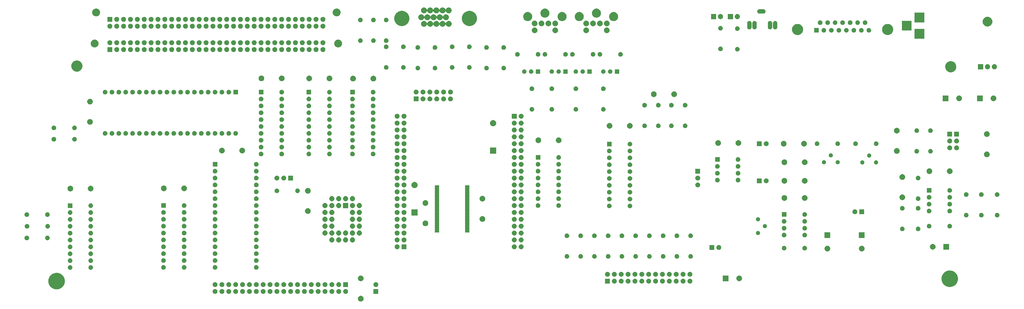
<source format=gbr>
G04 #@! TF.GenerationSoftware,KiCad,Pcbnew,(5.0.2-5)-5*
G04 #@! TF.CreationDate,2019-04-21T12:33:13+02:00*
G04 #@! TF.ProjectId,FPGAtom,46504741-746f-46d2-9e6b-696361645f70,rev?*
G04 #@! TF.SameCoordinates,Original*
G04 #@! TF.FileFunction,Soldermask,Bot*
G04 #@! TF.FilePolarity,Negative*
%FSLAX46Y46*%
G04 Gerber Fmt 4.6, Leading zero omitted, Abs format (unit mm)*
G04 Created by KiCad (PCBNEW (5.0.2-5)-5) date Sunday, 21 April 2019 at 12:33:13*
%MOMM*%
%LPD*%
G01*
G04 APERTURE LIST*
%ADD10C,0.100000*%
G04 APERTURE END LIST*
D10*
G36*
X159564565Y-188353389D02*
X159755834Y-188432615D01*
X159927976Y-188547637D01*
X160074363Y-188694024D01*
X160189385Y-188866166D01*
X160268611Y-189057435D01*
X160309000Y-189260484D01*
X160309000Y-189467516D01*
X160268611Y-189670565D01*
X160189385Y-189861834D01*
X160074363Y-190033976D01*
X159927976Y-190180363D01*
X159755834Y-190295385D01*
X159564565Y-190374611D01*
X159361516Y-190415000D01*
X159154484Y-190415000D01*
X158951435Y-190374611D01*
X158760166Y-190295385D01*
X158588024Y-190180363D01*
X158441637Y-190033976D01*
X158326615Y-189861834D01*
X158247389Y-189670565D01*
X158207000Y-189467516D01*
X158207000Y-189260484D01*
X158247389Y-189057435D01*
X158326615Y-188866166D01*
X158441637Y-188694024D01*
X158588024Y-188547637D01*
X158760166Y-188432615D01*
X158951435Y-188353389D01*
X159154484Y-188313000D01*
X159361516Y-188313000D01*
X159564565Y-188353389D01*
X159564565Y-188353389D01*
G37*
G36*
X153780442Y-185795518D02*
X153846627Y-185802037D01*
X153959853Y-185836384D01*
X154016467Y-185853557D01*
X154155087Y-185927652D01*
X154172991Y-185937222D01*
X154208729Y-185966552D01*
X154310186Y-186049814D01*
X154393448Y-186151271D01*
X154422778Y-186187009D01*
X154422779Y-186187011D01*
X154506443Y-186343533D01*
X154506443Y-186343534D01*
X154557963Y-186513373D01*
X154575359Y-186690000D01*
X154557963Y-186866627D01*
X154523616Y-186979853D01*
X154506443Y-187036467D01*
X154432348Y-187175087D01*
X154422778Y-187192991D01*
X154393448Y-187228729D01*
X154310186Y-187330186D01*
X154208729Y-187413448D01*
X154172991Y-187442778D01*
X154172989Y-187442779D01*
X154016467Y-187526443D01*
X153959853Y-187543616D01*
X153846627Y-187577963D01*
X153780443Y-187584481D01*
X153714260Y-187591000D01*
X153625740Y-187591000D01*
X153559557Y-187584481D01*
X153493373Y-187577963D01*
X153380147Y-187543616D01*
X153323533Y-187526443D01*
X153167011Y-187442779D01*
X153167009Y-187442778D01*
X153131271Y-187413448D01*
X153029814Y-187330186D01*
X152946552Y-187228729D01*
X152917222Y-187192991D01*
X152907652Y-187175087D01*
X152833557Y-187036467D01*
X152816384Y-186979853D01*
X152782037Y-186866627D01*
X152764641Y-186690000D01*
X152782037Y-186513373D01*
X152833557Y-186343534D01*
X152833557Y-186343533D01*
X152917221Y-186187011D01*
X152917222Y-186187009D01*
X152946552Y-186151271D01*
X153029814Y-186049814D01*
X153131271Y-185966552D01*
X153167009Y-185937222D01*
X153184913Y-185927652D01*
X153323533Y-185853557D01*
X153380147Y-185836384D01*
X153493373Y-185802037D01*
X153559558Y-185795518D01*
X153625740Y-185789000D01*
X153714260Y-185789000D01*
X153780442Y-185795518D01*
X153780442Y-185795518D01*
G37*
G36*
X151240442Y-185795518D02*
X151306627Y-185802037D01*
X151419853Y-185836384D01*
X151476467Y-185853557D01*
X151615087Y-185927652D01*
X151632991Y-185937222D01*
X151668729Y-185966552D01*
X151770186Y-186049814D01*
X151853448Y-186151271D01*
X151882778Y-186187009D01*
X151882779Y-186187011D01*
X151966443Y-186343533D01*
X151966443Y-186343534D01*
X152017963Y-186513373D01*
X152035359Y-186690000D01*
X152017963Y-186866627D01*
X151983616Y-186979853D01*
X151966443Y-187036467D01*
X151892348Y-187175087D01*
X151882778Y-187192991D01*
X151853448Y-187228729D01*
X151770186Y-187330186D01*
X151668729Y-187413448D01*
X151632991Y-187442778D01*
X151632989Y-187442779D01*
X151476467Y-187526443D01*
X151419853Y-187543616D01*
X151306627Y-187577963D01*
X151240443Y-187584481D01*
X151174260Y-187591000D01*
X151085740Y-187591000D01*
X151019557Y-187584481D01*
X150953373Y-187577963D01*
X150840147Y-187543616D01*
X150783533Y-187526443D01*
X150627011Y-187442779D01*
X150627009Y-187442778D01*
X150591271Y-187413448D01*
X150489814Y-187330186D01*
X150406552Y-187228729D01*
X150377222Y-187192991D01*
X150367652Y-187175087D01*
X150293557Y-187036467D01*
X150276384Y-186979853D01*
X150242037Y-186866627D01*
X150224641Y-186690000D01*
X150242037Y-186513373D01*
X150293557Y-186343534D01*
X150293557Y-186343533D01*
X150377221Y-186187011D01*
X150377222Y-186187009D01*
X150406552Y-186151271D01*
X150489814Y-186049814D01*
X150591271Y-185966552D01*
X150627009Y-185937222D01*
X150644913Y-185927652D01*
X150783533Y-185853557D01*
X150840147Y-185836384D01*
X150953373Y-185802037D01*
X151019558Y-185795518D01*
X151085740Y-185789000D01*
X151174260Y-185789000D01*
X151240442Y-185795518D01*
X151240442Y-185795518D01*
G37*
G36*
X148700442Y-185795518D02*
X148766627Y-185802037D01*
X148879853Y-185836384D01*
X148936467Y-185853557D01*
X149075087Y-185927652D01*
X149092991Y-185937222D01*
X149128729Y-185966552D01*
X149230186Y-186049814D01*
X149313448Y-186151271D01*
X149342778Y-186187009D01*
X149342779Y-186187011D01*
X149426443Y-186343533D01*
X149426443Y-186343534D01*
X149477963Y-186513373D01*
X149495359Y-186690000D01*
X149477963Y-186866627D01*
X149443616Y-186979853D01*
X149426443Y-187036467D01*
X149352348Y-187175087D01*
X149342778Y-187192991D01*
X149313448Y-187228729D01*
X149230186Y-187330186D01*
X149128729Y-187413448D01*
X149092991Y-187442778D01*
X149092989Y-187442779D01*
X148936467Y-187526443D01*
X148879853Y-187543616D01*
X148766627Y-187577963D01*
X148700443Y-187584481D01*
X148634260Y-187591000D01*
X148545740Y-187591000D01*
X148479557Y-187584481D01*
X148413373Y-187577963D01*
X148300147Y-187543616D01*
X148243533Y-187526443D01*
X148087011Y-187442779D01*
X148087009Y-187442778D01*
X148051271Y-187413448D01*
X147949814Y-187330186D01*
X147866552Y-187228729D01*
X147837222Y-187192991D01*
X147827652Y-187175087D01*
X147753557Y-187036467D01*
X147736384Y-186979853D01*
X147702037Y-186866627D01*
X147684641Y-186690000D01*
X147702037Y-186513373D01*
X147753557Y-186343534D01*
X147753557Y-186343533D01*
X147837221Y-186187011D01*
X147837222Y-186187009D01*
X147866552Y-186151271D01*
X147949814Y-186049814D01*
X148051271Y-185966552D01*
X148087009Y-185937222D01*
X148104913Y-185927652D01*
X148243533Y-185853557D01*
X148300147Y-185836384D01*
X148413373Y-185802037D01*
X148479558Y-185795518D01*
X148545740Y-185789000D01*
X148634260Y-185789000D01*
X148700442Y-185795518D01*
X148700442Y-185795518D01*
G37*
G36*
X146160442Y-185795518D02*
X146226627Y-185802037D01*
X146339853Y-185836384D01*
X146396467Y-185853557D01*
X146535087Y-185927652D01*
X146552991Y-185937222D01*
X146588729Y-185966552D01*
X146690186Y-186049814D01*
X146773448Y-186151271D01*
X146802778Y-186187009D01*
X146802779Y-186187011D01*
X146886443Y-186343533D01*
X146886443Y-186343534D01*
X146937963Y-186513373D01*
X146955359Y-186690000D01*
X146937963Y-186866627D01*
X146903616Y-186979853D01*
X146886443Y-187036467D01*
X146812348Y-187175087D01*
X146802778Y-187192991D01*
X146773448Y-187228729D01*
X146690186Y-187330186D01*
X146588729Y-187413448D01*
X146552991Y-187442778D01*
X146552989Y-187442779D01*
X146396467Y-187526443D01*
X146339853Y-187543616D01*
X146226627Y-187577963D01*
X146160443Y-187584481D01*
X146094260Y-187591000D01*
X146005740Y-187591000D01*
X145939557Y-187584481D01*
X145873373Y-187577963D01*
X145760147Y-187543616D01*
X145703533Y-187526443D01*
X145547011Y-187442779D01*
X145547009Y-187442778D01*
X145511271Y-187413448D01*
X145409814Y-187330186D01*
X145326552Y-187228729D01*
X145297222Y-187192991D01*
X145287652Y-187175087D01*
X145213557Y-187036467D01*
X145196384Y-186979853D01*
X145162037Y-186866627D01*
X145144641Y-186690000D01*
X145162037Y-186513373D01*
X145213557Y-186343534D01*
X145213557Y-186343533D01*
X145297221Y-186187011D01*
X145297222Y-186187009D01*
X145326552Y-186151271D01*
X145409814Y-186049814D01*
X145511271Y-185966552D01*
X145547009Y-185937222D01*
X145564913Y-185927652D01*
X145703533Y-185853557D01*
X145760147Y-185836384D01*
X145873373Y-185802037D01*
X145939558Y-185795518D01*
X146005740Y-185789000D01*
X146094260Y-185789000D01*
X146160442Y-185795518D01*
X146160442Y-185795518D01*
G37*
G36*
X143620442Y-185795518D02*
X143686627Y-185802037D01*
X143799853Y-185836384D01*
X143856467Y-185853557D01*
X143995087Y-185927652D01*
X144012991Y-185937222D01*
X144048729Y-185966552D01*
X144150186Y-186049814D01*
X144233448Y-186151271D01*
X144262778Y-186187009D01*
X144262779Y-186187011D01*
X144346443Y-186343533D01*
X144346443Y-186343534D01*
X144397963Y-186513373D01*
X144415359Y-186690000D01*
X144397963Y-186866627D01*
X144363616Y-186979853D01*
X144346443Y-187036467D01*
X144272348Y-187175087D01*
X144262778Y-187192991D01*
X144233448Y-187228729D01*
X144150186Y-187330186D01*
X144048729Y-187413448D01*
X144012991Y-187442778D01*
X144012989Y-187442779D01*
X143856467Y-187526443D01*
X143799853Y-187543616D01*
X143686627Y-187577963D01*
X143620443Y-187584481D01*
X143554260Y-187591000D01*
X143465740Y-187591000D01*
X143399557Y-187584481D01*
X143333373Y-187577963D01*
X143220147Y-187543616D01*
X143163533Y-187526443D01*
X143007011Y-187442779D01*
X143007009Y-187442778D01*
X142971271Y-187413448D01*
X142869814Y-187330186D01*
X142786552Y-187228729D01*
X142757222Y-187192991D01*
X142747652Y-187175087D01*
X142673557Y-187036467D01*
X142656384Y-186979853D01*
X142622037Y-186866627D01*
X142604641Y-186690000D01*
X142622037Y-186513373D01*
X142673557Y-186343534D01*
X142673557Y-186343533D01*
X142757221Y-186187011D01*
X142757222Y-186187009D01*
X142786552Y-186151271D01*
X142869814Y-186049814D01*
X142971271Y-185966552D01*
X143007009Y-185937222D01*
X143024913Y-185927652D01*
X143163533Y-185853557D01*
X143220147Y-185836384D01*
X143333373Y-185802037D01*
X143399558Y-185795518D01*
X143465740Y-185789000D01*
X143554260Y-185789000D01*
X143620442Y-185795518D01*
X143620442Y-185795518D01*
G37*
G36*
X141080442Y-185795518D02*
X141146627Y-185802037D01*
X141259853Y-185836384D01*
X141316467Y-185853557D01*
X141455087Y-185927652D01*
X141472991Y-185937222D01*
X141508729Y-185966552D01*
X141610186Y-186049814D01*
X141693448Y-186151271D01*
X141722778Y-186187009D01*
X141722779Y-186187011D01*
X141806443Y-186343533D01*
X141806443Y-186343534D01*
X141857963Y-186513373D01*
X141875359Y-186690000D01*
X141857963Y-186866627D01*
X141823616Y-186979853D01*
X141806443Y-187036467D01*
X141732348Y-187175087D01*
X141722778Y-187192991D01*
X141693448Y-187228729D01*
X141610186Y-187330186D01*
X141508729Y-187413448D01*
X141472991Y-187442778D01*
X141472989Y-187442779D01*
X141316467Y-187526443D01*
X141259853Y-187543616D01*
X141146627Y-187577963D01*
X141080443Y-187584481D01*
X141014260Y-187591000D01*
X140925740Y-187591000D01*
X140859557Y-187584481D01*
X140793373Y-187577963D01*
X140680147Y-187543616D01*
X140623533Y-187526443D01*
X140467011Y-187442779D01*
X140467009Y-187442778D01*
X140431271Y-187413448D01*
X140329814Y-187330186D01*
X140246552Y-187228729D01*
X140217222Y-187192991D01*
X140207652Y-187175087D01*
X140133557Y-187036467D01*
X140116384Y-186979853D01*
X140082037Y-186866627D01*
X140064641Y-186690000D01*
X140082037Y-186513373D01*
X140133557Y-186343534D01*
X140133557Y-186343533D01*
X140217221Y-186187011D01*
X140217222Y-186187009D01*
X140246552Y-186151271D01*
X140329814Y-186049814D01*
X140431271Y-185966552D01*
X140467009Y-185937222D01*
X140484913Y-185927652D01*
X140623533Y-185853557D01*
X140680147Y-185836384D01*
X140793373Y-185802037D01*
X140859558Y-185795518D01*
X140925740Y-185789000D01*
X141014260Y-185789000D01*
X141080442Y-185795518D01*
X141080442Y-185795518D01*
G37*
G36*
X138540442Y-185795518D02*
X138606627Y-185802037D01*
X138719853Y-185836384D01*
X138776467Y-185853557D01*
X138915087Y-185927652D01*
X138932991Y-185937222D01*
X138968729Y-185966552D01*
X139070186Y-186049814D01*
X139153448Y-186151271D01*
X139182778Y-186187009D01*
X139182779Y-186187011D01*
X139266443Y-186343533D01*
X139266443Y-186343534D01*
X139317963Y-186513373D01*
X139335359Y-186690000D01*
X139317963Y-186866627D01*
X139283616Y-186979853D01*
X139266443Y-187036467D01*
X139192348Y-187175087D01*
X139182778Y-187192991D01*
X139153448Y-187228729D01*
X139070186Y-187330186D01*
X138968729Y-187413448D01*
X138932991Y-187442778D01*
X138932989Y-187442779D01*
X138776467Y-187526443D01*
X138719853Y-187543616D01*
X138606627Y-187577963D01*
X138540443Y-187584481D01*
X138474260Y-187591000D01*
X138385740Y-187591000D01*
X138319557Y-187584481D01*
X138253373Y-187577963D01*
X138140147Y-187543616D01*
X138083533Y-187526443D01*
X137927011Y-187442779D01*
X137927009Y-187442778D01*
X137891271Y-187413448D01*
X137789814Y-187330186D01*
X137706552Y-187228729D01*
X137677222Y-187192991D01*
X137667652Y-187175087D01*
X137593557Y-187036467D01*
X137576384Y-186979853D01*
X137542037Y-186866627D01*
X137524641Y-186690000D01*
X137542037Y-186513373D01*
X137593557Y-186343534D01*
X137593557Y-186343533D01*
X137677221Y-186187011D01*
X137677222Y-186187009D01*
X137706552Y-186151271D01*
X137789814Y-186049814D01*
X137891271Y-185966552D01*
X137927009Y-185937222D01*
X137944913Y-185927652D01*
X138083533Y-185853557D01*
X138140147Y-185836384D01*
X138253373Y-185802037D01*
X138319558Y-185795518D01*
X138385740Y-185789000D01*
X138474260Y-185789000D01*
X138540442Y-185795518D01*
X138540442Y-185795518D01*
G37*
G36*
X136000442Y-185795518D02*
X136066627Y-185802037D01*
X136179853Y-185836384D01*
X136236467Y-185853557D01*
X136375087Y-185927652D01*
X136392991Y-185937222D01*
X136428729Y-185966552D01*
X136530186Y-186049814D01*
X136613448Y-186151271D01*
X136642778Y-186187009D01*
X136642779Y-186187011D01*
X136726443Y-186343533D01*
X136726443Y-186343534D01*
X136777963Y-186513373D01*
X136795359Y-186690000D01*
X136777963Y-186866627D01*
X136743616Y-186979853D01*
X136726443Y-187036467D01*
X136652348Y-187175087D01*
X136642778Y-187192991D01*
X136613448Y-187228729D01*
X136530186Y-187330186D01*
X136428729Y-187413448D01*
X136392991Y-187442778D01*
X136392989Y-187442779D01*
X136236467Y-187526443D01*
X136179853Y-187543616D01*
X136066627Y-187577963D01*
X136000443Y-187584481D01*
X135934260Y-187591000D01*
X135845740Y-187591000D01*
X135779557Y-187584481D01*
X135713373Y-187577963D01*
X135600147Y-187543616D01*
X135543533Y-187526443D01*
X135387011Y-187442779D01*
X135387009Y-187442778D01*
X135351271Y-187413448D01*
X135249814Y-187330186D01*
X135166552Y-187228729D01*
X135137222Y-187192991D01*
X135127652Y-187175087D01*
X135053557Y-187036467D01*
X135036384Y-186979853D01*
X135002037Y-186866627D01*
X134984641Y-186690000D01*
X135002037Y-186513373D01*
X135053557Y-186343534D01*
X135053557Y-186343533D01*
X135137221Y-186187011D01*
X135137222Y-186187009D01*
X135166552Y-186151271D01*
X135249814Y-186049814D01*
X135351271Y-185966552D01*
X135387009Y-185937222D01*
X135404913Y-185927652D01*
X135543533Y-185853557D01*
X135600147Y-185836384D01*
X135713373Y-185802037D01*
X135779558Y-185795518D01*
X135845740Y-185789000D01*
X135934260Y-185789000D01*
X136000442Y-185795518D01*
X136000442Y-185795518D01*
G37*
G36*
X133460442Y-185795518D02*
X133526627Y-185802037D01*
X133639853Y-185836384D01*
X133696467Y-185853557D01*
X133835087Y-185927652D01*
X133852991Y-185937222D01*
X133888729Y-185966552D01*
X133990186Y-186049814D01*
X134073448Y-186151271D01*
X134102778Y-186187009D01*
X134102779Y-186187011D01*
X134186443Y-186343533D01*
X134186443Y-186343534D01*
X134237963Y-186513373D01*
X134255359Y-186690000D01*
X134237963Y-186866627D01*
X134203616Y-186979853D01*
X134186443Y-187036467D01*
X134112348Y-187175087D01*
X134102778Y-187192991D01*
X134073448Y-187228729D01*
X133990186Y-187330186D01*
X133888729Y-187413448D01*
X133852991Y-187442778D01*
X133852989Y-187442779D01*
X133696467Y-187526443D01*
X133639853Y-187543616D01*
X133526627Y-187577963D01*
X133460443Y-187584481D01*
X133394260Y-187591000D01*
X133305740Y-187591000D01*
X133239557Y-187584481D01*
X133173373Y-187577963D01*
X133060147Y-187543616D01*
X133003533Y-187526443D01*
X132847011Y-187442779D01*
X132847009Y-187442778D01*
X132811271Y-187413448D01*
X132709814Y-187330186D01*
X132626552Y-187228729D01*
X132597222Y-187192991D01*
X132587652Y-187175087D01*
X132513557Y-187036467D01*
X132496384Y-186979853D01*
X132462037Y-186866627D01*
X132444641Y-186690000D01*
X132462037Y-186513373D01*
X132513557Y-186343534D01*
X132513557Y-186343533D01*
X132597221Y-186187011D01*
X132597222Y-186187009D01*
X132626552Y-186151271D01*
X132709814Y-186049814D01*
X132811271Y-185966552D01*
X132847009Y-185937222D01*
X132864913Y-185927652D01*
X133003533Y-185853557D01*
X133060147Y-185836384D01*
X133173373Y-185802037D01*
X133239558Y-185795518D01*
X133305740Y-185789000D01*
X133394260Y-185789000D01*
X133460442Y-185795518D01*
X133460442Y-185795518D01*
G37*
G36*
X130920442Y-185795518D02*
X130986627Y-185802037D01*
X131099853Y-185836384D01*
X131156467Y-185853557D01*
X131295087Y-185927652D01*
X131312991Y-185937222D01*
X131348729Y-185966552D01*
X131450186Y-186049814D01*
X131533448Y-186151271D01*
X131562778Y-186187009D01*
X131562779Y-186187011D01*
X131646443Y-186343533D01*
X131646443Y-186343534D01*
X131697963Y-186513373D01*
X131715359Y-186690000D01*
X131697963Y-186866627D01*
X131663616Y-186979853D01*
X131646443Y-187036467D01*
X131572348Y-187175087D01*
X131562778Y-187192991D01*
X131533448Y-187228729D01*
X131450186Y-187330186D01*
X131348729Y-187413448D01*
X131312991Y-187442778D01*
X131312989Y-187442779D01*
X131156467Y-187526443D01*
X131099853Y-187543616D01*
X130986627Y-187577963D01*
X130920443Y-187584481D01*
X130854260Y-187591000D01*
X130765740Y-187591000D01*
X130699557Y-187584481D01*
X130633373Y-187577963D01*
X130520147Y-187543616D01*
X130463533Y-187526443D01*
X130307011Y-187442779D01*
X130307009Y-187442778D01*
X130271271Y-187413448D01*
X130169814Y-187330186D01*
X130086552Y-187228729D01*
X130057222Y-187192991D01*
X130047652Y-187175087D01*
X129973557Y-187036467D01*
X129956384Y-186979853D01*
X129922037Y-186866627D01*
X129904641Y-186690000D01*
X129922037Y-186513373D01*
X129973557Y-186343534D01*
X129973557Y-186343533D01*
X130057221Y-186187011D01*
X130057222Y-186187009D01*
X130086552Y-186151271D01*
X130169814Y-186049814D01*
X130271271Y-185966552D01*
X130307009Y-185937222D01*
X130324913Y-185927652D01*
X130463533Y-185853557D01*
X130520147Y-185836384D01*
X130633373Y-185802037D01*
X130699558Y-185795518D01*
X130765740Y-185789000D01*
X130854260Y-185789000D01*
X130920442Y-185795518D01*
X130920442Y-185795518D01*
G37*
G36*
X128380442Y-185795518D02*
X128446627Y-185802037D01*
X128559853Y-185836384D01*
X128616467Y-185853557D01*
X128755087Y-185927652D01*
X128772991Y-185937222D01*
X128808729Y-185966552D01*
X128910186Y-186049814D01*
X128993448Y-186151271D01*
X129022778Y-186187009D01*
X129022779Y-186187011D01*
X129106443Y-186343533D01*
X129106443Y-186343534D01*
X129157963Y-186513373D01*
X129175359Y-186690000D01*
X129157963Y-186866627D01*
X129123616Y-186979853D01*
X129106443Y-187036467D01*
X129032348Y-187175087D01*
X129022778Y-187192991D01*
X128993448Y-187228729D01*
X128910186Y-187330186D01*
X128808729Y-187413448D01*
X128772991Y-187442778D01*
X128772989Y-187442779D01*
X128616467Y-187526443D01*
X128559853Y-187543616D01*
X128446627Y-187577963D01*
X128380443Y-187584481D01*
X128314260Y-187591000D01*
X128225740Y-187591000D01*
X128159557Y-187584481D01*
X128093373Y-187577963D01*
X127980147Y-187543616D01*
X127923533Y-187526443D01*
X127767011Y-187442779D01*
X127767009Y-187442778D01*
X127731271Y-187413448D01*
X127629814Y-187330186D01*
X127546552Y-187228729D01*
X127517222Y-187192991D01*
X127507652Y-187175087D01*
X127433557Y-187036467D01*
X127416384Y-186979853D01*
X127382037Y-186866627D01*
X127364641Y-186690000D01*
X127382037Y-186513373D01*
X127433557Y-186343534D01*
X127433557Y-186343533D01*
X127517221Y-186187011D01*
X127517222Y-186187009D01*
X127546552Y-186151271D01*
X127629814Y-186049814D01*
X127731271Y-185966552D01*
X127767009Y-185937222D01*
X127784913Y-185927652D01*
X127923533Y-185853557D01*
X127980147Y-185836384D01*
X128093373Y-185802037D01*
X128159558Y-185795518D01*
X128225740Y-185789000D01*
X128314260Y-185789000D01*
X128380442Y-185795518D01*
X128380442Y-185795518D01*
G37*
G36*
X125840442Y-185795518D02*
X125906627Y-185802037D01*
X126019853Y-185836384D01*
X126076467Y-185853557D01*
X126215087Y-185927652D01*
X126232991Y-185937222D01*
X126268729Y-185966552D01*
X126370186Y-186049814D01*
X126453448Y-186151271D01*
X126482778Y-186187009D01*
X126482779Y-186187011D01*
X126566443Y-186343533D01*
X126566443Y-186343534D01*
X126617963Y-186513373D01*
X126635359Y-186690000D01*
X126617963Y-186866627D01*
X126583616Y-186979853D01*
X126566443Y-187036467D01*
X126492348Y-187175087D01*
X126482778Y-187192991D01*
X126453448Y-187228729D01*
X126370186Y-187330186D01*
X126268729Y-187413448D01*
X126232991Y-187442778D01*
X126232989Y-187442779D01*
X126076467Y-187526443D01*
X126019853Y-187543616D01*
X125906627Y-187577963D01*
X125840443Y-187584481D01*
X125774260Y-187591000D01*
X125685740Y-187591000D01*
X125619557Y-187584481D01*
X125553373Y-187577963D01*
X125440147Y-187543616D01*
X125383533Y-187526443D01*
X125227011Y-187442779D01*
X125227009Y-187442778D01*
X125191271Y-187413448D01*
X125089814Y-187330186D01*
X125006552Y-187228729D01*
X124977222Y-187192991D01*
X124967652Y-187175087D01*
X124893557Y-187036467D01*
X124876384Y-186979853D01*
X124842037Y-186866627D01*
X124824641Y-186690000D01*
X124842037Y-186513373D01*
X124893557Y-186343534D01*
X124893557Y-186343533D01*
X124977221Y-186187011D01*
X124977222Y-186187009D01*
X125006552Y-186151271D01*
X125089814Y-186049814D01*
X125191271Y-185966552D01*
X125227009Y-185937222D01*
X125244913Y-185927652D01*
X125383533Y-185853557D01*
X125440147Y-185836384D01*
X125553373Y-185802037D01*
X125619558Y-185795518D01*
X125685740Y-185789000D01*
X125774260Y-185789000D01*
X125840442Y-185795518D01*
X125840442Y-185795518D01*
G37*
G36*
X123300442Y-185795518D02*
X123366627Y-185802037D01*
X123479853Y-185836384D01*
X123536467Y-185853557D01*
X123675087Y-185927652D01*
X123692991Y-185937222D01*
X123728729Y-185966552D01*
X123830186Y-186049814D01*
X123913448Y-186151271D01*
X123942778Y-186187009D01*
X123942779Y-186187011D01*
X124026443Y-186343533D01*
X124026443Y-186343534D01*
X124077963Y-186513373D01*
X124095359Y-186690000D01*
X124077963Y-186866627D01*
X124043616Y-186979853D01*
X124026443Y-187036467D01*
X123952348Y-187175087D01*
X123942778Y-187192991D01*
X123913448Y-187228729D01*
X123830186Y-187330186D01*
X123728729Y-187413448D01*
X123692991Y-187442778D01*
X123692989Y-187442779D01*
X123536467Y-187526443D01*
X123479853Y-187543616D01*
X123366627Y-187577963D01*
X123300443Y-187584481D01*
X123234260Y-187591000D01*
X123145740Y-187591000D01*
X123079557Y-187584481D01*
X123013373Y-187577963D01*
X122900147Y-187543616D01*
X122843533Y-187526443D01*
X122687011Y-187442779D01*
X122687009Y-187442778D01*
X122651271Y-187413448D01*
X122549814Y-187330186D01*
X122466552Y-187228729D01*
X122437222Y-187192991D01*
X122427652Y-187175087D01*
X122353557Y-187036467D01*
X122336384Y-186979853D01*
X122302037Y-186866627D01*
X122284641Y-186690000D01*
X122302037Y-186513373D01*
X122353557Y-186343534D01*
X122353557Y-186343533D01*
X122437221Y-186187011D01*
X122437222Y-186187009D01*
X122466552Y-186151271D01*
X122549814Y-186049814D01*
X122651271Y-185966552D01*
X122687009Y-185937222D01*
X122704913Y-185927652D01*
X122843533Y-185853557D01*
X122900147Y-185836384D01*
X123013373Y-185802037D01*
X123079558Y-185795518D01*
X123145740Y-185789000D01*
X123234260Y-185789000D01*
X123300442Y-185795518D01*
X123300442Y-185795518D01*
G37*
G36*
X120760442Y-185795518D02*
X120826627Y-185802037D01*
X120939853Y-185836384D01*
X120996467Y-185853557D01*
X121135087Y-185927652D01*
X121152991Y-185937222D01*
X121188729Y-185966552D01*
X121290186Y-186049814D01*
X121373448Y-186151271D01*
X121402778Y-186187009D01*
X121402779Y-186187011D01*
X121486443Y-186343533D01*
X121486443Y-186343534D01*
X121537963Y-186513373D01*
X121555359Y-186690000D01*
X121537963Y-186866627D01*
X121503616Y-186979853D01*
X121486443Y-187036467D01*
X121412348Y-187175087D01*
X121402778Y-187192991D01*
X121373448Y-187228729D01*
X121290186Y-187330186D01*
X121188729Y-187413448D01*
X121152991Y-187442778D01*
X121152989Y-187442779D01*
X120996467Y-187526443D01*
X120939853Y-187543616D01*
X120826627Y-187577963D01*
X120760443Y-187584481D01*
X120694260Y-187591000D01*
X120605740Y-187591000D01*
X120539557Y-187584481D01*
X120473373Y-187577963D01*
X120360147Y-187543616D01*
X120303533Y-187526443D01*
X120147011Y-187442779D01*
X120147009Y-187442778D01*
X120111271Y-187413448D01*
X120009814Y-187330186D01*
X119926552Y-187228729D01*
X119897222Y-187192991D01*
X119887652Y-187175087D01*
X119813557Y-187036467D01*
X119796384Y-186979853D01*
X119762037Y-186866627D01*
X119744641Y-186690000D01*
X119762037Y-186513373D01*
X119813557Y-186343534D01*
X119813557Y-186343533D01*
X119897221Y-186187011D01*
X119897222Y-186187009D01*
X119926552Y-186151271D01*
X120009814Y-186049814D01*
X120111271Y-185966552D01*
X120147009Y-185937222D01*
X120164913Y-185927652D01*
X120303533Y-185853557D01*
X120360147Y-185836384D01*
X120473373Y-185802037D01*
X120539558Y-185795518D01*
X120605740Y-185789000D01*
X120694260Y-185789000D01*
X120760442Y-185795518D01*
X120760442Y-185795518D01*
G37*
G36*
X118220442Y-185795518D02*
X118286627Y-185802037D01*
X118399853Y-185836384D01*
X118456467Y-185853557D01*
X118595087Y-185927652D01*
X118612991Y-185937222D01*
X118648729Y-185966552D01*
X118750186Y-186049814D01*
X118833448Y-186151271D01*
X118862778Y-186187009D01*
X118862779Y-186187011D01*
X118946443Y-186343533D01*
X118946443Y-186343534D01*
X118997963Y-186513373D01*
X119015359Y-186690000D01*
X118997963Y-186866627D01*
X118963616Y-186979853D01*
X118946443Y-187036467D01*
X118872348Y-187175087D01*
X118862778Y-187192991D01*
X118833448Y-187228729D01*
X118750186Y-187330186D01*
X118648729Y-187413448D01*
X118612991Y-187442778D01*
X118612989Y-187442779D01*
X118456467Y-187526443D01*
X118399853Y-187543616D01*
X118286627Y-187577963D01*
X118220443Y-187584481D01*
X118154260Y-187591000D01*
X118065740Y-187591000D01*
X117999557Y-187584481D01*
X117933373Y-187577963D01*
X117820147Y-187543616D01*
X117763533Y-187526443D01*
X117607011Y-187442779D01*
X117607009Y-187442778D01*
X117571271Y-187413448D01*
X117469814Y-187330186D01*
X117386552Y-187228729D01*
X117357222Y-187192991D01*
X117347652Y-187175087D01*
X117273557Y-187036467D01*
X117256384Y-186979853D01*
X117222037Y-186866627D01*
X117204641Y-186690000D01*
X117222037Y-186513373D01*
X117273557Y-186343534D01*
X117273557Y-186343533D01*
X117357221Y-186187011D01*
X117357222Y-186187009D01*
X117386552Y-186151271D01*
X117469814Y-186049814D01*
X117571271Y-185966552D01*
X117607009Y-185937222D01*
X117624913Y-185927652D01*
X117763533Y-185853557D01*
X117820147Y-185836384D01*
X117933373Y-185802037D01*
X117999558Y-185795518D01*
X118065740Y-185789000D01*
X118154260Y-185789000D01*
X118220442Y-185795518D01*
X118220442Y-185795518D01*
G37*
G36*
X115680442Y-185795518D02*
X115746627Y-185802037D01*
X115859853Y-185836384D01*
X115916467Y-185853557D01*
X116055087Y-185927652D01*
X116072991Y-185937222D01*
X116108729Y-185966552D01*
X116210186Y-186049814D01*
X116293448Y-186151271D01*
X116322778Y-186187009D01*
X116322779Y-186187011D01*
X116406443Y-186343533D01*
X116406443Y-186343534D01*
X116457963Y-186513373D01*
X116475359Y-186690000D01*
X116457963Y-186866627D01*
X116423616Y-186979853D01*
X116406443Y-187036467D01*
X116332348Y-187175087D01*
X116322778Y-187192991D01*
X116293448Y-187228729D01*
X116210186Y-187330186D01*
X116108729Y-187413448D01*
X116072991Y-187442778D01*
X116072989Y-187442779D01*
X115916467Y-187526443D01*
X115859853Y-187543616D01*
X115746627Y-187577963D01*
X115680443Y-187584481D01*
X115614260Y-187591000D01*
X115525740Y-187591000D01*
X115459557Y-187584481D01*
X115393373Y-187577963D01*
X115280147Y-187543616D01*
X115223533Y-187526443D01*
X115067011Y-187442779D01*
X115067009Y-187442778D01*
X115031271Y-187413448D01*
X114929814Y-187330186D01*
X114846552Y-187228729D01*
X114817222Y-187192991D01*
X114807652Y-187175087D01*
X114733557Y-187036467D01*
X114716384Y-186979853D01*
X114682037Y-186866627D01*
X114664641Y-186690000D01*
X114682037Y-186513373D01*
X114733557Y-186343534D01*
X114733557Y-186343533D01*
X114817221Y-186187011D01*
X114817222Y-186187009D01*
X114846552Y-186151271D01*
X114929814Y-186049814D01*
X115031271Y-185966552D01*
X115067009Y-185937222D01*
X115084913Y-185927652D01*
X115223533Y-185853557D01*
X115280147Y-185836384D01*
X115393373Y-185802037D01*
X115459558Y-185795518D01*
X115525740Y-185789000D01*
X115614260Y-185789000D01*
X115680442Y-185795518D01*
X115680442Y-185795518D01*
G37*
G36*
X113140442Y-185795518D02*
X113206627Y-185802037D01*
X113319853Y-185836384D01*
X113376467Y-185853557D01*
X113515087Y-185927652D01*
X113532991Y-185937222D01*
X113568729Y-185966552D01*
X113670186Y-186049814D01*
X113753448Y-186151271D01*
X113782778Y-186187009D01*
X113782779Y-186187011D01*
X113866443Y-186343533D01*
X113866443Y-186343534D01*
X113917963Y-186513373D01*
X113935359Y-186690000D01*
X113917963Y-186866627D01*
X113883616Y-186979853D01*
X113866443Y-187036467D01*
X113792348Y-187175087D01*
X113782778Y-187192991D01*
X113753448Y-187228729D01*
X113670186Y-187330186D01*
X113568729Y-187413448D01*
X113532991Y-187442778D01*
X113532989Y-187442779D01*
X113376467Y-187526443D01*
X113319853Y-187543616D01*
X113206627Y-187577963D01*
X113140443Y-187584481D01*
X113074260Y-187591000D01*
X112985740Y-187591000D01*
X112919557Y-187584481D01*
X112853373Y-187577963D01*
X112740147Y-187543616D01*
X112683533Y-187526443D01*
X112527011Y-187442779D01*
X112527009Y-187442778D01*
X112491271Y-187413448D01*
X112389814Y-187330186D01*
X112306552Y-187228729D01*
X112277222Y-187192991D01*
X112267652Y-187175087D01*
X112193557Y-187036467D01*
X112176384Y-186979853D01*
X112142037Y-186866627D01*
X112124641Y-186690000D01*
X112142037Y-186513373D01*
X112193557Y-186343534D01*
X112193557Y-186343533D01*
X112277221Y-186187011D01*
X112277222Y-186187009D01*
X112306552Y-186151271D01*
X112389814Y-186049814D01*
X112491271Y-185966552D01*
X112527009Y-185937222D01*
X112544913Y-185927652D01*
X112683533Y-185853557D01*
X112740147Y-185836384D01*
X112853373Y-185802037D01*
X112919558Y-185795518D01*
X112985740Y-185789000D01*
X113074260Y-185789000D01*
X113140442Y-185795518D01*
X113140442Y-185795518D01*
G37*
G36*
X110600442Y-185795518D02*
X110666627Y-185802037D01*
X110779853Y-185836384D01*
X110836467Y-185853557D01*
X110975087Y-185927652D01*
X110992991Y-185937222D01*
X111028729Y-185966552D01*
X111130186Y-186049814D01*
X111213448Y-186151271D01*
X111242778Y-186187009D01*
X111242779Y-186187011D01*
X111326443Y-186343533D01*
X111326443Y-186343534D01*
X111377963Y-186513373D01*
X111395359Y-186690000D01*
X111377963Y-186866627D01*
X111343616Y-186979853D01*
X111326443Y-187036467D01*
X111252348Y-187175087D01*
X111242778Y-187192991D01*
X111213448Y-187228729D01*
X111130186Y-187330186D01*
X111028729Y-187413448D01*
X110992991Y-187442778D01*
X110992989Y-187442779D01*
X110836467Y-187526443D01*
X110779853Y-187543616D01*
X110666627Y-187577963D01*
X110600443Y-187584481D01*
X110534260Y-187591000D01*
X110445740Y-187591000D01*
X110379557Y-187584481D01*
X110313373Y-187577963D01*
X110200147Y-187543616D01*
X110143533Y-187526443D01*
X109987011Y-187442779D01*
X109987009Y-187442778D01*
X109951271Y-187413448D01*
X109849814Y-187330186D01*
X109766552Y-187228729D01*
X109737222Y-187192991D01*
X109727652Y-187175087D01*
X109653557Y-187036467D01*
X109636384Y-186979853D01*
X109602037Y-186866627D01*
X109584641Y-186690000D01*
X109602037Y-186513373D01*
X109653557Y-186343534D01*
X109653557Y-186343533D01*
X109737221Y-186187011D01*
X109737222Y-186187009D01*
X109766552Y-186151271D01*
X109849814Y-186049814D01*
X109951271Y-185966552D01*
X109987009Y-185937222D01*
X110004913Y-185927652D01*
X110143533Y-185853557D01*
X110200147Y-185836384D01*
X110313373Y-185802037D01*
X110379558Y-185795518D01*
X110445740Y-185789000D01*
X110534260Y-185789000D01*
X110600442Y-185795518D01*
X110600442Y-185795518D01*
G37*
G36*
X108060442Y-185795518D02*
X108126627Y-185802037D01*
X108239853Y-185836384D01*
X108296467Y-185853557D01*
X108435087Y-185927652D01*
X108452991Y-185937222D01*
X108488729Y-185966552D01*
X108590186Y-186049814D01*
X108673448Y-186151271D01*
X108702778Y-186187009D01*
X108702779Y-186187011D01*
X108786443Y-186343533D01*
X108786443Y-186343534D01*
X108837963Y-186513373D01*
X108855359Y-186690000D01*
X108837963Y-186866627D01*
X108803616Y-186979853D01*
X108786443Y-187036467D01*
X108712348Y-187175087D01*
X108702778Y-187192991D01*
X108673448Y-187228729D01*
X108590186Y-187330186D01*
X108488729Y-187413448D01*
X108452991Y-187442778D01*
X108452989Y-187442779D01*
X108296467Y-187526443D01*
X108239853Y-187543616D01*
X108126627Y-187577963D01*
X108060443Y-187584481D01*
X107994260Y-187591000D01*
X107905740Y-187591000D01*
X107839557Y-187584481D01*
X107773373Y-187577963D01*
X107660147Y-187543616D01*
X107603533Y-187526443D01*
X107447011Y-187442779D01*
X107447009Y-187442778D01*
X107411271Y-187413448D01*
X107309814Y-187330186D01*
X107226552Y-187228729D01*
X107197222Y-187192991D01*
X107187652Y-187175087D01*
X107113557Y-187036467D01*
X107096384Y-186979853D01*
X107062037Y-186866627D01*
X107044641Y-186690000D01*
X107062037Y-186513373D01*
X107113557Y-186343534D01*
X107113557Y-186343533D01*
X107197221Y-186187011D01*
X107197222Y-186187009D01*
X107226552Y-186151271D01*
X107309814Y-186049814D01*
X107411271Y-185966552D01*
X107447009Y-185937222D01*
X107464913Y-185927652D01*
X107603533Y-185853557D01*
X107660147Y-185836384D01*
X107773373Y-185802037D01*
X107839558Y-185795518D01*
X107905740Y-185789000D01*
X107994260Y-185789000D01*
X108060442Y-185795518D01*
X108060442Y-185795518D01*
G37*
G36*
X105520442Y-185795518D02*
X105586627Y-185802037D01*
X105699853Y-185836384D01*
X105756467Y-185853557D01*
X105895087Y-185927652D01*
X105912991Y-185937222D01*
X105948729Y-185966552D01*
X106050186Y-186049814D01*
X106133448Y-186151271D01*
X106162778Y-186187009D01*
X106162779Y-186187011D01*
X106246443Y-186343533D01*
X106246443Y-186343534D01*
X106297963Y-186513373D01*
X106315359Y-186690000D01*
X106297963Y-186866627D01*
X106263616Y-186979853D01*
X106246443Y-187036467D01*
X106172348Y-187175087D01*
X106162778Y-187192991D01*
X106133448Y-187228729D01*
X106050186Y-187330186D01*
X105948729Y-187413448D01*
X105912991Y-187442778D01*
X105912989Y-187442779D01*
X105756467Y-187526443D01*
X105699853Y-187543616D01*
X105586627Y-187577963D01*
X105520443Y-187584481D01*
X105454260Y-187591000D01*
X105365740Y-187591000D01*
X105299557Y-187584481D01*
X105233373Y-187577963D01*
X105120147Y-187543616D01*
X105063533Y-187526443D01*
X104907011Y-187442779D01*
X104907009Y-187442778D01*
X104871271Y-187413448D01*
X104769814Y-187330186D01*
X104686552Y-187228729D01*
X104657222Y-187192991D01*
X104647652Y-187175087D01*
X104573557Y-187036467D01*
X104556384Y-186979853D01*
X104522037Y-186866627D01*
X104504641Y-186690000D01*
X104522037Y-186513373D01*
X104573557Y-186343534D01*
X104573557Y-186343533D01*
X104657221Y-186187011D01*
X104657222Y-186187009D01*
X104686552Y-186151271D01*
X104769814Y-186049814D01*
X104871271Y-185966552D01*
X104907009Y-185937222D01*
X104924913Y-185927652D01*
X105063533Y-185853557D01*
X105120147Y-185836384D01*
X105233373Y-185802037D01*
X105299558Y-185795518D01*
X105365740Y-185789000D01*
X105454260Y-185789000D01*
X105520442Y-185795518D01*
X105520442Y-185795518D01*
G37*
G36*
X165747000Y-187591000D02*
X163945000Y-187591000D01*
X163945000Y-185789000D01*
X165747000Y-185789000D01*
X165747000Y-187591000D01*
X165747000Y-187591000D01*
G37*
G36*
X47752941Y-179946248D02*
X47752943Y-179946249D01*
X47752944Y-179946249D01*
X48308190Y-180176239D01*
X48801162Y-180505633D01*
X48807902Y-180510136D01*
X49232864Y-180935098D01*
X49232866Y-180935101D01*
X49566761Y-181434810D01*
X49792171Y-181979000D01*
X49796752Y-181990059D01*
X49914000Y-182579501D01*
X49914000Y-183180499D01*
X49821205Y-183647009D01*
X49796751Y-183769944D01*
X49566761Y-184325190D01*
X49542924Y-184360864D01*
X49232864Y-184824902D01*
X48807902Y-185249864D01*
X48807899Y-185249866D01*
X48308190Y-185583761D01*
X47752944Y-185813751D01*
X47752943Y-185813751D01*
X47752941Y-185813752D01*
X47163499Y-185931000D01*
X46562501Y-185931000D01*
X45973059Y-185813752D01*
X45973057Y-185813751D01*
X45973056Y-185813751D01*
X45417810Y-185583761D01*
X44918101Y-185249866D01*
X44918098Y-185249864D01*
X44493136Y-184824902D01*
X44183076Y-184360864D01*
X44159239Y-184325190D01*
X43929249Y-183769944D01*
X43904796Y-183647009D01*
X43812000Y-183180499D01*
X43812000Y-182579501D01*
X43929248Y-181990059D01*
X43933829Y-181979000D01*
X44159239Y-181434810D01*
X44493134Y-180935101D01*
X44493136Y-180935098D01*
X44918098Y-180510136D01*
X44924838Y-180505633D01*
X45417810Y-180176239D01*
X45973056Y-179946249D01*
X45973057Y-179946249D01*
X45973059Y-179946248D01*
X46562501Y-179829000D01*
X47163499Y-179829000D01*
X47752941Y-179946248D01*
X47752941Y-179946248D01*
G37*
G36*
X125840443Y-183255519D02*
X125906627Y-183262037D01*
X126019853Y-183296384D01*
X126076467Y-183313557D01*
X126206363Y-183382989D01*
X126232991Y-183397222D01*
X126268729Y-183426552D01*
X126370186Y-183509814D01*
X126453448Y-183611271D01*
X126482778Y-183647009D01*
X126482779Y-183647011D01*
X126566443Y-183803533D01*
X126566443Y-183803534D01*
X126617963Y-183973373D01*
X126635359Y-184150000D01*
X126617963Y-184326627D01*
X126583616Y-184439853D01*
X126566443Y-184496467D01*
X126492348Y-184635087D01*
X126482778Y-184652991D01*
X126453448Y-184688729D01*
X126370186Y-184790186D01*
X126268729Y-184873448D01*
X126232991Y-184902778D01*
X126232989Y-184902779D01*
X126076467Y-184986443D01*
X126019853Y-185003616D01*
X125906627Y-185037963D01*
X125840443Y-185044481D01*
X125774260Y-185051000D01*
X125685740Y-185051000D01*
X125619557Y-185044481D01*
X125553373Y-185037963D01*
X125440147Y-185003616D01*
X125383533Y-184986443D01*
X125227011Y-184902779D01*
X125227009Y-184902778D01*
X125191271Y-184873448D01*
X125089814Y-184790186D01*
X125006552Y-184688729D01*
X124977222Y-184652991D01*
X124967652Y-184635087D01*
X124893557Y-184496467D01*
X124876384Y-184439853D01*
X124842037Y-184326627D01*
X124824641Y-184150000D01*
X124842037Y-183973373D01*
X124893557Y-183803534D01*
X124893557Y-183803533D01*
X124977221Y-183647011D01*
X124977222Y-183647009D01*
X125006552Y-183611271D01*
X125089814Y-183509814D01*
X125191271Y-183426552D01*
X125227009Y-183397222D01*
X125253637Y-183382989D01*
X125383533Y-183313557D01*
X125440147Y-183296384D01*
X125553373Y-183262037D01*
X125619557Y-183255519D01*
X125685740Y-183249000D01*
X125774260Y-183249000D01*
X125840443Y-183255519D01*
X125840443Y-183255519D01*
G37*
G36*
X164956443Y-183255519D02*
X165022627Y-183262037D01*
X165135853Y-183296384D01*
X165192467Y-183313557D01*
X165322363Y-183382989D01*
X165348991Y-183397222D01*
X165384729Y-183426552D01*
X165486186Y-183509814D01*
X165569448Y-183611271D01*
X165598778Y-183647009D01*
X165598779Y-183647011D01*
X165682443Y-183803533D01*
X165682443Y-183803534D01*
X165733963Y-183973373D01*
X165751359Y-184150000D01*
X165733963Y-184326627D01*
X165699616Y-184439853D01*
X165682443Y-184496467D01*
X165608348Y-184635087D01*
X165598778Y-184652991D01*
X165569448Y-184688729D01*
X165486186Y-184790186D01*
X165384729Y-184873448D01*
X165348991Y-184902778D01*
X165348989Y-184902779D01*
X165192467Y-184986443D01*
X165135853Y-185003616D01*
X165022627Y-185037963D01*
X164956443Y-185044481D01*
X164890260Y-185051000D01*
X164801740Y-185051000D01*
X164735557Y-185044481D01*
X164669373Y-185037963D01*
X164556147Y-185003616D01*
X164499533Y-184986443D01*
X164343011Y-184902779D01*
X164343009Y-184902778D01*
X164307271Y-184873448D01*
X164205814Y-184790186D01*
X164122552Y-184688729D01*
X164093222Y-184652991D01*
X164083652Y-184635087D01*
X164009557Y-184496467D01*
X163992384Y-184439853D01*
X163958037Y-184326627D01*
X163940641Y-184150000D01*
X163958037Y-183973373D01*
X164009557Y-183803534D01*
X164009557Y-183803533D01*
X164093221Y-183647011D01*
X164093222Y-183647009D01*
X164122552Y-183611271D01*
X164205814Y-183509814D01*
X164307271Y-183426552D01*
X164343009Y-183397222D01*
X164369637Y-183382989D01*
X164499533Y-183313557D01*
X164556147Y-183296384D01*
X164669373Y-183262037D01*
X164735557Y-183255519D01*
X164801740Y-183249000D01*
X164890260Y-183249000D01*
X164956443Y-183255519D01*
X164956443Y-183255519D01*
G37*
G36*
X138540443Y-183255519D02*
X138606627Y-183262037D01*
X138719853Y-183296384D01*
X138776467Y-183313557D01*
X138906363Y-183382989D01*
X138932991Y-183397222D01*
X138968729Y-183426552D01*
X139070186Y-183509814D01*
X139153448Y-183611271D01*
X139182778Y-183647009D01*
X139182779Y-183647011D01*
X139266443Y-183803533D01*
X139266443Y-183803534D01*
X139317963Y-183973373D01*
X139335359Y-184150000D01*
X139317963Y-184326627D01*
X139283616Y-184439853D01*
X139266443Y-184496467D01*
X139192348Y-184635087D01*
X139182778Y-184652991D01*
X139153448Y-184688729D01*
X139070186Y-184790186D01*
X138968729Y-184873448D01*
X138932991Y-184902778D01*
X138932989Y-184902779D01*
X138776467Y-184986443D01*
X138719853Y-185003616D01*
X138606627Y-185037963D01*
X138540443Y-185044481D01*
X138474260Y-185051000D01*
X138385740Y-185051000D01*
X138319557Y-185044481D01*
X138253373Y-185037963D01*
X138140147Y-185003616D01*
X138083533Y-184986443D01*
X137927011Y-184902779D01*
X137927009Y-184902778D01*
X137891271Y-184873448D01*
X137789814Y-184790186D01*
X137706552Y-184688729D01*
X137677222Y-184652991D01*
X137667652Y-184635087D01*
X137593557Y-184496467D01*
X137576384Y-184439853D01*
X137542037Y-184326627D01*
X137524641Y-184150000D01*
X137542037Y-183973373D01*
X137593557Y-183803534D01*
X137593557Y-183803533D01*
X137677221Y-183647011D01*
X137677222Y-183647009D01*
X137706552Y-183611271D01*
X137789814Y-183509814D01*
X137891271Y-183426552D01*
X137927009Y-183397222D01*
X137953637Y-183382989D01*
X138083533Y-183313557D01*
X138140147Y-183296384D01*
X138253373Y-183262037D01*
X138319557Y-183255519D01*
X138385740Y-183249000D01*
X138474260Y-183249000D01*
X138540443Y-183255519D01*
X138540443Y-183255519D01*
G37*
G36*
X154571000Y-185051000D02*
X152769000Y-185051000D01*
X152769000Y-183249000D01*
X154571000Y-183249000D01*
X154571000Y-185051000D01*
X154571000Y-185051000D01*
G37*
G36*
X105520443Y-183255519D02*
X105586627Y-183262037D01*
X105699853Y-183296384D01*
X105756467Y-183313557D01*
X105886363Y-183382989D01*
X105912991Y-183397222D01*
X105948729Y-183426552D01*
X106050186Y-183509814D01*
X106133448Y-183611271D01*
X106162778Y-183647009D01*
X106162779Y-183647011D01*
X106246443Y-183803533D01*
X106246443Y-183803534D01*
X106297963Y-183973373D01*
X106315359Y-184150000D01*
X106297963Y-184326627D01*
X106263616Y-184439853D01*
X106246443Y-184496467D01*
X106172348Y-184635087D01*
X106162778Y-184652991D01*
X106133448Y-184688729D01*
X106050186Y-184790186D01*
X105948729Y-184873448D01*
X105912991Y-184902778D01*
X105912989Y-184902779D01*
X105756467Y-184986443D01*
X105699853Y-185003616D01*
X105586627Y-185037963D01*
X105520443Y-185044481D01*
X105454260Y-185051000D01*
X105365740Y-185051000D01*
X105299557Y-185044481D01*
X105233373Y-185037963D01*
X105120147Y-185003616D01*
X105063533Y-184986443D01*
X104907011Y-184902779D01*
X104907009Y-184902778D01*
X104871271Y-184873448D01*
X104769814Y-184790186D01*
X104686552Y-184688729D01*
X104657222Y-184652991D01*
X104647652Y-184635087D01*
X104573557Y-184496467D01*
X104556384Y-184439853D01*
X104522037Y-184326627D01*
X104504641Y-184150000D01*
X104522037Y-183973373D01*
X104573557Y-183803534D01*
X104573557Y-183803533D01*
X104657221Y-183647011D01*
X104657222Y-183647009D01*
X104686552Y-183611271D01*
X104769814Y-183509814D01*
X104871271Y-183426552D01*
X104907009Y-183397222D01*
X104933637Y-183382989D01*
X105063533Y-183313557D01*
X105120147Y-183296384D01*
X105233373Y-183262037D01*
X105299557Y-183255519D01*
X105365740Y-183249000D01*
X105454260Y-183249000D01*
X105520443Y-183255519D01*
X105520443Y-183255519D01*
G37*
G36*
X151240443Y-183255519D02*
X151306627Y-183262037D01*
X151419853Y-183296384D01*
X151476467Y-183313557D01*
X151606363Y-183382989D01*
X151632991Y-183397222D01*
X151668729Y-183426552D01*
X151770186Y-183509814D01*
X151853448Y-183611271D01*
X151882778Y-183647009D01*
X151882779Y-183647011D01*
X151966443Y-183803533D01*
X151966443Y-183803534D01*
X152017963Y-183973373D01*
X152035359Y-184150000D01*
X152017963Y-184326627D01*
X151983616Y-184439853D01*
X151966443Y-184496467D01*
X151892348Y-184635087D01*
X151882778Y-184652991D01*
X151853448Y-184688729D01*
X151770186Y-184790186D01*
X151668729Y-184873448D01*
X151632991Y-184902778D01*
X151632989Y-184902779D01*
X151476467Y-184986443D01*
X151419853Y-185003616D01*
X151306627Y-185037963D01*
X151240443Y-185044481D01*
X151174260Y-185051000D01*
X151085740Y-185051000D01*
X151019557Y-185044481D01*
X150953373Y-185037963D01*
X150840147Y-185003616D01*
X150783533Y-184986443D01*
X150627011Y-184902779D01*
X150627009Y-184902778D01*
X150591271Y-184873448D01*
X150489814Y-184790186D01*
X150406552Y-184688729D01*
X150377222Y-184652991D01*
X150367652Y-184635087D01*
X150293557Y-184496467D01*
X150276384Y-184439853D01*
X150242037Y-184326627D01*
X150224641Y-184150000D01*
X150242037Y-183973373D01*
X150293557Y-183803534D01*
X150293557Y-183803533D01*
X150377221Y-183647011D01*
X150377222Y-183647009D01*
X150406552Y-183611271D01*
X150489814Y-183509814D01*
X150591271Y-183426552D01*
X150627009Y-183397222D01*
X150653637Y-183382989D01*
X150783533Y-183313557D01*
X150840147Y-183296384D01*
X150953373Y-183262037D01*
X151019557Y-183255519D01*
X151085740Y-183249000D01*
X151174260Y-183249000D01*
X151240443Y-183255519D01*
X151240443Y-183255519D01*
G37*
G36*
X108060443Y-183255519D02*
X108126627Y-183262037D01*
X108239853Y-183296384D01*
X108296467Y-183313557D01*
X108426363Y-183382989D01*
X108452991Y-183397222D01*
X108488729Y-183426552D01*
X108590186Y-183509814D01*
X108673448Y-183611271D01*
X108702778Y-183647009D01*
X108702779Y-183647011D01*
X108786443Y-183803533D01*
X108786443Y-183803534D01*
X108837963Y-183973373D01*
X108855359Y-184150000D01*
X108837963Y-184326627D01*
X108803616Y-184439853D01*
X108786443Y-184496467D01*
X108712348Y-184635087D01*
X108702778Y-184652991D01*
X108673448Y-184688729D01*
X108590186Y-184790186D01*
X108488729Y-184873448D01*
X108452991Y-184902778D01*
X108452989Y-184902779D01*
X108296467Y-184986443D01*
X108239853Y-185003616D01*
X108126627Y-185037963D01*
X108060443Y-185044481D01*
X107994260Y-185051000D01*
X107905740Y-185051000D01*
X107839557Y-185044481D01*
X107773373Y-185037963D01*
X107660147Y-185003616D01*
X107603533Y-184986443D01*
X107447011Y-184902779D01*
X107447009Y-184902778D01*
X107411271Y-184873448D01*
X107309814Y-184790186D01*
X107226552Y-184688729D01*
X107197222Y-184652991D01*
X107187652Y-184635087D01*
X107113557Y-184496467D01*
X107096384Y-184439853D01*
X107062037Y-184326627D01*
X107044641Y-184150000D01*
X107062037Y-183973373D01*
X107113557Y-183803534D01*
X107113557Y-183803533D01*
X107197221Y-183647011D01*
X107197222Y-183647009D01*
X107226552Y-183611271D01*
X107309814Y-183509814D01*
X107411271Y-183426552D01*
X107447009Y-183397222D01*
X107473637Y-183382989D01*
X107603533Y-183313557D01*
X107660147Y-183296384D01*
X107773373Y-183262037D01*
X107839557Y-183255519D01*
X107905740Y-183249000D01*
X107994260Y-183249000D01*
X108060443Y-183255519D01*
X108060443Y-183255519D01*
G37*
G36*
X148700443Y-183255519D02*
X148766627Y-183262037D01*
X148879853Y-183296384D01*
X148936467Y-183313557D01*
X149066363Y-183382989D01*
X149092991Y-183397222D01*
X149128729Y-183426552D01*
X149230186Y-183509814D01*
X149313448Y-183611271D01*
X149342778Y-183647009D01*
X149342779Y-183647011D01*
X149426443Y-183803533D01*
X149426443Y-183803534D01*
X149477963Y-183973373D01*
X149495359Y-184150000D01*
X149477963Y-184326627D01*
X149443616Y-184439853D01*
X149426443Y-184496467D01*
X149352348Y-184635087D01*
X149342778Y-184652991D01*
X149313448Y-184688729D01*
X149230186Y-184790186D01*
X149128729Y-184873448D01*
X149092991Y-184902778D01*
X149092989Y-184902779D01*
X148936467Y-184986443D01*
X148879853Y-185003616D01*
X148766627Y-185037963D01*
X148700443Y-185044481D01*
X148634260Y-185051000D01*
X148545740Y-185051000D01*
X148479557Y-185044481D01*
X148413373Y-185037963D01*
X148300147Y-185003616D01*
X148243533Y-184986443D01*
X148087011Y-184902779D01*
X148087009Y-184902778D01*
X148051271Y-184873448D01*
X147949814Y-184790186D01*
X147866552Y-184688729D01*
X147837222Y-184652991D01*
X147827652Y-184635087D01*
X147753557Y-184496467D01*
X147736384Y-184439853D01*
X147702037Y-184326627D01*
X147684641Y-184150000D01*
X147702037Y-183973373D01*
X147753557Y-183803534D01*
X147753557Y-183803533D01*
X147837221Y-183647011D01*
X147837222Y-183647009D01*
X147866552Y-183611271D01*
X147949814Y-183509814D01*
X148051271Y-183426552D01*
X148087009Y-183397222D01*
X148113637Y-183382989D01*
X148243533Y-183313557D01*
X148300147Y-183296384D01*
X148413373Y-183262037D01*
X148479557Y-183255519D01*
X148545740Y-183249000D01*
X148634260Y-183249000D01*
X148700443Y-183255519D01*
X148700443Y-183255519D01*
G37*
G36*
X110600443Y-183255519D02*
X110666627Y-183262037D01*
X110779853Y-183296384D01*
X110836467Y-183313557D01*
X110966363Y-183382989D01*
X110992991Y-183397222D01*
X111028729Y-183426552D01*
X111130186Y-183509814D01*
X111213448Y-183611271D01*
X111242778Y-183647009D01*
X111242779Y-183647011D01*
X111326443Y-183803533D01*
X111326443Y-183803534D01*
X111377963Y-183973373D01*
X111395359Y-184150000D01*
X111377963Y-184326627D01*
X111343616Y-184439853D01*
X111326443Y-184496467D01*
X111252348Y-184635087D01*
X111242778Y-184652991D01*
X111213448Y-184688729D01*
X111130186Y-184790186D01*
X111028729Y-184873448D01*
X110992991Y-184902778D01*
X110992989Y-184902779D01*
X110836467Y-184986443D01*
X110779853Y-185003616D01*
X110666627Y-185037963D01*
X110600443Y-185044481D01*
X110534260Y-185051000D01*
X110445740Y-185051000D01*
X110379557Y-185044481D01*
X110313373Y-185037963D01*
X110200147Y-185003616D01*
X110143533Y-184986443D01*
X109987011Y-184902779D01*
X109987009Y-184902778D01*
X109951271Y-184873448D01*
X109849814Y-184790186D01*
X109766552Y-184688729D01*
X109737222Y-184652991D01*
X109727652Y-184635087D01*
X109653557Y-184496467D01*
X109636384Y-184439853D01*
X109602037Y-184326627D01*
X109584641Y-184150000D01*
X109602037Y-183973373D01*
X109653557Y-183803534D01*
X109653557Y-183803533D01*
X109737221Y-183647011D01*
X109737222Y-183647009D01*
X109766552Y-183611271D01*
X109849814Y-183509814D01*
X109951271Y-183426552D01*
X109987009Y-183397222D01*
X110013637Y-183382989D01*
X110143533Y-183313557D01*
X110200147Y-183296384D01*
X110313373Y-183262037D01*
X110379557Y-183255519D01*
X110445740Y-183249000D01*
X110534260Y-183249000D01*
X110600443Y-183255519D01*
X110600443Y-183255519D01*
G37*
G36*
X146160443Y-183255519D02*
X146226627Y-183262037D01*
X146339853Y-183296384D01*
X146396467Y-183313557D01*
X146526363Y-183382989D01*
X146552991Y-183397222D01*
X146588729Y-183426552D01*
X146690186Y-183509814D01*
X146773448Y-183611271D01*
X146802778Y-183647009D01*
X146802779Y-183647011D01*
X146886443Y-183803533D01*
X146886443Y-183803534D01*
X146937963Y-183973373D01*
X146955359Y-184150000D01*
X146937963Y-184326627D01*
X146903616Y-184439853D01*
X146886443Y-184496467D01*
X146812348Y-184635087D01*
X146802778Y-184652991D01*
X146773448Y-184688729D01*
X146690186Y-184790186D01*
X146588729Y-184873448D01*
X146552991Y-184902778D01*
X146552989Y-184902779D01*
X146396467Y-184986443D01*
X146339853Y-185003616D01*
X146226627Y-185037963D01*
X146160443Y-185044481D01*
X146094260Y-185051000D01*
X146005740Y-185051000D01*
X145939557Y-185044481D01*
X145873373Y-185037963D01*
X145760147Y-185003616D01*
X145703533Y-184986443D01*
X145547011Y-184902779D01*
X145547009Y-184902778D01*
X145511271Y-184873448D01*
X145409814Y-184790186D01*
X145326552Y-184688729D01*
X145297222Y-184652991D01*
X145287652Y-184635087D01*
X145213557Y-184496467D01*
X145196384Y-184439853D01*
X145162037Y-184326627D01*
X145144641Y-184150000D01*
X145162037Y-183973373D01*
X145213557Y-183803534D01*
X145213557Y-183803533D01*
X145297221Y-183647011D01*
X145297222Y-183647009D01*
X145326552Y-183611271D01*
X145409814Y-183509814D01*
X145511271Y-183426552D01*
X145547009Y-183397222D01*
X145573637Y-183382989D01*
X145703533Y-183313557D01*
X145760147Y-183296384D01*
X145873373Y-183262037D01*
X145939557Y-183255519D01*
X146005740Y-183249000D01*
X146094260Y-183249000D01*
X146160443Y-183255519D01*
X146160443Y-183255519D01*
G37*
G36*
X113140443Y-183255519D02*
X113206627Y-183262037D01*
X113319853Y-183296384D01*
X113376467Y-183313557D01*
X113506363Y-183382989D01*
X113532991Y-183397222D01*
X113568729Y-183426552D01*
X113670186Y-183509814D01*
X113753448Y-183611271D01*
X113782778Y-183647009D01*
X113782779Y-183647011D01*
X113866443Y-183803533D01*
X113866443Y-183803534D01*
X113917963Y-183973373D01*
X113935359Y-184150000D01*
X113917963Y-184326627D01*
X113883616Y-184439853D01*
X113866443Y-184496467D01*
X113792348Y-184635087D01*
X113782778Y-184652991D01*
X113753448Y-184688729D01*
X113670186Y-184790186D01*
X113568729Y-184873448D01*
X113532991Y-184902778D01*
X113532989Y-184902779D01*
X113376467Y-184986443D01*
X113319853Y-185003616D01*
X113206627Y-185037963D01*
X113140443Y-185044481D01*
X113074260Y-185051000D01*
X112985740Y-185051000D01*
X112919557Y-185044481D01*
X112853373Y-185037963D01*
X112740147Y-185003616D01*
X112683533Y-184986443D01*
X112527011Y-184902779D01*
X112527009Y-184902778D01*
X112491271Y-184873448D01*
X112389814Y-184790186D01*
X112306552Y-184688729D01*
X112277222Y-184652991D01*
X112267652Y-184635087D01*
X112193557Y-184496467D01*
X112176384Y-184439853D01*
X112142037Y-184326627D01*
X112124641Y-184150000D01*
X112142037Y-183973373D01*
X112193557Y-183803534D01*
X112193557Y-183803533D01*
X112277221Y-183647011D01*
X112277222Y-183647009D01*
X112306552Y-183611271D01*
X112389814Y-183509814D01*
X112491271Y-183426552D01*
X112527009Y-183397222D01*
X112553637Y-183382989D01*
X112683533Y-183313557D01*
X112740147Y-183296384D01*
X112853373Y-183262037D01*
X112919557Y-183255519D01*
X112985740Y-183249000D01*
X113074260Y-183249000D01*
X113140443Y-183255519D01*
X113140443Y-183255519D01*
G37*
G36*
X143620443Y-183255519D02*
X143686627Y-183262037D01*
X143799853Y-183296384D01*
X143856467Y-183313557D01*
X143986363Y-183382989D01*
X144012991Y-183397222D01*
X144048729Y-183426552D01*
X144150186Y-183509814D01*
X144233448Y-183611271D01*
X144262778Y-183647009D01*
X144262779Y-183647011D01*
X144346443Y-183803533D01*
X144346443Y-183803534D01*
X144397963Y-183973373D01*
X144415359Y-184150000D01*
X144397963Y-184326627D01*
X144363616Y-184439853D01*
X144346443Y-184496467D01*
X144272348Y-184635087D01*
X144262778Y-184652991D01*
X144233448Y-184688729D01*
X144150186Y-184790186D01*
X144048729Y-184873448D01*
X144012991Y-184902778D01*
X144012989Y-184902779D01*
X143856467Y-184986443D01*
X143799853Y-185003616D01*
X143686627Y-185037963D01*
X143620443Y-185044481D01*
X143554260Y-185051000D01*
X143465740Y-185051000D01*
X143399557Y-185044481D01*
X143333373Y-185037963D01*
X143220147Y-185003616D01*
X143163533Y-184986443D01*
X143007011Y-184902779D01*
X143007009Y-184902778D01*
X142971271Y-184873448D01*
X142869814Y-184790186D01*
X142786552Y-184688729D01*
X142757222Y-184652991D01*
X142747652Y-184635087D01*
X142673557Y-184496467D01*
X142656384Y-184439853D01*
X142622037Y-184326627D01*
X142604641Y-184150000D01*
X142622037Y-183973373D01*
X142673557Y-183803534D01*
X142673557Y-183803533D01*
X142757221Y-183647011D01*
X142757222Y-183647009D01*
X142786552Y-183611271D01*
X142869814Y-183509814D01*
X142971271Y-183426552D01*
X143007009Y-183397222D01*
X143033637Y-183382989D01*
X143163533Y-183313557D01*
X143220147Y-183296384D01*
X143333373Y-183262037D01*
X143399557Y-183255519D01*
X143465740Y-183249000D01*
X143554260Y-183249000D01*
X143620443Y-183255519D01*
X143620443Y-183255519D01*
G37*
G36*
X115680443Y-183255519D02*
X115746627Y-183262037D01*
X115859853Y-183296384D01*
X115916467Y-183313557D01*
X116046363Y-183382989D01*
X116072991Y-183397222D01*
X116108729Y-183426552D01*
X116210186Y-183509814D01*
X116293448Y-183611271D01*
X116322778Y-183647009D01*
X116322779Y-183647011D01*
X116406443Y-183803533D01*
X116406443Y-183803534D01*
X116457963Y-183973373D01*
X116475359Y-184150000D01*
X116457963Y-184326627D01*
X116423616Y-184439853D01*
X116406443Y-184496467D01*
X116332348Y-184635087D01*
X116322778Y-184652991D01*
X116293448Y-184688729D01*
X116210186Y-184790186D01*
X116108729Y-184873448D01*
X116072991Y-184902778D01*
X116072989Y-184902779D01*
X115916467Y-184986443D01*
X115859853Y-185003616D01*
X115746627Y-185037963D01*
X115680443Y-185044481D01*
X115614260Y-185051000D01*
X115525740Y-185051000D01*
X115459557Y-185044481D01*
X115393373Y-185037963D01*
X115280147Y-185003616D01*
X115223533Y-184986443D01*
X115067011Y-184902779D01*
X115067009Y-184902778D01*
X115031271Y-184873448D01*
X114929814Y-184790186D01*
X114846552Y-184688729D01*
X114817222Y-184652991D01*
X114807652Y-184635087D01*
X114733557Y-184496467D01*
X114716384Y-184439853D01*
X114682037Y-184326627D01*
X114664641Y-184150000D01*
X114682037Y-183973373D01*
X114733557Y-183803534D01*
X114733557Y-183803533D01*
X114817221Y-183647011D01*
X114817222Y-183647009D01*
X114846552Y-183611271D01*
X114929814Y-183509814D01*
X115031271Y-183426552D01*
X115067009Y-183397222D01*
X115093637Y-183382989D01*
X115223533Y-183313557D01*
X115280147Y-183296384D01*
X115393373Y-183262037D01*
X115459557Y-183255519D01*
X115525740Y-183249000D01*
X115614260Y-183249000D01*
X115680443Y-183255519D01*
X115680443Y-183255519D01*
G37*
G36*
X141080443Y-183255519D02*
X141146627Y-183262037D01*
X141259853Y-183296384D01*
X141316467Y-183313557D01*
X141446363Y-183382989D01*
X141472991Y-183397222D01*
X141508729Y-183426552D01*
X141610186Y-183509814D01*
X141693448Y-183611271D01*
X141722778Y-183647009D01*
X141722779Y-183647011D01*
X141806443Y-183803533D01*
X141806443Y-183803534D01*
X141857963Y-183973373D01*
X141875359Y-184150000D01*
X141857963Y-184326627D01*
X141823616Y-184439853D01*
X141806443Y-184496467D01*
X141732348Y-184635087D01*
X141722778Y-184652991D01*
X141693448Y-184688729D01*
X141610186Y-184790186D01*
X141508729Y-184873448D01*
X141472991Y-184902778D01*
X141472989Y-184902779D01*
X141316467Y-184986443D01*
X141259853Y-185003616D01*
X141146627Y-185037963D01*
X141080443Y-185044481D01*
X141014260Y-185051000D01*
X140925740Y-185051000D01*
X140859557Y-185044481D01*
X140793373Y-185037963D01*
X140680147Y-185003616D01*
X140623533Y-184986443D01*
X140467011Y-184902779D01*
X140467009Y-184902778D01*
X140431271Y-184873448D01*
X140329814Y-184790186D01*
X140246552Y-184688729D01*
X140217222Y-184652991D01*
X140207652Y-184635087D01*
X140133557Y-184496467D01*
X140116384Y-184439853D01*
X140082037Y-184326627D01*
X140064641Y-184150000D01*
X140082037Y-183973373D01*
X140133557Y-183803534D01*
X140133557Y-183803533D01*
X140217221Y-183647011D01*
X140217222Y-183647009D01*
X140246552Y-183611271D01*
X140329814Y-183509814D01*
X140431271Y-183426552D01*
X140467009Y-183397222D01*
X140493637Y-183382989D01*
X140623533Y-183313557D01*
X140680147Y-183296384D01*
X140793373Y-183262037D01*
X140859557Y-183255519D01*
X140925740Y-183249000D01*
X141014260Y-183249000D01*
X141080443Y-183255519D01*
X141080443Y-183255519D01*
G37*
G36*
X118220443Y-183255519D02*
X118286627Y-183262037D01*
X118399853Y-183296384D01*
X118456467Y-183313557D01*
X118586363Y-183382989D01*
X118612991Y-183397222D01*
X118648729Y-183426552D01*
X118750186Y-183509814D01*
X118833448Y-183611271D01*
X118862778Y-183647009D01*
X118862779Y-183647011D01*
X118946443Y-183803533D01*
X118946443Y-183803534D01*
X118997963Y-183973373D01*
X119015359Y-184150000D01*
X118997963Y-184326627D01*
X118963616Y-184439853D01*
X118946443Y-184496467D01*
X118872348Y-184635087D01*
X118862778Y-184652991D01*
X118833448Y-184688729D01*
X118750186Y-184790186D01*
X118648729Y-184873448D01*
X118612991Y-184902778D01*
X118612989Y-184902779D01*
X118456467Y-184986443D01*
X118399853Y-185003616D01*
X118286627Y-185037963D01*
X118220443Y-185044481D01*
X118154260Y-185051000D01*
X118065740Y-185051000D01*
X117999557Y-185044481D01*
X117933373Y-185037963D01*
X117820147Y-185003616D01*
X117763533Y-184986443D01*
X117607011Y-184902779D01*
X117607009Y-184902778D01*
X117571271Y-184873448D01*
X117469814Y-184790186D01*
X117386552Y-184688729D01*
X117357222Y-184652991D01*
X117347652Y-184635087D01*
X117273557Y-184496467D01*
X117256384Y-184439853D01*
X117222037Y-184326627D01*
X117204641Y-184150000D01*
X117222037Y-183973373D01*
X117273557Y-183803534D01*
X117273557Y-183803533D01*
X117357221Y-183647011D01*
X117357222Y-183647009D01*
X117386552Y-183611271D01*
X117469814Y-183509814D01*
X117571271Y-183426552D01*
X117607009Y-183397222D01*
X117633637Y-183382989D01*
X117763533Y-183313557D01*
X117820147Y-183296384D01*
X117933373Y-183262037D01*
X117999557Y-183255519D01*
X118065740Y-183249000D01*
X118154260Y-183249000D01*
X118220443Y-183255519D01*
X118220443Y-183255519D01*
G37*
G36*
X120760443Y-183255519D02*
X120826627Y-183262037D01*
X120939853Y-183296384D01*
X120996467Y-183313557D01*
X121126363Y-183382989D01*
X121152991Y-183397222D01*
X121188729Y-183426552D01*
X121290186Y-183509814D01*
X121373448Y-183611271D01*
X121402778Y-183647009D01*
X121402779Y-183647011D01*
X121486443Y-183803533D01*
X121486443Y-183803534D01*
X121537963Y-183973373D01*
X121555359Y-184150000D01*
X121537963Y-184326627D01*
X121503616Y-184439853D01*
X121486443Y-184496467D01*
X121412348Y-184635087D01*
X121402778Y-184652991D01*
X121373448Y-184688729D01*
X121290186Y-184790186D01*
X121188729Y-184873448D01*
X121152991Y-184902778D01*
X121152989Y-184902779D01*
X120996467Y-184986443D01*
X120939853Y-185003616D01*
X120826627Y-185037963D01*
X120760443Y-185044481D01*
X120694260Y-185051000D01*
X120605740Y-185051000D01*
X120539557Y-185044481D01*
X120473373Y-185037963D01*
X120360147Y-185003616D01*
X120303533Y-184986443D01*
X120147011Y-184902779D01*
X120147009Y-184902778D01*
X120111271Y-184873448D01*
X120009814Y-184790186D01*
X119926552Y-184688729D01*
X119897222Y-184652991D01*
X119887652Y-184635087D01*
X119813557Y-184496467D01*
X119796384Y-184439853D01*
X119762037Y-184326627D01*
X119744641Y-184150000D01*
X119762037Y-183973373D01*
X119813557Y-183803534D01*
X119813557Y-183803533D01*
X119897221Y-183647011D01*
X119897222Y-183647009D01*
X119926552Y-183611271D01*
X120009814Y-183509814D01*
X120111271Y-183426552D01*
X120147009Y-183397222D01*
X120173637Y-183382989D01*
X120303533Y-183313557D01*
X120360147Y-183296384D01*
X120473373Y-183262037D01*
X120539557Y-183255519D01*
X120605740Y-183249000D01*
X120694260Y-183249000D01*
X120760443Y-183255519D01*
X120760443Y-183255519D01*
G37*
G36*
X136000443Y-183255519D02*
X136066627Y-183262037D01*
X136179853Y-183296384D01*
X136236467Y-183313557D01*
X136366363Y-183382989D01*
X136392991Y-183397222D01*
X136428729Y-183426552D01*
X136530186Y-183509814D01*
X136613448Y-183611271D01*
X136642778Y-183647009D01*
X136642779Y-183647011D01*
X136726443Y-183803533D01*
X136726443Y-183803534D01*
X136777963Y-183973373D01*
X136795359Y-184150000D01*
X136777963Y-184326627D01*
X136743616Y-184439853D01*
X136726443Y-184496467D01*
X136652348Y-184635087D01*
X136642778Y-184652991D01*
X136613448Y-184688729D01*
X136530186Y-184790186D01*
X136428729Y-184873448D01*
X136392991Y-184902778D01*
X136392989Y-184902779D01*
X136236467Y-184986443D01*
X136179853Y-185003616D01*
X136066627Y-185037963D01*
X136000443Y-185044481D01*
X135934260Y-185051000D01*
X135845740Y-185051000D01*
X135779557Y-185044481D01*
X135713373Y-185037963D01*
X135600147Y-185003616D01*
X135543533Y-184986443D01*
X135387011Y-184902779D01*
X135387009Y-184902778D01*
X135351271Y-184873448D01*
X135249814Y-184790186D01*
X135166552Y-184688729D01*
X135137222Y-184652991D01*
X135127652Y-184635087D01*
X135053557Y-184496467D01*
X135036384Y-184439853D01*
X135002037Y-184326627D01*
X134984641Y-184150000D01*
X135002037Y-183973373D01*
X135053557Y-183803534D01*
X135053557Y-183803533D01*
X135137221Y-183647011D01*
X135137222Y-183647009D01*
X135166552Y-183611271D01*
X135249814Y-183509814D01*
X135351271Y-183426552D01*
X135387009Y-183397222D01*
X135413637Y-183382989D01*
X135543533Y-183313557D01*
X135600147Y-183296384D01*
X135713373Y-183262037D01*
X135779557Y-183255519D01*
X135845740Y-183249000D01*
X135934260Y-183249000D01*
X136000443Y-183255519D01*
X136000443Y-183255519D01*
G37*
G36*
X123300443Y-183255519D02*
X123366627Y-183262037D01*
X123479853Y-183296384D01*
X123536467Y-183313557D01*
X123666363Y-183382989D01*
X123692991Y-183397222D01*
X123728729Y-183426552D01*
X123830186Y-183509814D01*
X123913448Y-183611271D01*
X123942778Y-183647009D01*
X123942779Y-183647011D01*
X124026443Y-183803533D01*
X124026443Y-183803534D01*
X124077963Y-183973373D01*
X124095359Y-184150000D01*
X124077963Y-184326627D01*
X124043616Y-184439853D01*
X124026443Y-184496467D01*
X123952348Y-184635087D01*
X123942778Y-184652991D01*
X123913448Y-184688729D01*
X123830186Y-184790186D01*
X123728729Y-184873448D01*
X123692991Y-184902778D01*
X123692989Y-184902779D01*
X123536467Y-184986443D01*
X123479853Y-185003616D01*
X123366627Y-185037963D01*
X123300443Y-185044481D01*
X123234260Y-185051000D01*
X123145740Y-185051000D01*
X123079557Y-185044481D01*
X123013373Y-185037963D01*
X122900147Y-185003616D01*
X122843533Y-184986443D01*
X122687011Y-184902779D01*
X122687009Y-184902778D01*
X122651271Y-184873448D01*
X122549814Y-184790186D01*
X122466552Y-184688729D01*
X122437222Y-184652991D01*
X122427652Y-184635087D01*
X122353557Y-184496467D01*
X122336384Y-184439853D01*
X122302037Y-184326627D01*
X122284641Y-184150000D01*
X122302037Y-183973373D01*
X122353557Y-183803534D01*
X122353557Y-183803533D01*
X122437221Y-183647011D01*
X122437222Y-183647009D01*
X122466552Y-183611271D01*
X122549814Y-183509814D01*
X122651271Y-183426552D01*
X122687009Y-183397222D01*
X122713637Y-183382989D01*
X122843533Y-183313557D01*
X122900147Y-183296384D01*
X123013373Y-183262037D01*
X123079557Y-183255519D01*
X123145740Y-183249000D01*
X123234260Y-183249000D01*
X123300443Y-183255519D01*
X123300443Y-183255519D01*
G37*
G36*
X133460443Y-183255519D02*
X133526627Y-183262037D01*
X133639853Y-183296384D01*
X133696467Y-183313557D01*
X133826363Y-183382989D01*
X133852991Y-183397222D01*
X133888729Y-183426552D01*
X133990186Y-183509814D01*
X134073448Y-183611271D01*
X134102778Y-183647009D01*
X134102779Y-183647011D01*
X134186443Y-183803533D01*
X134186443Y-183803534D01*
X134237963Y-183973373D01*
X134255359Y-184150000D01*
X134237963Y-184326627D01*
X134203616Y-184439853D01*
X134186443Y-184496467D01*
X134112348Y-184635087D01*
X134102778Y-184652991D01*
X134073448Y-184688729D01*
X133990186Y-184790186D01*
X133888729Y-184873448D01*
X133852991Y-184902778D01*
X133852989Y-184902779D01*
X133696467Y-184986443D01*
X133639853Y-185003616D01*
X133526627Y-185037963D01*
X133460443Y-185044481D01*
X133394260Y-185051000D01*
X133305740Y-185051000D01*
X133239557Y-185044481D01*
X133173373Y-185037963D01*
X133060147Y-185003616D01*
X133003533Y-184986443D01*
X132847011Y-184902779D01*
X132847009Y-184902778D01*
X132811271Y-184873448D01*
X132709814Y-184790186D01*
X132626552Y-184688729D01*
X132597222Y-184652991D01*
X132587652Y-184635087D01*
X132513557Y-184496467D01*
X132496384Y-184439853D01*
X132462037Y-184326627D01*
X132444641Y-184150000D01*
X132462037Y-183973373D01*
X132513557Y-183803534D01*
X132513557Y-183803533D01*
X132597221Y-183647011D01*
X132597222Y-183647009D01*
X132626552Y-183611271D01*
X132709814Y-183509814D01*
X132811271Y-183426552D01*
X132847009Y-183397222D01*
X132873637Y-183382989D01*
X133003533Y-183313557D01*
X133060147Y-183296384D01*
X133173373Y-183262037D01*
X133239557Y-183255519D01*
X133305740Y-183249000D01*
X133394260Y-183249000D01*
X133460443Y-183255519D01*
X133460443Y-183255519D01*
G37*
G36*
X130920443Y-183255519D02*
X130986627Y-183262037D01*
X131099853Y-183296384D01*
X131156467Y-183313557D01*
X131286363Y-183382989D01*
X131312991Y-183397222D01*
X131348729Y-183426552D01*
X131450186Y-183509814D01*
X131533448Y-183611271D01*
X131562778Y-183647009D01*
X131562779Y-183647011D01*
X131646443Y-183803533D01*
X131646443Y-183803534D01*
X131697963Y-183973373D01*
X131715359Y-184150000D01*
X131697963Y-184326627D01*
X131663616Y-184439853D01*
X131646443Y-184496467D01*
X131572348Y-184635087D01*
X131562778Y-184652991D01*
X131533448Y-184688729D01*
X131450186Y-184790186D01*
X131348729Y-184873448D01*
X131312991Y-184902778D01*
X131312989Y-184902779D01*
X131156467Y-184986443D01*
X131099853Y-185003616D01*
X130986627Y-185037963D01*
X130920443Y-185044481D01*
X130854260Y-185051000D01*
X130765740Y-185051000D01*
X130699557Y-185044481D01*
X130633373Y-185037963D01*
X130520147Y-185003616D01*
X130463533Y-184986443D01*
X130307011Y-184902779D01*
X130307009Y-184902778D01*
X130271271Y-184873448D01*
X130169814Y-184790186D01*
X130086552Y-184688729D01*
X130057222Y-184652991D01*
X130047652Y-184635087D01*
X129973557Y-184496467D01*
X129956384Y-184439853D01*
X129922037Y-184326627D01*
X129904641Y-184150000D01*
X129922037Y-183973373D01*
X129973557Y-183803534D01*
X129973557Y-183803533D01*
X130057221Y-183647011D01*
X130057222Y-183647009D01*
X130086552Y-183611271D01*
X130169814Y-183509814D01*
X130271271Y-183426552D01*
X130307009Y-183397222D01*
X130333637Y-183382989D01*
X130463533Y-183313557D01*
X130520147Y-183296384D01*
X130633373Y-183262037D01*
X130699557Y-183255519D01*
X130765740Y-183249000D01*
X130854260Y-183249000D01*
X130920443Y-183255519D01*
X130920443Y-183255519D01*
G37*
G36*
X128380443Y-183255519D02*
X128446627Y-183262037D01*
X128559853Y-183296384D01*
X128616467Y-183313557D01*
X128746363Y-183382989D01*
X128772991Y-183397222D01*
X128808729Y-183426552D01*
X128910186Y-183509814D01*
X128993448Y-183611271D01*
X129022778Y-183647009D01*
X129022779Y-183647011D01*
X129106443Y-183803533D01*
X129106443Y-183803534D01*
X129157963Y-183973373D01*
X129175359Y-184150000D01*
X129157963Y-184326627D01*
X129123616Y-184439853D01*
X129106443Y-184496467D01*
X129032348Y-184635087D01*
X129022778Y-184652991D01*
X128993448Y-184688729D01*
X128910186Y-184790186D01*
X128808729Y-184873448D01*
X128772991Y-184902778D01*
X128772989Y-184902779D01*
X128616467Y-184986443D01*
X128559853Y-185003616D01*
X128446627Y-185037963D01*
X128380443Y-185044481D01*
X128314260Y-185051000D01*
X128225740Y-185051000D01*
X128159557Y-185044481D01*
X128093373Y-185037963D01*
X127980147Y-185003616D01*
X127923533Y-184986443D01*
X127767011Y-184902779D01*
X127767009Y-184902778D01*
X127731271Y-184873448D01*
X127629814Y-184790186D01*
X127546552Y-184688729D01*
X127517222Y-184652991D01*
X127507652Y-184635087D01*
X127433557Y-184496467D01*
X127416384Y-184439853D01*
X127382037Y-184326627D01*
X127364641Y-184150000D01*
X127382037Y-183973373D01*
X127433557Y-183803534D01*
X127433557Y-183803533D01*
X127517221Y-183647011D01*
X127517222Y-183647009D01*
X127546552Y-183611271D01*
X127629814Y-183509814D01*
X127731271Y-183426552D01*
X127767009Y-183397222D01*
X127793637Y-183382989D01*
X127923533Y-183313557D01*
X127980147Y-183296384D01*
X128093373Y-183262037D01*
X128159557Y-183255519D01*
X128225740Y-183249000D01*
X128314260Y-183249000D01*
X128380443Y-183255519D01*
X128380443Y-183255519D01*
G37*
G36*
X377825941Y-179057248D02*
X377825943Y-179057249D01*
X377825944Y-179057249D01*
X378381190Y-179287239D01*
X378830145Y-179587221D01*
X378880902Y-179621136D01*
X379305864Y-180046098D01*
X379305866Y-180046101D01*
X379639761Y-180545810D01*
X379869751Y-181101056D01*
X379869752Y-181101059D01*
X379987000Y-181690501D01*
X379987000Y-182291499D01*
X379905073Y-182703373D01*
X379869751Y-182880944D01*
X379639761Y-183436190D01*
X379508405Y-183632778D01*
X379305864Y-183935902D01*
X378880902Y-184360864D01*
X378880899Y-184360866D01*
X378381190Y-184694761D01*
X377825944Y-184924751D01*
X377825943Y-184924751D01*
X377825941Y-184924752D01*
X377236499Y-185042000D01*
X376635501Y-185042000D01*
X376046059Y-184924752D01*
X376046057Y-184924751D01*
X376046056Y-184924751D01*
X375490810Y-184694761D01*
X374991101Y-184360866D01*
X374991098Y-184360864D01*
X374566136Y-183935902D01*
X374363595Y-183632778D01*
X374232239Y-183436190D01*
X374002249Y-182880944D01*
X373966928Y-182703373D01*
X373885000Y-182291499D01*
X373885000Y-181690501D01*
X374002248Y-181101059D01*
X374002249Y-181101056D01*
X374232239Y-180545810D01*
X374566134Y-180046101D01*
X374566136Y-180046098D01*
X374991098Y-179621136D01*
X375041855Y-179587221D01*
X375490810Y-179287239D01*
X376046056Y-179057249D01*
X376046057Y-179057249D01*
X376046059Y-179057248D01*
X376635501Y-178940000D01*
X377236499Y-178940000D01*
X377825941Y-179057248D01*
X377825941Y-179057248D01*
G37*
G36*
X281034442Y-181985518D02*
X281100627Y-181992037D01*
X281213853Y-182026384D01*
X281270467Y-182043557D01*
X281409087Y-182117652D01*
X281426991Y-182127222D01*
X281462729Y-182156552D01*
X281564186Y-182239814D01*
X281647448Y-182341271D01*
X281676778Y-182377009D01*
X281676779Y-182377011D01*
X281760443Y-182533533D01*
X281760443Y-182533534D01*
X281811963Y-182703373D01*
X281829359Y-182880000D01*
X281811963Y-183056627D01*
X281777616Y-183169853D01*
X281760443Y-183226467D01*
X281741430Y-183262037D01*
X281676778Y-183382991D01*
X281647448Y-183418729D01*
X281564186Y-183520186D01*
X281462729Y-183603448D01*
X281426991Y-183632778D01*
X281426989Y-183632779D01*
X281270467Y-183716443D01*
X281213853Y-183733616D01*
X281100627Y-183767963D01*
X281034442Y-183774482D01*
X280968260Y-183781000D01*
X280879740Y-183781000D01*
X280813558Y-183774482D01*
X280747373Y-183767963D01*
X280634147Y-183733616D01*
X280577533Y-183716443D01*
X280421011Y-183632779D01*
X280421009Y-183632778D01*
X280385271Y-183603448D01*
X280283814Y-183520186D01*
X280200552Y-183418729D01*
X280171222Y-183382991D01*
X280106570Y-183262037D01*
X280087557Y-183226467D01*
X280070384Y-183169853D01*
X280036037Y-183056627D01*
X280018641Y-182880000D01*
X280036037Y-182703373D01*
X280087557Y-182533534D01*
X280087557Y-182533533D01*
X280171221Y-182377011D01*
X280171222Y-182377009D01*
X280200552Y-182341271D01*
X280283814Y-182239814D01*
X280385271Y-182156552D01*
X280421009Y-182127222D01*
X280438913Y-182117652D01*
X280577533Y-182043557D01*
X280634147Y-182026384D01*
X280747373Y-181992037D01*
X280813558Y-181985518D01*
X280879740Y-181979000D01*
X280968260Y-181979000D01*
X281034442Y-181985518D01*
X281034442Y-181985518D01*
G37*
G36*
X258174442Y-181985518D02*
X258240627Y-181992037D01*
X258353853Y-182026384D01*
X258410467Y-182043557D01*
X258549087Y-182117652D01*
X258566991Y-182127222D01*
X258602729Y-182156552D01*
X258704186Y-182239814D01*
X258787448Y-182341271D01*
X258816778Y-182377009D01*
X258816779Y-182377011D01*
X258900443Y-182533533D01*
X258900443Y-182533534D01*
X258951963Y-182703373D01*
X258969359Y-182880000D01*
X258951963Y-183056627D01*
X258917616Y-183169853D01*
X258900443Y-183226467D01*
X258881430Y-183262037D01*
X258816778Y-183382991D01*
X258787448Y-183418729D01*
X258704186Y-183520186D01*
X258602729Y-183603448D01*
X258566991Y-183632778D01*
X258566989Y-183632779D01*
X258410467Y-183716443D01*
X258353853Y-183733616D01*
X258240627Y-183767963D01*
X258174442Y-183774482D01*
X258108260Y-183781000D01*
X258019740Y-183781000D01*
X257953558Y-183774482D01*
X257887373Y-183767963D01*
X257774147Y-183733616D01*
X257717533Y-183716443D01*
X257561011Y-183632779D01*
X257561009Y-183632778D01*
X257525271Y-183603448D01*
X257423814Y-183520186D01*
X257340552Y-183418729D01*
X257311222Y-183382991D01*
X257246570Y-183262037D01*
X257227557Y-183226467D01*
X257210384Y-183169853D01*
X257176037Y-183056627D01*
X257158641Y-182880000D01*
X257176037Y-182703373D01*
X257227557Y-182533534D01*
X257227557Y-182533533D01*
X257311221Y-182377011D01*
X257311222Y-182377009D01*
X257340552Y-182341271D01*
X257423814Y-182239814D01*
X257525271Y-182156552D01*
X257561009Y-182127222D01*
X257578913Y-182117652D01*
X257717533Y-182043557D01*
X257774147Y-182026384D01*
X257887373Y-181992037D01*
X257953558Y-181985518D01*
X258019740Y-181979000D01*
X258108260Y-181979000D01*
X258174442Y-181985518D01*
X258174442Y-181985518D01*
G37*
G36*
X278494442Y-181985518D02*
X278560627Y-181992037D01*
X278673853Y-182026384D01*
X278730467Y-182043557D01*
X278869087Y-182117652D01*
X278886991Y-182127222D01*
X278922729Y-182156552D01*
X279024186Y-182239814D01*
X279107448Y-182341271D01*
X279136778Y-182377009D01*
X279136779Y-182377011D01*
X279220443Y-182533533D01*
X279220443Y-182533534D01*
X279271963Y-182703373D01*
X279289359Y-182880000D01*
X279271963Y-183056627D01*
X279237616Y-183169853D01*
X279220443Y-183226467D01*
X279201430Y-183262037D01*
X279136778Y-183382991D01*
X279107448Y-183418729D01*
X279024186Y-183520186D01*
X278922729Y-183603448D01*
X278886991Y-183632778D01*
X278886989Y-183632779D01*
X278730467Y-183716443D01*
X278673853Y-183733616D01*
X278560627Y-183767963D01*
X278494442Y-183774482D01*
X278428260Y-183781000D01*
X278339740Y-183781000D01*
X278273558Y-183774482D01*
X278207373Y-183767963D01*
X278094147Y-183733616D01*
X278037533Y-183716443D01*
X277881011Y-183632779D01*
X277881009Y-183632778D01*
X277845271Y-183603448D01*
X277743814Y-183520186D01*
X277660552Y-183418729D01*
X277631222Y-183382991D01*
X277566570Y-183262037D01*
X277547557Y-183226467D01*
X277530384Y-183169853D01*
X277496037Y-183056627D01*
X277478641Y-182880000D01*
X277496037Y-182703373D01*
X277547557Y-182533534D01*
X277547557Y-182533533D01*
X277631221Y-182377011D01*
X277631222Y-182377009D01*
X277660552Y-182341271D01*
X277743814Y-182239814D01*
X277845271Y-182156552D01*
X277881009Y-182127222D01*
X277898913Y-182117652D01*
X278037533Y-182043557D01*
X278094147Y-182026384D01*
X278207373Y-181992037D01*
X278273558Y-181985518D01*
X278339740Y-181979000D01*
X278428260Y-181979000D01*
X278494442Y-181985518D01*
X278494442Y-181985518D01*
G37*
G36*
X251345000Y-183781000D02*
X249543000Y-183781000D01*
X249543000Y-181979000D01*
X251345000Y-181979000D01*
X251345000Y-183781000D01*
X251345000Y-183781000D01*
G37*
G36*
X253094442Y-181985518D02*
X253160627Y-181992037D01*
X253273853Y-182026384D01*
X253330467Y-182043557D01*
X253469087Y-182117652D01*
X253486991Y-182127222D01*
X253522729Y-182156552D01*
X253624186Y-182239814D01*
X253707448Y-182341271D01*
X253736778Y-182377009D01*
X253736779Y-182377011D01*
X253820443Y-182533533D01*
X253820443Y-182533534D01*
X253871963Y-182703373D01*
X253889359Y-182880000D01*
X253871963Y-183056627D01*
X253837616Y-183169853D01*
X253820443Y-183226467D01*
X253801430Y-183262037D01*
X253736778Y-183382991D01*
X253707448Y-183418729D01*
X253624186Y-183520186D01*
X253522729Y-183603448D01*
X253486991Y-183632778D01*
X253486989Y-183632779D01*
X253330467Y-183716443D01*
X253273853Y-183733616D01*
X253160627Y-183767963D01*
X253094442Y-183774482D01*
X253028260Y-183781000D01*
X252939740Y-183781000D01*
X252873558Y-183774482D01*
X252807373Y-183767963D01*
X252694147Y-183733616D01*
X252637533Y-183716443D01*
X252481011Y-183632779D01*
X252481009Y-183632778D01*
X252445271Y-183603448D01*
X252343814Y-183520186D01*
X252260552Y-183418729D01*
X252231222Y-183382991D01*
X252166570Y-183262037D01*
X252147557Y-183226467D01*
X252130384Y-183169853D01*
X252096037Y-183056627D01*
X252078641Y-182880000D01*
X252096037Y-182703373D01*
X252147557Y-182533534D01*
X252147557Y-182533533D01*
X252231221Y-182377011D01*
X252231222Y-182377009D01*
X252260552Y-182341271D01*
X252343814Y-182239814D01*
X252445271Y-182156552D01*
X252481009Y-182127222D01*
X252498913Y-182117652D01*
X252637533Y-182043557D01*
X252694147Y-182026384D01*
X252807373Y-181992037D01*
X252873558Y-181985518D01*
X252939740Y-181979000D01*
X253028260Y-181979000D01*
X253094442Y-181985518D01*
X253094442Y-181985518D01*
G37*
G36*
X255634442Y-181985518D02*
X255700627Y-181992037D01*
X255813853Y-182026384D01*
X255870467Y-182043557D01*
X256009087Y-182117652D01*
X256026991Y-182127222D01*
X256062729Y-182156552D01*
X256164186Y-182239814D01*
X256247448Y-182341271D01*
X256276778Y-182377009D01*
X256276779Y-182377011D01*
X256360443Y-182533533D01*
X256360443Y-182533534D01*
X256411963Y-182703373D01*
X256429359Y-182880000D01*
X256411963Y-183056627D01*
X256377616Y-183169853D01*
X256360443Y-183226467D01*
X256341430Y-183262037D01*
X256276778Y-183382991D01*
X256247448Y-183418729D01*
X256164186Y-183520186D01*
X256062729Y-183603448D01*
X256026991Y-183632778D01*
X256026989Y-183632779D01*
X255870467Y-183716443D01*
X255813853Y-183733616D01*
X255700627Y-183767963D01*
X255634442Y-183774482D01*
X255568260Y-183781000D01*
X255479740Y-183781000D01*
X255413558Y-183774482D01*
X255347373Y-183767963D01*
X255234147Y-183733616D01*
X255177533Y-183716443D01*
X255021011Y-183632779D01*
X255021009Y-183632778D01*
X254985271Y-183603448D01*
X254883814Y-183520186D01*
X254800552Y-183418729D01*
X254771222Y-183382991D01*
X254706570Y-183262037D01*
X254687557Y-183226467D01*
X254670384Y-183169853D01*
X254636037Y-183056627D01*
X254618641Y-182880000D01*
X254636037Y-182703373D01*
X254687557Y-182533534D01*
X254687557Y-182533533D01*
X254771221Y-182377011D01*
X254771222Y-182377009D01*
X254800552Y-182341271D01*
X254883814Y-182239814D01*
X254985271Y-182156552D01*
X255021009Y-182127222D01*
X255038913Y-182117652D01*
X255177533Y-182043557D01*
X255234147Y-182026384D01*
X255347373Y-181992037D01*
X255413558Y-181985518D01*
X255479740Y-181979000D01*
X255568260Y-181979000D01*
X255634442Y-181985518D01*
X255634442Y-181985518D01*
G37*
G36*
X275954442Y-181985518D02*
X276020627Y-181992037D01*
X276133853Y-182026384D01*
X276190467Y-182043557D01*
X276329087Y-182117652D01*
X276346991Y-182127222D01*
X276382729Y-182156552D01*
X276484186Y-182239814D01*
X276567448Y-182341271D01*
X276596778Y-182377009D01*
X276596779Y-182377011D01*
X276680443Y-182533533D01*
X276680443Y-182533534D01*
X276731963Y-182703373D01*
X276749359Y-182880000D01*
X276731963Y-183056627D01*
X276697616Y-183169853D01*
X276680443Y-183226467D01*
X276661430Y-183262037D01*
X276596778Y-183382991D01*
X276567448Y-183418729D01*
X276484186Y-183520186D01*
X276382729Y-183603448D01*
X276346991Y-183632778D01*
X276346989Y-183632779D01*
X276190467Y-183716443D01*
X276133853Y-183733616D01*
X276020627Y-183767963D01*
X275954442Y-183774482D01*
X275888260Y-183781000D01*
X275799740Y-183781000D01*
X275733558Y-183774482D01*
X275667373Y-183767963D01*
X275554147Y-183733616D01*
X275497533Y-183716443D01*
X275341011Y-183632779D01*
X275341009Y-183632778D01*
X275305271Y-183603448D01*
X275203814Y-183520186D01*
X275120552Y-183418729D01*
X275091222Y-183382991D01*
X275026570Y-183262037D01*
X275007557Y-183226467D01*
X274990384Y-183169853D01*
X274956037Y-183056627D01*
X274938641Y-182880000D01*
X274956037Y-182703373D01*
X275007557Y-182533534D01*
X275007557Y-182533533D01*
X275091221Y-182377011D01*
X275091222Y-182377009D01*
X275120552Y-182341271D01*
X275203814Y-182239814D01*
X275305271Y-182156552D01*
X275341009Y-182127222D01*
X275358913Y-182117652D01*
X275497533Y-182043557D01*
X275554147Y-182026384D01*
X275667373Y-181992037D01*
X275733558Y-181985518D01*
X275799740Y-181979000D01*
X275888260Y-181979000D01*
X275954442Y-181985518D01*
X275954442Y-181985518D01*
G37*
G36*
X260714442Y-181985518D02*
X260780627Y-181992037D01*
X260893853Y-182026384D01*
X260950467Y-182043557D01*
X261089087Y-182117652D01*
X261106991Y-182127222D01*
X261142729Y-182156552D01*
X261244186Y-182239814D01*
X261327448Y-182341271D01*
X261356778Y-182377009D01*
X261356779Y-182377011D01*
X261440443Y-182533533D01*
X261440443Y-182533534D01*
X261491963Y-182703373D01*
X261509359Y-182880000D01*
X261491963Y-183056627D01*
X261457616Y-183169853D01*
X261440443Y-183226467D01*
X261421430Y-183262037D01*
X261356778Y-183382991D01*
X261327448Y-183418729D01*
X261244186Y-183520186D01*
X261142729Y-183603448D01*
X261106991Y-183632778D01*
X261106989Y-183632779D01*
X260950467Y-183716443D01*
X260893853Y-183733616D01*
X260780627Y-183767963D01*
X260714442Y-183774482D01*
X260648260Y-183781000D01*
X260559740Y-183781000D01*
X260493558Y-183774482D01*
X260427373Y-183767963D01*
X260314147Y-183733616D01*
X260257533Y-183716443D01*
X260101011Y-183632779D01*
X260101009Y-183632778D01*
X260065271Y-183603448D01*
X259963814Y-183520186D01*
X259880552Y-183418729D01*
X259851222Y-183382991D01*
X259786570Y-183262037D01*
X259767557Y-183226467D01*
X259750384Y-183169853D01*
X259716037Y-183056627D01*
X259698641Y-182880000D01*
X259716037Y-182703373D01*
X259767557Y-182533534D01*
X259767557Y-182533533D01*
X259851221Y-182377011D01*
X259851222Y-182377009D01*
X259880552Y-182341271D01*
X259963814Y-182239814D01*
X260065271Y-182156552D01*
X260101009Y-182127222D01*
X260118913Y-182117652D01*
X260257533Y-182043557D01*
X260314147Y-182026384D01*
X260427373Y-181992037D01*
X260493558Y-181985518D01*
X260559740Y-181979000D01*
X260648260Y-181979000D01*
X260714442Y-181985518D01*
X260714442Y-181985518D01*
G37*
G36*
X273414442Y-181985518D02*
X273480627Y-181992037D01*
X273593853Y-182026384D01*
X273650467Y-182043557D01*
X273789087Y-182117652D01*
X273806991Y-182127222D01*
X273842729Y-182156552D01*
X273944186Y-182239814D01*
X274027448Y-182341271D01*
X274056778Y-182377009D01*
X274056779Y-182377011D01*
X274140443Y-182533533D01*
X274140443Y-182533534D01*
X274191963Y-182703373D01*
X274209359Y-182880000D01*
X274191963Y-183056627D01*
X274157616Y-183169853D01*
X274140443Y-183226467D01*
X274121430Y-183262037D01*
X274056778Y-183382991D01*
X274027448Y-183418729D01*
X273944186Y-183520186D01*
X273842729Y-183603448D01*
X273806991Y-183632778D01*
X273806989Y-183632779D01*
X273650467Y-183716443D01*
X273593853Y-183733616D01*
X273480627Y-183767963D01*
X273414442Y-183774482D01*
X273348260Y-183781000D01*
X273259740Y-183781000D01*
X273193558Y-183774482D01*
X273127373Y-183767963D01*
X273014147Y-183733616D01*
X272957533Y-183716443D01*
X272801011Y-183632779D01*
X272801009Y-183632778D01*
X272765271Y-183603448D01*
X272663814Y-183520186D01*
X272580552Y-183418729D01*
X272551222Y-183382991D01*
X272486570Y-183262037D01*
X272467557Y-183226467D01*
X272450384Y-183169853D01*
X272416037Y-183056627D01*
X272398641Y-182880000D01*
X272416037Y-182703373D01*
X272467557Y-182533534D01*
X272467557Y-182533533D01*
X272551221Y-182377011D01*
X272551222Y-182377009D01*
X272580552Y-182341271D01*
X272663814Y-182239814D01*
X272765271Y-182156552D01*
X272801009Y-182127222D01*
X272818913Y-182117652D01*
X272957533Y-182043557D01*
X273014147Y-182026384D01*
X273127373Y-181992037D01*
X273193558Y-181985518D01*
X273259740Y-181979000D01*
X273348260Y-181979000D01*
X273414442Y-181985518D01*
X273414442Y-181985518D01*
G37*
G36*
X263254442Y-181985518D02*
X263320627Y-181992037D01*
X263433853Y-182026384D01*
X263490467Y-182043557D01*
X263629087Y-182117652D01*
X263646991Y-182127222D01*
X263682729Y-182156552D01*
X263784186Y-182239814D01*
X263867448Y-182341271D01*
X263896778Y-182377009D01*
X263896779Y-182377011D01*
X263980443Y-182533533D01*
X263980443Y-182533534D01*
X264031963Y-182703373D01*
X264049359Y-182880000D01*
X264031963Y-183056627D01*
X263997616Y-183169853D01*
X263980443Y-183226467D01*
X263961430Y-183262037D01*
X263896778Y-183382991D01*
X263867448Y-183418729D01*
X263784186Y-183520186D01*
X263682729Y-183603448D01*
X263646991Y-183632778D01*
X263646989Y-183632779D01*
X263490467Y-183716443D01*
X263433853Y-183733616D01*
X263320627Y-183767963D01*
X263254442Y-183774482D01*
X263188260Y-183781000D01*
X263099740Y-183781000D01*
X263033558Y-183774482D01*
X262967373Y-183767963D01*
X262854147Y-183733616D01*
X262797533Y-183716443D01*
X262641011Y-183632779D01*
X262641009Y-183632778D01*
X262605271Y-183603448D01*
X262503814Y-183520186D01*
X262420552Y-183418729D01*
X262391222Y-183382991D01*
X262326570Y-183262037D01*
X262307557Y-183226467D01*
X262290384Y-183169853D01*
X262256037Y-183056627D01*
X262238641Y-182880000D01*
X262256037Y-182703373D01*
X262307557Y-182533534D01*
X262307557Y-182533533D01*
X262391221Y-182377011D01*
X262391222Y-182377009D01*
X262420552Y-182341271D01*
X262503814Y-182239814D01*
X262605271Y-182156552D01*
X262641009Y-182127222D01*
X262658913Y-182117652D01*
X262797533Y-182043557D01*
X262854147Y-182026384D01*
X262967373Y-181992037D01*
X263033558Y-181985518D01*
X263099740Y-181979000D01*
X263188260Y-181979000D01*
X263254442Y-181985518D01*
X263254442Y-181985518D01*
G37*
G36*
X270874442Y-181985518D02*
X270940627Y-181992037D01*
X271053853Y-182026384D01*
X271110467Y-182043557D01*
X271249087Y-182117652D01*
X271266991Y-182127222D01*
X271302729Y-182156552D01*
X271404186Y-182239814D01*
X271487448Y-182341271D01*
X271516778Y-182377009D01*
X271516779Y-182377011D01*
X271600443Y-182533533D01*
X271600443Y-182533534D01*
X271651963Y-182703373D01*
X271669359Y-182880000D01*
X271651963Y-183056627D01*
X271617616Y-183169853D01*
X271600443Y-183226467D01*
X271581430Y-183262037D01*
X271516778Y-183382991D01*
X271487448Y-183418729D01*
X271404186Y-183520186D01*
X271302729Y-183603448D01*
X271266991Y-183632778D01*
X271266989Y-183632779D01*
X271110467Y-183716443D01*
X271053853Y-183733616D01*
X270940627Y-183767963D01*
X270874442Y-183774482D01*
X270808260Y-183781000D01*
X270719740Y-183781000D01*
X270653558Y-183774482D01*
X270587373Y-183767963D01*
X270474147Y-183733616D01*
X270417533Y-183716443D01*
X270261011Y-183632779D01*
X270261009Y-183632778D01*
X270225271Y-183603448D01*
X270123814Y-183520186D01*
X270040552Y-183418729D01*
X270011222Y-183382991D01*
X269946570Y-183262037D01*
X269927557Y-183226467D01*
X269910384Y-183169853D01*
X269876037Y-183056627D01*
X269858641Y-182880000D01*
X269876037Y-182703373D01*
X269927557Y-182533534D01*
X269927557Y-182533533D01*
X270011221Y-182377011D01*
X270011222Y-182377009D01*
X270040552Y-182341271D01*
X270123814Y-182239814D01*
X270225271Y-182156552D01*
X270261009Y-182127222D01*
X270278913Y-182117652D01*
X270417533Y-182043557D01*
X270474147Y-182026384D01*
X270587373Y-181992037D01*
X270653558Y-181985518D01*
X270719740Y-181979000D01*
X270808260Y-181979000D01*
X270874442Y-181985518D01*
X270874442Y-181985518D01*
G37*
G36*
X265794442Y-181985518D02*
X265860627Y-181992037D01*
X265973853Y-182026384D01*
X266030467Y-182043557D01*
X266169087Y-182117652D01*
X266186991Y-182127222D01*
X266222729Y-182156552D01*
X266324186Y-182239814D01*
X266407448Y-182341271D01*
X266436778Y-182377009D01*
X266436779Y-182377011D01*
X266520443Y-182533533D01*
X266520443Y-182533534D01*
X266571963Y-182703373D01*
X266589359Y-182880000D01*
X266571963Y-183056627D01*
X266537616Y-183169853D01*
X266520443Y-183226467D01*
X266501430Y-183262037D01*
X266436778Y-183382991D01*
X266407448Y-183418729D01*
X266324186Y-183520186D01*
X266222729Y-183603448D01*
X266186991Y-183632778D01*
X266186989Y-183632779D01*
X266030467Y-183716443D01*
X265973853Y-183733616D01*
X265860627Y-183767963D01*
X265794442Y-183774482D01*
X265728260Y-183781000D01*
X265639740Y-183781000D01*
X265573558Y-183774482D01*
X265507373Y-183767963D01*
X265394147Y-183733616D01*
X265337533Y-183716443D01*
X265181011Y-183632779D01*
X265181009Y-183632778D01*
X265145271Y-183603448D01*
X265043814Y-183520186D01*
X264960552Y-183418729D01*
X264931222Y-183382991D01*
X264866570Y-183262037D01*
X264847557Y-183226467D01*
X264830384Y-183169853D01*
X264796037Y-183056627D01*
X264778641Y-182880000D01*
X264796037Y-182703373D01*
X264847557Y-182533534D01*
X264847557Y-182533533D01*
X264931221Y-182377011D01*
X264931222Y-182377009D01*
X264960552Y-182341271D01*
X265043814Y-182239814D01*
X265145271Y-182156552D01*
X265181009Y-182127222D01*
X265198913Y-182117652D01*
X265337533Y-182043557D01*
X265394147Y-182026384D01*
X265507373Y-181992037D01*
X265573558Y-181985518D01*
X265639740Y-181979000D01*
X265728260Y-181979000D01*
X265794442Y-181985518D01*
X265794442Y-181985518D01*
G37*
G36*
X268334442Y-181985518D02*
X268400627Y-181992037D01*
X268513853Y-182026384D01*
X268570467Y-182043557D01*
X268709087Y-182117652D01*
X268726991Y-182127222D01*
X268762729Y-182156552D01*
X268864186Y-182239814D01*
X268947448Y-182341271D01*
X268976778Y-182377009D01*
X268976779Y-182377011D01*
X269060443Y-182533533D01*
X269060443Y-182533534D01*
X269111963Y-182703373D01*
X269129359Y-182880000D01*
X269111963Y-183056627D01*
X269077616Y-183169853D01*
X269060443Y-183226467D01*
X269041430Y-183262037D01*
X268976778Y-183382991D01*
X268947448Y-183418729D01*
X268864186Y-183520186D01*
X268762729Y-183603448D01*
X268726991Y-183632778D01*
X268726989Y-183632779D01*
X268570467Y-183716443D01*
X268513853Y-183733616D01*
X268400627Y-183767963D01*
X268334442Y-183774482D01*
X268268260Y-183781000D01*
X268179740Y-183781000D01*
X268113558Y-183774482D01*
X268047373Y-183767963D01*
X267934147Y-183733616D01*
X267877533Y-183716443D01*
X267721011Y-183632779D01*
X267721009Y-183632778D01*
X267685271Y-183603448D01*
X267583814Y-183520186D01*
X267500552Y-183418729D01*
X267471222Y-183382991D01*
X267406570Y-183262037D01*
X267387557Y-183226467D01*
X267370384Y-183169853D01*
X267336037Y-183056627D01*
X267318641Y-182880000D01*
X267336037Y-182703373D01*
X267387557Y-182533534D01*
X267387557Y-182533533D01*
X267471221Y-182377011D01*
X267471222Y-182377009D01*
X267500552Y-182341271D01*
X267583814Y-182239814D01*
X267685271Y-182156552D01*
X267721009Y-182127222D01*
X267738913Y-182117652D01*
X267877533Y-182043557D01*
X267934147Y-182026384D01*
X268047373Y-181992037D01*
X268113558Y-181985518D01*
X268179740Y-181979000D01*
X268268260Y-181979000D01*
X268334442Y-181985518D01*
X268334442Y-181985518D01*
G37*
G36*
X299438565Y-180853389D02*
X299629834Y-180932615D01*
X299801976Y-181047637D01*
X299948363Y-181194024D01*
X300063385Y-181366166D01*
X300142611Y-181557435D01*
X300183000Y-181760484D01*
X300183000Y-181967516D01*
X300142611Y-182170565D01*
X300063385Y-182361834D01*
X299948363Y-182533976D01*
X299801976Y-182680363D01*
X299629834Y-182795385D01*
X299438565Y-182874611D01*
X299235516Y-182915000D01*
X299028484Y-182915000D01*
X298825435Y-182874611D01*
X298634166Y-182795385D01*
X298462024Y-182680363D01*
X298315637Y-182533976D01*
X298200615Y-182361834D01*
X298121389Y-182170565D01*
X298081000Y-181967516D01*
X298081000Y-181760484D01*
X298121389Y-181557435D01*
X298200615Y-181366166D01*
X298315637Y-181194024D01*
X298462024Y-181047637D01*
X298634166Y-180932615D01*
X298825435Y-180853389D01*
X299028484Y-180813000D01*
X299235516Y-180813000D01*
X299438565Y-180853389D01*
X299438565Y-180853389D01*
G37*
G36*
X295183000Y-182915000D02*
X293081000Y-182915000D01*
X293081000Y-180813000D01*
X295183000Y-180813000D01*
X295183000Y-182915000D01*
X295183000Y-182915000D01*
G37*
G36*
X159564565Y-180853389D02*
X159755834Y-180932615D01*
X159927976Y-181047637D01*
X160074363Y-181194024D01*
X160189385Y-181366166D01*
X160268611Y-181557435D01*
X160309000Y-181760484D01*
X160309000Y-181967516D01*
X160268611Y-182170565D01*
X160189385Y-182361834D01*
X160074363Y-182533976D01*
X159927976Y-182680363D01*
X159755834Y-182795385D01*
X159564565Y-182874611D01*
X159361516Y-182915000D01*
X159154484Y-182915000D01*
X158951435Y-182874611D01*
X158760166Y-182795385D01*
X158588024Y-182680363D01*
X158441637Y-182533976D01*
X158326615Y-182361834D01*
X158247389Y-182170565D01*
X158207000Y-181967516D01*
X158207000Y-181760484D01*
X158247389Y-181557435D01*
X158326615Y-181366166D01*
X158441637Y-181194024D01*
X158588024Y-181047637D01*
X158760166Y-180932615D01*
X158951435Y-180853389D01*
X159154484Y-180813000D01*
X159361516Y-180813000D01*
X159564565Y-180853389D01*
X159564565Y-180853389D01*
G37*
G36*
X258174443Y-179445519D02*
X258240627Y-179452037D01*
X258353853Y-179486384D01*
X258410467Y-179503557D01*
X258549087Y-179577652D01*
X258566991Y-179587222D01*
X258602729Y-179616552D01*
X258704186Y-179699814D01*
X258787448Y-179801271D01*
X258816778Y-179837009D01*
X258816779Y-179837011D01*
X258900443Y-179993533D01*
X258900443Y-179993534D01*
X258951963Y-180163373D01*
X258969359Y-180340000D01*
X258951963Y-180516627D01*
X258943110Y-180545810D01*
X258900443Y-180686467D01*
X258832809Y-180813000D01*
X258816778Y-180842991D01*
X258787448Y-180878729D01*
X258704186Y-180980186D01*
X258602729Y-181063448D01*
X258566991Y-181092778D01*
X258566989Y-181092779D01*
X258410467Y-181176443D01*
X258353853Y-181193616D01*
X258240627Y-181227963D01*
X258174442Y-181234482D01*
X258108260Y-181241000D01*
X258019740Y-181241000D01*
X257953558Y-181234482D01*
X257887373Y-181227963D01*
X257774147Y-181193616D01*
X257717533Y-181176443D01*
X257561011Y-181092779D01*
X257561009Y-181092778D01*
X257525271Y-181063448D01*
X257423814Y-180980186D01*
X257340552Y-180878729D01*
X257311222Y-180842991D01*
X257295191Y-180813000D01*
X257227557Y-180686467D01*
X257184890Y-180545810D01*
X257176037Y-180516627D01*
X257158641Y-180340000D01*
X257176037Y-180163373D01*
X257227557Y-179993534D01*
X257227557Y-179993533D01*
X257311221Y-179837011D01*
X257311222Y-179837009D01*
X257340552Y-179801271D01*
X257423814Y-179699814D01*
X257525271Y-179616552D01*
X257561009Y-179587222D01*
X257578913Y-179577652D01*
X257717533Y-179503557D01*
X257774147Y-179486384D01*
X257887373Y-179452037D01*
X257953557Y-179445519D01*
X258019740Y-179439000D01*
X258108260Y-179439000D01*
X258174443Y-179445519D01*
X258174443Y-179445519D01*
G37*
G36*
X260714443Y-179445519D02*
X260780627Y-179452037D01*
X260893853Y-179486384D01*
X260950467Y-179503557D01*
X261089087Y-179577652D01*
X261106991Y-179587222D01*
X261142729Y-179616552D01*
X261244186Y-179699814D01*
X261327448Y-179801271D01*
X261356778Y-179837009D01*
X261356779Y-179837011D01*
X261440443Y-179993533D01*
X261440443Y-179993534D01*
X261491963Y-180163373D01*
X261509359Y-180340000D01*
X261491963Y-180516627D01*
X261483110Y-180545810D01*
X261440443Y-180686467D01*
X261372809Y-180813000D01*
X261356778Y-180842991D01*
X261327448Y-180878729D01*
X261244186Y-180980186D01*
X261142729Y-181063448D01*
X261106991Y-181092778D01*
X261106989Y-181092779D01*
X260950467Y-181176443D01*
X260893853Y-181193616D01*
X260780627Y-181227963D01*
X260714442Y-181234482D01*
X260648260Y-181241000D01*
X260559740Y-181241000D01*
X260493558Y-181234482D01*
X260427373Y-181227963D01*
X260314147Y-181193616D01*
X260257533Y-181176443D01*
X260101011Y-181092779D01*
X260101009Y-181092778D01*
X260065271Y-181063448D01*
X259963814Y-180980186D01*
X259880552Y-180878729D01*
X259851222Y-180842991D01*
X259835191Y-180813000D01*
X259767557Y-180686467D01*
X259724890Y-180545810D01*
X259716037Y-180516627D01*
X259698641Y-180340000D01*
X259716037Y-180163373D01*
X259767557Y-179993534D01*
X259767557Y-179993533D01*
X259851221Y-179837011D01*
X259851222Y-179837009D01*
X259880552Y-179801271D01*
X259963814Y-179699814D01*
X260065271Y-179616552D01*
X260101009Y-179587222D01*
X260118913Y-179577652D01*
X260257533Y-179503557D01*
X260314147Y-179486384D01*
X260427373Y-179452037D01*
X260493557Y-179445519D01*
X260559740Y-179439000D01*
X260648260Y-179439000D01*
X260714443Y-179445519D01*
X260714443Y-179445519D01*
G37*
G36*
X263254443Y-179445519D02*
X263320627Y-179452037D01*
X263433853Y-179486384D01*
X263490467Y-179503557D01*
X263629087Y-179577652D01*
X263646991Y-179587222D01*
X263682729Y-179616552D01*
X263784186Y-179699814D01*
X263867448Y-179801271D01*
X263896778Y-179837009D01*
X263896779Y-179837011D01*
X263980443Y-179993533D01*
X263980443Y-179993534D01*
X264031963Y-180163373D01*
X264049359Y-180340000D01*
X264031963Y-180516627D01*
X264023110Y-180545810D01*
X263980443Y-180686467D01*
X263912809Y-180813000D01*
X263896778Y-180842991D01*
X263867448Y-180878729D01*
X263784186Y-180980186D01*
X263682729Y-181063448D01*
X263646991Y-181092778D01*
X263646989Y-181092779D01*
X263490467Y-181176443D01*
X263433853Y-181193616D01*
X263320627Y-181227963D01*
X263254442Y-181234482D01*
X263188260Y-181241000D01*
X263099740Y-181241000D01*
X263033558Y-181234482D01*
X262967373Y-181227963D01*
X262854147Y-181193616D01*
X262797533Y-181176443D01*
X262641011Y-181092779D01*
X262641009Y-181092778D01*
X262605271Y-181063448D01*
X262503814Y-180980186D01*
X262420552Y-180878729D01*
X262391222Y-180842991D01*
X262375191Y-180813000D01*
X262307557Y-180686467D01*
X262264890Y-180545810D01*
X262256037Y-180516627D01*
X262238641Y-180340000D01*
X262256037Y-180163373D01*
X262307557Y-179993534D01*
X262307557Y-179993533D01*
X262391221Y-179837011D01*
X262391222Y-179837009D01*
X262420552Y-179801271D01*
X262503814Y-179699814D01*
X262605271Y-179616552D01*
X262641009Y-179587222D01*
X262658913Y-179577652D01*
X262797533Y-179503557D01*
X262854147Y-179486384D01*
X262967373Y-179452037D01*
X263033557Y-179445519D01*
X263099740Y-179439000D01*
X263188260Y-179439000D01*
X263254443Y-179445519D01*
X263254443Y-179445519D01*
G37*
G36*
X265794443Y-179445519D02*
X265860627Y-179452037D01*
X265973853Y-179486384D01*
X266030467Y-179503557D01*
X266169087Y-179577652D01*
X266186991Y-179587222D01*
X266222729Y-179616552D01*
X266324186Y-179699814D01*
X266407448Y-179801271D01*
X266436778Y-179837009D01*
X266436779Y-179837011D01*
X266520443Y-179993533D01*
X266520443Y-179993534D01*
X266571963Y-180163373D01*
X266589359Y-180340000D01*
X266571963Y-180516627D01*
X266563110Y-180545810D01*
X266520443Y-180686467D01*
X266452809Y-180813000D01*
X266436778Y-180842991D01*
X266407448Y-180878729D01*
X266324186Y-180980186D01*
X266222729Y-181063448D01*
X266186991Y-181092778D01*
X266186989Y-181092779D01*
X266030467Y-181176443D01*
X265973853Y-181193616D01*
X265860627Y-181227963D01*
X265794442Y-181234482D01*
X265728260Y-181241000D01*
X265639740Y-181241000D01*
X265573558Y-181234482D01*
X265507373Y-181227963D01*
X265394147Y-181193616D01*
X265337533Y-181176443D01*
X265181011Y-181092779D01*
X265181009Y-181092778D01*
X265145271Y-181063448D01*
X265043814Y-180980186D01*
X264960552Y-180878729D01*
X264931222Y-180842991D01*
X264915191Y-180813000D01*
X264847557Y-180686467D01*
X264804890Y-180545810D01*
X264796037Y-180516627D01*
X264778641Y-180340000D01*
X264796037Y-180163373D01*
X264847557Y-179993534D01*
X264847557Y-179993533D01*
X264931221Y-179837011D01*
X264931222Y-179837009D01*
X264960552Y-179801271D01*
X265043814Y-179699814D01*
X265145271Y-179616552D01*
X265181009Y-179587222D01*
X265198913Y-179577652D01*
X265337533Y-179503557D01*
X265394147Y-179486384D01*
X265507373Y-179452037D01*
X265573557Y-179445519D01*
X265639740Y-179439000D01*
X265728260Y-179439000D01*
X265794443Y-179445519D01*
X265794443Y-179445519D01*
G37*
G36*
X268334443Y-179445519D02*
X268400627Y-179452037D01*
X268513853Y-179486384D01*
X268570467Y-179503557D01*
X268709087Y-179577652D01*
X268726991Y-179587222D01*
X268762729Y-179616552D01*
X268864186Y-179699814D01*
X268947448Y-179801271D01*
X268976778Y-179837009D01*
X268976779Y-179837011D01*
X269060443Y-179993533D01*
X269060443Y-179993534D01*
X269111963Y-180163373D01*
X269129359Y-180340000D01*
X269111963Y-180516627D01*
X269103110Y-180545810D01*
X269060443Y-180686467D01*
X268992809Y-180813000D01*
X268976778Y-180842991D01*
X268947448Y-180878729D01*
X268864186Y-180980186D01*
X268762729Y-181063448D01*
X268726991Y-181092778D01*
X268726989Y-181092779D01*
X268570467Y-181176443D01*
X268513853Y-181193616D01*
X268400627Y-181227963D01*
X268334442Y-181234482D01*
X268268260Y-181241000D01*
X268179740Y-181241000D01*
X268113558Y-181234482D01*
X268047373Y-181227963D01*
X267934147Y-181193616D01*
X267877533Y-181176443D01*
X267721011Y-181092779D01*
X267721009Y-181092778D01*
X267685271Y-181063448D01*
X267583814Y-180980186D01*
X267500552Y-180878729D01*
X267471222Y-180842991D01*
X267455191Y-180813000D01*
X267387557Y-180686467D01*
X267344890Y-180545810D01*
X267336037Y-180516627D01*
X267318641Y-180340000D01*
X267336037Y-180163373D01*
X267387557Y-179993534D01*
X267387557Y-179993533D01*
X267471221Y-179837011D01*
X267471222Y-179837009D01*
X267500552Y-179801271D01*
X267583814Y-179699814D01*
X267685271Y-179616552D01*
X267721009Y-179587222D01*
X267738913Y-179577652D01*
X267877533Y-179503557D01*
X267934147Y-179486384D01*
X268047373Y-179452037D01*
X268113557Y-179445519D01*
X268179740Y-179439000D01*
X268268260Y-179439000D01*
X268334443Y-179445519D01*
X268334443Y-179445519D01*
G37*
G36*
X270874443Y-179445519D02*
X270940627Y-179452037D01*
X271053853Y-179486384D01*
X271110467Y-179503557D01*
X271249087Y-179577652D01*
X271266991Y-179587222D01*
X271302729Y-179616552D01*
X271404186Y-179699814D01*
X271487448Y-179801271D01*
X271516778Y-179837009D01*
X271516779Y-179837011D01*
X271600443Y-179993533D01*
X271600443Y-179993534D01*
X271651963Y-180163373D01*
X271669359Y-180340000D01*
X271651963Y-180516627D01*
X271643110Y-180545810D01*
X271600443Y-180686467D01*
X271532809Y-180813000D01*
X271516778Y-180842991D01*
X271487448Y-180878729D01*
X271404186Y-180980186D01*
X271302729Y-181063448D01*
X271266991Y-181092778D01*
X271266989Y-181092779D01*
X271110467Y-181176443D01*
X271053853Y-181193616D01*
X270940627Y-181227963D01*
X270874442Y-181234482D01*
X270808260Y-181241000D01*
X270719740Y-181241000D01*
X270653558Y-181234482D01*
X270587373Y-181227963D01*
X270474147Y-181193616D01*
X270417533Y-181176443D01*
X270261011Y-181092779D01*
X270261009Y-181092778D01*
X270225271Y-181063448D01*
X270123814Y-180980186D01*
X270040552Y-180878729D01*
X270011222Y-180842991D01*
X269995191Y-180813000D01*
X269927557Y-180686467D01*
X269884890Y-180545810D01*
X269876037Y-180516627D01*
X269858641Y-180340000D01*
X269876037Y-180163373D01*
X269927557Y-179993534D01*
X269927557Y-179993533D01*
X270011221Y-179837011D01*
X270011222Y-179837009D01*
X270040552Y-179801271D01*
X270123814Y-179699814D01*
X270225271Y-179616552D01*
X270261009Y-179587222D01*
X270278913Y-179577652D01*
X270417533Y-179503557D01*
X270474147Y-179486384D01*
X270587373Y-179452037D01*
X270653557Y-179445519D01*
X270719740Y-179439000D01*
X270808260Y-179439000D01*
X270874443Y-179445519D01*
X270874443Y-179445519D01*
G37*
G36*
X273414443Y-179445519D02*
X273480627Y-179452037D01*
X273593853Y-179486384D01*
X273650467Y-179503557D01*
X273789087Y-179577652D01*
X273806991Y-179587222D01*
X273842729Y-179616552D01*
X273944186Y-179699814D01*
X274027448Y-179801271D01*
X274056778Y-179837009D01*
X274056779Y-179837011D01*
X274140443Y-179993533D01*
X274140443Y-179993534D01*
X274191963Y-180163373D01*
X274209359Y-180340000D01*
X274191963Y-180516627D01*
X274183110Y-180545810D01*
X274140443Y-180686467D01*
X274072809Y-180813000D01*
X274056778Y-180842991D01*
X274027448Y-180878729D01*
X273944186Y-180980186D01*
X273842729Y-181063448D01*
X273806991Y-181092778D01*
X273806989Y-181092779D01*
X273650467Y-181176443D01*
X273593853Y-181193616D01*
X273480627Y-181227963D01*
X273414442Y-181234482D01*
X273348260Y-181241000D01*
X273259740Y-181241000D01*
X273193558Y-181234482D01*
X273127373Y-181227963D01*
X273014147Y-181193616D01*
X272957533Y-181176443D01*
X272801011Y-181092779D01*
X272801009Y-181092778D01*
X272765271Y-181063448D01*
X272663814Y-180980186D01*
X272580552Y-180878729D01*
X272551222Y-180842991D01*
X272535191Y-180813000D01*
X272467557Y-180686467D01*
X272424890Y-180545810D01*
X272416037Y-180516627D01*
X272398641Y-180340000D01*
X272416037Y-180163373D01*
X272467557Y-179993534D01*
X272467557Y-179993533D01*
X272551221Y-179837011D01*
X272551222Y-179837009D01*
X272580552Y-179801271D01*
X272663814Y-179699814D01*
X272765271Y-179616552D01*
X272801009Y-179587222D01*
X272818913Y-179577652D01*
X272957533Y-179503557D01*
X273014147Y-179486384D01*
X273127373Y-179452037D01*
X273193557Y-179445519D01*
X273259740Y-179439000D01*
X273348260Y-179439000D01*
X273414443Y-179445519D01*
X273414443Y-179445519D01*
G37*
G36*
X255634443Y-179445519D02*
X255700627Y-179452037D01*
X255813853Y-179486384D01*
X255870467Y-179503557D01*
X256009087Y-179577652D01*
X256026991Y-179587222D01*
X256062729Y-179616552D01*
X256164186Y-179699814D01*
X256247448Y-179801271D01*
X256276778Y-179837009D01*
X256276779Y-179837011D01*
X256360443Y-179993533D01*
X256360443Y-179993534D01*
X256411963Y-180163373D01*
X256429359Y-180340000D01*
X256411963Y-180516627D01*
X256403110Y-180545810D01*
X256360443Y-180686467D01*
X256292809Y-180813000D01*
X256276778Y-180842991D01*
X256247448Y-180878729D01*
X256164186Y-180980186D01*
X256062729Y-181063448D01*
X256026991Y-181092778D01*
X256026989Y-181092779D01*
X255870467Y-181176443D01*
X255813853Y-181193616D01*
X255700627Y-181227963D01*
X255634442Y-181234482D01*
X255568260Y-181241000D01*
X255479740Y-181241000D01*
X255413558Y-181234482D01*
X255347373Y-181227963D01*
X255234147Y-181193616D01*
X255177533Y-181176443D01*
X255021011Y-181092779D01*
X255021009Y-181092778D01*
X254985271Y-181063448D01*
X254883814Y-180980186D01*
X254800552Y-180878729D01*
X254771222Y-180842991D01*
X254755191Y-180813000D01*
X254687557Y-180686467D01*
X254644890Y-180545810D01*
X254636037Y-180516627D01*
X254618641Y-180340000D01*
X254636037Y-180163373D01*
X254687557Y-179993534D01*
X254687557Y-179993533D01*
X254771221Y-179837011D01*
X254771222Y-179837009D01*
X254800552Y-179801271D01*
X254883814Y-179699814D01*
X254985271Y-179616552D01*
X255021009Y-179587222D01*
X255038913Y-179577652D01*
X255177533Y-179503557D01*
X255234147Y-179486384D01*
X255347373Y-179452037D01*
X255413557Y-179445519D01*
X255479740Y-179439000D01*
X255568260Y-179439000D01*
X255634443Y-179445519D01*
X255634443Y-179445519D01*
G37*
G36*
X275954443Y-179445519D02*
X276020627Y-179452037D01*
X276133853Y-179486384D01*
X276190467Y-179503557D01*
X276329087Y-179577652D01*
X276346991Y-179587222D01*
X276382729Y-179616552D01*
X276484186Y-179699814D01*
X276567448Y-179801271D01*
X276596778Y-179837009D01*
X276596779Y-179837011D01*
X276680443Y-179993533D01*
X276680443Y-179993534D01*
X276731963Y-180163373D01*
X276749359Y-180340000D01*
X276731963Y-180516627D01*
X276723110Y-180545810D01*
X276680443Y-180686467D01*
X276612809Y-180813000D01*
X276596778Y-180842991D01*
X276567448Y-180878729D01*
X276484186Y-180980186D01*
X276382729Y-181063448D01*
X276346991Y-181092778D01*
X276346989Y-181092779D01*
X276190467Y-181176443D01*
X276133853Y-181193616D01*
X276020627Y-181227963D01*
X275954442Y-181234482D01*
X275888260Y-181241000D01*
X275799740Y-181241000D01*
X275733558Y-181234482D01*
X275667373Y-181227963D01*
X275554147Y-181193616D01*
X275497533Y-181176443D01*
X275341011Y-181092779D01*
X275341009Y-181092778D01*
X275305271Y-181063448D01*
X275203814Y-180980186D01*
X275120552Y-180878729D01*
X275091222Y-180842991D01*
X275075191Y-180813000D01*
X275007557Y-180686467D01*
X274964890Y-180545810D01*
X274956037Y-180516627D01*
X274938641Y-180340000D01*
X274956037Y-180163373D01*
X275007557Y-179993534D01*
X275007557Y-179993533D01*
X275091221Y-179837011D01*
X275091222Y-179837009D01*
X275120552Y-179801271D01*
X275203814Y-179699814D01*
X275305271Y-179616552D01*
X275341009Y-179587222D01*
X275358913Y-179577652D01*
X275497533Y-179503557D01*
X275554147Y-179486384D01*
X275667373Y-179452037D01*
X275733557Y-179445519D01*
X275799740Y-179439000D01*
X275888260Y-179439000D01*
X275954443Y-179445519D01*
X275954443Y-179445519D01*
G37*
G36*
X278494443Y-179445519D02*
X278560627Y-179452037D01*
X278673853Y-179486384D01*
X278730467Y-179503557D01*
X278869087Y-179577652D01*
X278886991Y-179587222D01*
X278922729Y-179616552D01*
X279024186Y-179699814D01*
X279107448Y-179801271D01*
X279136778Y-179837009D01*
X279136779Y-179837011D01*
X279220443Y-179993533D01*
X279220443Y-179993534D01*
X279271963Y-180163373D01*
X279289359Y-180340000D01*
X279271963Y-180516627D01*
X279263110Y-180545810D01*
X279220443Y-180686467D01*
X279152809Y-180813000D01*
X279136778Y-180842991D01*
X279107448Y-180878729D01*
X279024186Y-180980186D01*
X278922729Y-181063448D01*
X278886991Y-181092778D01*
X278886989Y-181092779D01*
X278730467Y-181176443D01*
X278673853Y-181193616D01*
X278560627Y-181227963D01*
X278494442Y-181234482D01*
X278428260Y-181241000D01*
X278339740Y-181241000D01*
X278273558Y-181234482D01*
X278207373Y-181227963D01*
X278094147Y-181193616D01*
X278037533Y-181176443D01*
X277881011Y-181092779D01*
X277881009Y-181092778D01*
X277845271Y-181063448D01*
X277743814Y-180980186D01*
X277660552Y-180878729D01*
X277631222Y-180842991D01*
X277615191Y-180813000D01*
X277547557Y-180686467D01*
X277504890Y-180545810D01*
X277496037Y-180516627D01*
X277478641Y-180340000D01*
X277496037Y-180163373D01*
X277547557Y-179993534D01*
X277547557Y-179993533D01*
X277631221Y-179837011D01*
X277631222Y-179837009D01*
X277660552Y-179801271D01*
X277743814Y-179699814D01*
X277845271Y-179616552D01*
X277881009Y-179587222D01*
X277898913Y-179577652D01*
X278037533Y-179503557D01*
X278094147Y-179486384D01*
X278207373Y-179452037D01*
X278273557Y-179445519D01*
X278339740Y-179439000D01*
X278428260Y-179439000D01*
X278494443Y-179445519D01*
X278494443Y-179445519D01*
G37*
G36*
X281034443Y-179445519D02*
X281100627Y-179452037D01*
X281213853Y-179486384D01*
X281270467Y-179503557D01*
X281409087Y-179577652D01*
X281426991Y-179587222D01*
X281462729Y-179616552D01*
X281564186Y-179699814D01*
X281647448Y-179801271D01*
X281676778Y-179837009D01*
X281676779Y-179837011D01*
X281760443Y-179993533D01*
X281760443Y-179993534D01*
X281811963Y-180163373D01*
X281829359Y-180340000D01*
X281811963Y-180516627D01*
X281803110Y-180545810D01*
X281760443Y-180686467D01*
X281692809Y-180813000D01*
X281676778Y-180842991D01*
X281647448Y-180878729D01*
X281564186Y-180980186D01*
X281462729Y-181063448D01*
X281426991Y-181092778D01*
X281426989Y-181092779D01*
X281270467Y-181176443D01*
X281213853Y-181193616D01*
X281100627Y-181227963D01*
X281034442Y-181234482D01*
X280968260Y-181241000D01*
X280879740Y-181241000D01*
X280813558Y-181234482D01*
X280747373Y-181227963D01*
X280634147Y-181193616D01*
X280577533Y-181176443D01*
X280421011Y-181092779D01*
X280421009Y-181092778D01*
X280385271Y-181063448D01*
X280283814Y-180980186D01*
X280200552Y-180878729D01*
X280171222Y-180842991D01*
X280155191Y-180813000D01*
X280087557Y-180686467D01*
X280044890Y-180545810D01*
X280036037Y-180516627D01*
X280018641Y-180340000D01*
X280036037Y-180163373D01*
X280087557Y-179993534D01*
X280087557Y-179993533D01*
X280171221Y-179837011D01*
X280171222Y-179837009D01*
X280200552Y-179801271D01*
X280283814Y-179699814D01*
X280385271Y-179616552D01*
X280421009Y-179587222D01*
X280438913Y-179577652D01*
X280577533Y-179503557D01*
X280634147Y-179486384D01*
X280747373Y-179452037D01*
X280813557Y-179445519D01*
X280879740Y-179439000D01*
X280968260Y-179439000D01*
X281034443Y-179445519D01*
X281034443Y-179445519D01*
G37*
G36*
X250554443Y-179445519D02*
X250620627Y-179452037D01*
X250733853Y-179486384D01*
X250790467Y-179503557D01*
X250929087Y-179577652D01*
X250946991Y-179587222D01*
X250982729Y-179616552D01*
X251084186Y-179699814D01*
X251167448Y-179801271D01*
X251196778Y-179837009D01*
X251196779Y-179837011D01*
X251280443Y-179993533D01*
X251280443Y-179993534D01*
X251331963Y-180163373D01*
X251349359Y-180340000D01*
X251331963Y-180516627D01*
X251323110Y-180545810D01*
X251280443Y-180686467D01*
X251212809Y-180813000D01*
X251196778Y-180842991D01*
X251167448Y-180878729D01*
X251084186Y-180980186D01*
X250982729Y-181063448D01*
X250946991Y-181092778D01*
X250946989Y-181092779D01*
X250790467Y-181176443D01*
X250733853Y-181193616D01*
X250620627Y-181227963D01*
X250554442Y-181234482D01*
X250488260Y-181241000D01*
X250399740Y-181241000D01*
X250333558Y-181234482D01*
X250267373Y-181227963D01*
X250154147Y-181193616D01*
X250097533Y-181176443D01*
X249941011Y-181092779D01*
X249941009Y-181092778D01*
X249905271Y-181063448D01*
X249803814Y-180980186D01*
X249720552Y-180878729D01*
X249691222Y-180842991D01*
X249675191Y-180813000D01*
X249607557Y-180686467D01*
X249564890Y-180545810D01*
X249556037Y-180516627D01*
X249538641Y-180340000D01*
X249556037Y-180163373D01*
X249607557Y-179993534D01*
X249607557Y-179993533D01*
X249691221Y-179837011D01*
X249691222Y-179837009D01*
X249720552Y-179801271D01*
X249803814Y-179699814D01*
X249905271Y-179616552D01*
X249941009Y-179587222D01*
X249958913Y-179577652D01*
X250097533Y-179503557D01*
X250154147Y-179486384D01*
X250267373Y-179452037D01*
X250333557Y-179445519D01*
X250399740Y-179439000D01*
X250488260Y-179439000D01*
X250554443Y-179445519D01*
X250554443Y-179445519D01*
G37*
G36*
X253094443Y-179445519D02*
X253160627Y-179452037D01*
X253273853Y-179486384D01*
X253330467Y-179503557D01*
X253469087Y-179577652D01*
X253486991Y-179587222D01*
X253522729Y-179616552D01*
X253624186Y-179699814D01*
X253707448Y-179801271D01*
X253736778Y-179837009D01*
X253736779Y-179837011D01*
X253820443Y-179993533D01*
X253820443Y-179993534D01*
X253871963Y-180163373D01*
X253889359Y-180340000D01*
X253871963Y-180516627D01*
X253863110Y-180545810D01*
X253820443Y-180686467D01*
X253752809Y-180813000D01*
X253736778Y-180842991D01*
X253707448Y-180878729D01*
X253624186Y-180980186D01*
X253522729Y-181063448D01*
X253486991Y-181092778D01*
X253486989Y-181092779D01*
X253330467Y-181176443D01*
X253273853Y-181193616D01*
X253160627Y-181227963D01*
X253094442Y-181234482D01*
X253028260Y-181241000D01*
X252939740Y-181241000D01*
X252873558Y-181234482D01*
X252807373Y-181227963D01*
X252694147Y-181193616D01*
X252637533Y-181176443D01*
X252481011Y-181092779D01*
X252481009Y-181092778D01*
X252445271Y-181063448D01*
X252343814Y-180980186D01*
X252260552Y-180878729D01*
X252231222Y-180842991D01*
X252215191Y-180813000D01*
X252147557Y-180686467D01*
X252104890Y-180545810D01*
X252096037Y-180516627D01*
X252078641Y-180340000D01*
X252096037Y-180163373D01*
X252147557Y-179993534D01*
X252147557Y-179993533D01*
X252231221Y-179837011D01*
X252231222Y-179837009D01*
X252260552Y-179801271D01*
X252343814Y-179699814D01*
X252445271Y-179616552D01*
X252481009Y-179587222D01*
X252498913Y-179577652D01*
X252637533Y-179503557D01*
X252694147Y-179486384D01*
X252807373Y-179452037D01*
X252873557Y-179445519D01*
X252939740Y-179439000D01*
X253028260Y-179439000D01*
X253094443Y-179445519D01*
X253094443Y-179445519D01*
G37*
G36*
X59640921Y-176999413D02*
X59640924Y-176999414D01*
X59640925Y-176999414D01*
X59801339Y-177048075D01*
X59801341Y-177048076D01*
X59801344Y-177048077D01*
X59949178Y-177127095D01*
X60078759Y-177233441D01*
X60185105Y-177363022D01*
X60264123Y-177510856D01*
X60264124Y-177510859D01*
X60264125Y-177510861D01*
X60312786Y-177671275D01*
X60312787Y-177671279D01*
X60329217Y-177838100D01*
X60312787Y-178004921D01*
X60264123Y-178165344D01*
X60185105Y-178313178D01*
X60078759Y-178442759D01*
X59949178Y-178549105D01*
X59801344Y-178628123D01*
X59801341Y-178628124D01*
X59801339Y-178628125D01*
X59640925Y-178676786D01*
X59640924Y-178676786D01*
X59640921Y-178676787D01*
X59515904Y-178689100D01*
X59432296Y-178689100D01*
X59307279Y-178676787D01*
X59307276Y-178676786D01*
X59307275Y-178676786D01*
X59146861Y-178628125D01*
X59146859Y-178628124D01*
X59146856Y-178628123D01*
X58999022Y-178549105D01*
X58869441Y-178442759D01*
X58763095Y-178313178D01*
X58684077Y-178165344D01*
X58635413Y-178004921D01*
X58618983Y-177838100D01*
X58635413Y-177671279D01*
X58635414Y-177671275D01*
X58684075Y-177510861D01*
X58684076Y-177510859D01*
X58684077Y-177510856D01*
X58763095Y-177363022D01*
X58869441Y-177233441D01*
X58999022Y-177127095D01*
X59146856Y-177048077D01*
X59146859Y-177048076D01*
X59146861Y-177048075D01*
X59307275Y-176999414D01*
X59307276Y-176999414D01*
X59307279Y-176999413D01*
X59432296Y-176987100D01*
X59515904Y-176987100D01*
X59640921Y-176999413D01*
X59640921Y-176999413D01*
G37*
G36*
X52020921Y-176999413D02*
X52020924Y-176999414D01*
X52020925Y-176999414D01*
X52181339Y-177048075D01*
X52181341Y-177048076D01*
X52181344Y-177048077D01*
X52329178Y-177127095D01*
X52458759Y-177233441D01*
X52565105Y-177363022D01*
X52644123Y-177510856D01*
X52644124Y-177510859D01*
X52644125Y-177510861D01*
X52692786Y-177671275D01*
X52692787Y-177671279D01*
X52709217Y-177838100D01*
X52692787Y-178004921D01*
X52644123Y-178165344D01*
X52565105Y-178313178D01*
X52458759Y-178442759D01*
X52329178Y-178549105D01*
X52181344Y-178628123D01*
X52181341Y-178628124D01*
X52181339Y-178628125D01*
X52020925Y-178676786D01*
X52020924Y-178676786D01*
X52020921Y-178676787D01*
X51895904Y-178689100D01*
X51812296Y-178689100D01*
X51687279Y-178676787D01*
X51687276Y-178676786D01*
X51687275Y-178676786D01*
X51526861Y-178628125D01*
X51526859Y-178628124D01*
X51526856Y-178628123D01*
X51379022Y-178549105D01*
X51249441Y-178442759D01*
X51143095Y-178313178D01*
X51064077Y-178165344D01*
X51015413Y-178004921D01*
X50998983Y-177838100D01*
X51015413Y-177671279D01*
X51015414Y-177671275D01*
X51064075Y-177510861D01*
X51064076Y-177510859D01*
X51064077Y-177510856D01*
X51143095Y-177363022D01*
X51249441Y-177233441D01*
X51379022Y-177127095D01*
X51526856Y-177048077D01*
X51526859Y-177048076D01*
X51526861Y-177048075D01*
X51687275Y-176999414D01*
X51687276Y-176999414D01*
X51687279Y-176999413D01*
X51812296Y-176987100D01*
X51895904Y-176987100D01*
X52020921Y-176999413D01*
X52020921Y-176999413D01*
G37*
G36*
X120816821Y-176961313D02*
X120816824Y-176961314D01*
X120816825Y-176961314D01*
X120977239Y-177009975D01*
X120977241Y-177009976D01*
X120977244Y-177009977D01*
X121125078Y-177088995D01*
X121254659Y-177195341D01*
X121361005Y-177324922D01*
X121440023Y-177472756D01*
X121488687Y-177633179D01*
X121505117Y-177800000D01*
X121488687Y-177966821D01*
X121488686Y-177966824D01*
X121488686Y-177966825D01*
X121477129Y-178004925D01*
X121440023Y-178127244D01*
X121361005Y-178275078D01*
X121254659Y-178404659D01*
X121125078Y-178511005D01*
X120977244Y-178590023D01*
X120977241Y-178590024D01*
X120977239Y-178590025D01*
X120816825Y-178638686D01*
X120816824Y-178638686D01*
X120816821Y-178638687D01*
X120691804Y-178651000D01*
X120608196Y-178651000D01*
X120483179Y-178638687D01*
X120483176Y-178638686D01*
X120483175Y-178638686D01*
X120322761Y-178590025D01*
X120322759Y-178590024D01*
X120322756Y-178590023D01*
X120174922Y-178511005D01*
X120045341Y-178404659D01*
X119938995Y-178275078D01*
X119859977Y-178127244D01*
X119822872Y-178004925D01*
X119811314Y-177966825D01*
X119811314Y-177966824D01*
X119811313Y-177966821D01*
X119794883Y-177800000D01*
X119811313Y-177633179D01*
X119859977Y-177472756D01*
X119938995Y-177324922D01*
X120045341Y-177195341D01*
X120174922Y-177088995D01*
X120322756Y-177009977D01*
X120322759Y-177009976D01*
X120322761Y-177009975D01*
X120483175Y-176961314D01*
X120483176Y-176961314D01*
X120483179Y-176961313D01*
X120608196Y-176949000D01*
X120691804Y-176949000D01*
X120816821Y-176961313D01*
X120816821Y-176961313D01*
G37*
G36*
X105576821Y-176961313D02*
X105576824Y-176961314D01*
X105576825Y-176961314D01*
X105737239Y-177009975D01*
X105737241Y-177009976D01*
X105737244Y-177009977D01*
X105885078Y-177088995D01*
X106014659Y-177195341D01*
X106121005Y-177324922D01*
X106200023Y-177472756D01*
X106248687Y-177633179D01*
X106265117Y-177800000D01*
X106248687Y-177966821D01*
X106248686Y-177966824D01*
X106248686Y-177966825D01*
X106237129Y-178004925D01*
X106200023Y-178127244D01*
X106121005Y-178275078D01*
X106014659Y-178404659D01*
X105885078Y-178511005D01*
X105737244Y-178590023D01*
X105737241Y-178590024D01*
X105737239Y-178590025D01*
X105576825Y-178638686D01*
X105576824Y-178638686D01*
X105576821Y-178638687D01*
X105451804Y-178651000D01*
X105368196Y-178651000D01*
X105243179Y-178638687D01*
X105243176Y-178638686D01*
X105243175Y-178638686D01*
X105082761Y-178590025D01*
X105082759Y-178590024D01*
X105082756Y-178590023D01*
X104934922Y-178511005D01*
X104805341Y-178404659D01*
X104698995Y-178275078D01*
X104619977Y-178127244D01*
X104582872Y-178004925D01*
X104571314Y-177966825D01*
X104571314Y-177966824D01*
X104571313Y-177966821D01*
X104554883Y-177800000D01*
X104571313Y-177633179D01*
X104619977Y-177472756D01*
X104698995Y-177324922D01*
X104805341Y-177195341D01*
X104934922Y-177088995D01*
X105082756Y-177009977D01*
X105082759Y-177009976D01*
X105082761Y-177009975D01*
X105243175Y-176961314D01*
X105243176Y-176961314D01*
X105243179Y-176961313D01*
X105368196Y-176949000D01*
X105451804Y-176949000D01*
X105576821Y-176961313D01*
X105576821Y-176961313D01*
G37*
G36*
X94146821Y-176961313D02*
X94146824Y-176961314D01*
X94146825Y-176961314D01*
X94307239Y-177009975D01*
X94307241Y-177009976D01*
X94307244Y-177009977D01*
X94455078Y-177088995D01*
X94584659Y-177195341D01*
X94691005Y-177324922D01*
X94770023Y-177472756D01*
X94818687Y-177633179D01*
X94835117Y-177800000D01*
X94818687Y-177966821D01*
X94818686Y-177966824D01*
X94818686Y-177966825D01*
X94807129Y-178004925D01*
X94770023Y-178127244D01*
X94691005Y-178275078D01*
X94584659Y-178404659D01*
X94455078Y-178511005D01*
X94307244Y-178590023D01*
X94307241Y-178590024D01*
X94307239Y-178590025D01*
X94146825Y-178638686D01*
X94146824Y-178638686D01*
X94146821Y-178638687D01*
X94021804Y-178651000D01*
X93938196Y-178651000D01*
X93813179Y-178638687D01*
X93813176Y-178638686D01*
X93813175Y-178638686D01*
X93652761Y-178590025D01*
X93652759Y-178590024D01*
X93652756Y-178590023D01*
X93504922Y-178511005D01*
X93375341Y-178404659D01*
X93268995Y-178275078D01*
X93189977Y-178127244D01*
X93152872Y-178004925D01*
X93141314Y-177966825D01*
X93141314Y-177966824D01*
X93141313Y-177966821D01*
X93124883Y-177800000D01*
X93141313Y-177633179D01*
X93189977Y-177472756D01*
X93268995Y-177324922D01*
X93375341Y-177195341D01*
X93504922Y-177088995D01*
X93652756Y-177009977D01*
X93652759Y-177009976D01*
X93652761Y-177009975D01*
X93813175Y-176961314D01*
X93813176Y-176961314D01*
X93813179Y-176961313D01*
X93938196Y-176949000D01*
X94021804Y-176949000D01*
X94146821Y-176961313D01*
X94146821Y-176961313D01*
G37*
G36*
X86526821Y-176961313D02*
X86526824Y-176961314D01*
X86526825Y-176961314D01*
X86687239Y-177009975D01*
X86687241Y-177009976D01*
X86687244Y-177009977D01*
X86835078Y-177088995D01*
X86964659Y-177195341D01*
X87071005Y-177324922D01*
X87150023Y-177472756D01*
X87198687Y-177633179D01*
X87215117Y-177800000D01*
X87198687Y-177966821D01*
X87198686Y-177966824D01*
X87198686Y-177966825D01*
X87187129Y-178004925D01*
X87150023Y-178127244D01*
X87071005Y-178275078D01*
X86964659Y-178404659D01*
X86835078Y-178511005D01*
X86687244Y-178590023D01*
X86687241Y-178590024D01*
X86687239Y-178590025D01*
X86526825Y-178638686D01*
X86526824Y-178638686D01*
X86526821Y-178638687D01*
X86401804Y-178651000D01*
X86318196Y-178651000D01*
X86193179Y-178638687D01*
X86193176Y-178638686D01*
X86193175Y-178638686D01*
X86032761Y-178590025D01*
X86032759Y-178590024D01*
X86032756Y-178590023D01*
X85884922Y-178511005D01*
X85755341Y-178404659D01*
X85648995Y-178275078D01*
X85569977Y-178127244D01*
X85532872Y-178004925D01*
X85521314Y-177966825D01*
X85521314Y-177966824D01*
X85521313Y-177966821D01*
X85504883Y-177800000D01*
X85521313Y-177633179D01*
X85569977Y-177472756D01*
X85648995Y-177324922D01*
X85755341Y-177195341D01*
X85884922Y-177088995D01*
X86032756Y-177009977D01*
X86032759Y-177009976D01*
X86032761Y-177009975D01*
X86193175Y-176961314D01*
X86193176Y-176961314D01*
X86193179Y-176961313D01*
X86318196Y-176949000D01*
X86401804Y-176949000D01*
X86526821Y-176961313D01*
X86526821Y-176961313D01*
G37*
G36*
X59640921Y-174459413D02*
X59640924Y-174459414D01*
X59640925Y-174459414D01*
X59801339Y-174508075D01*
X59801341Y-174508076D01*
X59801344Y-174508077D01*
X59949178Y-174587095D01*
X60078759Y-174693441D01*
X60185105Y-174823022D01*
X60264123Y-174970856D01*
X60264124Y-174970859D01*
X60264125Y-174970861D01*
X60312786Y-175131275D01*
X60312787Y-175131279D01*
X60329217Y-175298100D01*
X60312787Y-175464921D01*
X60264123Y-175625344D01*
X60185105Y-175773178D01*
X60078759Y-175902759D01*
X59949178Y-176009105D01*
X59801344Y-176088123D01*
X59801341Y-176088124D01*
X59801339Y-176088125D01*
X59640925Y-176136786D01*
X59640924Y-176136786D01*
X59640921Y-176136787D01*
X59515904Y-176149100D01*
X59432296Y-176149100D01*
X59307279Y-176136787D01*
X59307276Y-176136786D01*
X59307275Y-176136786D01*
X59146861Y-176088125D01*
X59146859Y-176088124D01*
X59146856Y-176088123D01*
X58999022Y-176009105D01*
X58869441Y-175902759D01*
X58763095Y-175773178D01*
X58684077Y-175625344D01*
X58635413Y-175464921D01*
X58618983Y-175298100D01*
X58635413Y-175131279D01*
X58635414Y-175131275D01*
X58684075Y-174970861D01*
X58684076Y-174970859D01*
X58684077Y-174970856D01*
X58763095Y-174823022D01*
X58869441Y-174693441D01*
X58999022Y-174587095D01*
X59146856Y-174508077D01*
X59146859Y-174508076D01*
X59146861Y-174508075D01*
X59307275Y-174459414D01*
X59307276Y-174459414D01*
X59307279Y-174459413D01*
X59432296Y-174447100D01*
X59515904Y-174447100D01*
X59640921Y-174459413D01*
X59640921Y-174459413D01*
G37*
G36*
X52020921Y-174459413D02*
X52020924Y-174459414D01*
X52020925Y-174459414D01*
X52181339Y-174508075D01*
X52181341Y-174508076D01*
X52181344Y-174508077D01*
X52329178Y-174587095D01*
X52458759Y-174693441D01*
X52565105Y-174823022D01*
X52644123Y-174970856D01*
X52644124Y-174970859D01*
X52644125Y-174970861D01*
X52692786Y-175131275D01*
X52692787Y-175131279D01*
X52709217Y-175298100D01*
X52692787Y-175464921D01*
X52644123Y-175625344D01*
X52565105Y-175773178D01*
X52458759Y-175902759D01*
X52329178Y-176009105D01*
X52181344Y-176088123D01*
X52181341Y-176088124D01*
X52181339Y-176088125D01*
X52020925Y-176136786D01*
X52020924Y-176136786D01*
X52020921Y-176136787D01*
X51895904Y-176149100D01*
X51812296Y-176149100D01*
X51687279Y-176136787D01*
X51687276Y-176136786D01*
X51687275Y-176136786D01*
X51526861Y-176088125D01*
X51526859Y-176088124D01*
X51526856Y-176088123D01*
X51379022Y-176009105D01*
X51249441Y-175902759D01*
X51143095Y-175773178D01*
X51064077Y-175625344D01*
X51015413Y-175464921D01*
X50998983Y-175298100D01*
X51015413Y-175131279D01*
X51015414Y-175131275D01*
X51064075Y-174970861D01*
X51064076Y-174970859D01*
X51064077Y-174970856D01*
X51143095Y-174823022D01*
X51249441Y-174693441D01*
X51379022Y-174587095D01*
X51526856Y-174508077D01*
X51526859Y-174508076D01*
X51526861Y-174508075D01*
X51687275Y-174459414D01*
X51687276Y-174459414D01*
X51687279Y-174459413D01*
X51812296Y-174447100D01*
X51895904Y-174447100D01*
X52020921Y-174459413D01*
X52020921Y-174459413D01*
G37*
G36*
X120816821Y-174421313D02*
X120816824Y-174421314D01*
X120816825Y-174421314D01*
X120977239Y-174469975D01*
X120977241Y-174469976D01*
X120977244Y-174469977D01*
X121125078Y-174548995D01*
X121254659Y-174655341D01*
X121361005Y-174784922D01*
X121440023Y-174932756D01*
X121488687Y-175093179D01*
X121505117Y-175260000D01*
X121488687Y-175426821D01*
X121488686Y-175426824D01*
X121488686Y-175426825D01*
X121477129Y-175464925D01*
X121440023Y-175587244D01*
X121361005Y-175735078D01*
X121254659Y-175864659D01*
X121125078Y-175971005D01*
X120977244Y-176050023D01*
X120977241Y-176050024D01*
X120977239Y-176050025D01*
X120816825Y-176098686D01*
X120816824Y-176098686D01*
X120816821Y-176098687D01*
X120691804Y-176111000D01*
X120608196Y-176111000D01*
X120483179Y-176098687D01*
X120483176Y-176098686D01*
X120483175Y-176098686D01*
X120322761Y-176050025D01*
X120322759Y-176050024D01*
X120322756Y-176050023D01*
X120174922Y-175971005D01*
X120045341Y-175864659D01*
X119938995Y-175735078D01*
X119859977Y-175587244D01*
X119822872Y-175464925D01*
X119811314Y-175426825D01*
X119811314Y-175426824D01*
X119811313Y-175426821D01*
X119794883Y-175260000D01*
X119811313Y-175093179D01*
X119859977Y-174932756D01*
X119938995Y-174784922D01*
X120045341Y-174655341D01*
X120174922Y-174548995D01*
X120322756Y-174469977D01*
X120322759Y-174469976D01*
X120322761Y-174469975D01*
X120483175Y-174421314D01*
X120483176Y-174421314D01*
X120483179Y-174421313D01*
X120608196Y-174409000D01*
X120691804Y-174409000D01*
X120816821Y-174421313D01*
X120816821Y-174421313D01*
G37*
G36*
X105576821Y-174421313D02*
X105576824Y-174421314D01*
X105576825Y-174421314D01*
X105737239Y-174469975D01*
X105737241Y-174469976D01*
X105737244Y-174469977D01*
X105885078Y-174548995D01*
X106014659Y-174655341D01*
X106121005Y-174784922D01*
X106200023Y-174932756D01*
X106248687Y-175093179D01*
X106265117Y-175260000D01*
X106248687Y-175426821D01*
X106248686Y-175426824D01*
X106248686Y-175426825D01*
X106237129Y-175464925D01*
X106200023Y-175587244D01*
X106121005Y-175735078D01*
X106014659Y-175864659D01*
X105885078Y-175971005D01*
X105737244Y-176050023D01*
X105737241Y-176050024D01*
X105737239Y-176050025D01*
X105576825Y-176098686D01*
X105576824Y-176098686D01*
X105576821Y-176098687D01*
X105451804Y-176111000D01*
X105368196Y-176111000D01*
X105243179Y-176098687D01*
X105243176Y-176098686D01*
X105243175Y-176098686D01*
X105082761Y-176050025D01*
X105082759Y-176050024D01*
X105082756Y-176050023D01*
X104934922Y-175971005D01*
X104805341Y-175864659D01*
X104698995Y-175735078D01*
X104619977Y-175587244D01*
X104582872Y-175464925D01*
X104571314Y-175426825D01*
X104571314Y-175426824D01*
X104571313Y-175426821D01*
X104554883Y-175260000D01*
X104571313Y-175093179D01*
X104619977Y-174932756D01*
X104698995Y-174784922D01*
X104805341Y-174655341D01*
X104934922Y-174548995D01*
X105082756Y-174469977D01*
X105082759Y-174469976D01*
X105082761Y-174469975D01*
X105243175Y-174421314D01*
X105243176Y-174421314D01*
X105243179Y-174421313D01*
X105368196Y-174409000D01*
X105451804Y-174409000D01*
X105576821Y-174421313D01*
X105576821Y-174421313D01*
G37*
G36*
X94146821Y-174421313D02*
X94146824Y-174421314D01*
X94146825Y-174421314D01*
X94307239Y-174469975D01*
X94307241Y-174469976D01*
X94307244Y-174469977D01*
X94455078Y-174548995D01*
X94584659Y-174655341D01*
X94691005Y-174784922D01*
X94770023Y-174932756D01*
X94818687Y-175093179D01*
X94835117Y-175260000D01*
X94818687Y-175426821D01*
X94818686Y-175426824D01*
X94818686Y-175426825D01*
X94807129Y-175464925D01*
X94770023Y-175587244D01*
X94691005Y-175735078D01*
X94584659Y-175864659D01*
X94455078Y-175971005D01*
X94307244Y-176050023D01*
X94307241Y-176050024D01*
X94307239Y-176050025D01*
X94146825Y-176098686D01*
X94146824Y-176098686D01*
X94146821Y-176098687D01*
X94021804Y-176111000D01*
X93938196Y-176111000D01*
X93813179Y-176098687D01*
X93813176Y-176098686D01*
X93813175Y-176098686D01*
X93652761Y-176050025D01*
X93652759Y-176050024D01*
X93652756Y-176050023D01*
X93504922Y-175971005D01*
X93375341Y-175864659D01*
X93268995Y-175735078D01*
X93189977Y-175587244D01*
X93152872Y-175464925D01*
X93141314Y-175426825D01*
X93141314Y-175426824D01*
X93141313Y-175426821D01*
X93124883Y-175260000D01*
X93141313Y-175093179D01*
X93189977Y-174932756D01*
X93268995Y-174784922D01*
X93375341Y-174655341D01*
X93504922Y-174548995D01*
X93652756Y-174469977D01*
X93652759Y-174469976D01*
X93652761Y-174469975D01*
X93813175Y-174421314D01*
X93813176Y-174421314D01*
X93813179Y-174421313D01*
X93938196Y-174409000D01*
X94021804Y-174409000D01*
X94146821Y-174421313D01*
X94146821Y-174421313D01*
G37*
G36*
X86526821Y-174421313D02*
X86526824Y-174421314D01*
X86526825Y-174421314D01*
X86687239Y-174469975D01*
X86687241Y-174469976D01*
X86687244Y-174469977D01*
X86835078Y-174548995D01*
X86964659Y-174655341D01*
X87071005Y-174784922D01*
X87150023Y-174932756D01*
X87198687Y-175093179D01*
X87215117Y-175260000D01*
X87198687Y-175426821D01*
X87198686Y-175426824D01*
X87198686Y-175426825D01*
X87187129Y-175464925D01*
X87150023Y-175587244D01*
X87071005Y-175735078D01*
X86964659Y-175864659D01*
X86835078Y-175971005D01*
X86687244Y-176050023D01*
X86687241Y-176050024D01*
X86687239Y-176050025D01*
X86526825Y-176098686D01*
X86526824Y-176098686D01*
X86526821Y-176098687D01*
X86401804Y-176111000D01*
X86318196Y-176111000D01*
X86193179Y-176098687D01*
X86193176Y-176098686D01*
X86193175Y-176098686D01*
X86032761Y-176050025D01*
X86032759Y-176050024D01*
X86032756Y-176050023D01*
X85884922Y-175971005D01*
X85755341Y-175864659D01*
X85648995Y-175735078D01*
X85569977Y-175587244D01*
X85532872Y-175464925D01*
X85521314Y-175426825D01*
X85521314Y-175426824D01*
X85521313Y-175426821D01*
X85504883Y-175260000D01*
X85521313Y-175093179D01*
X85569977Y-174932756D01*
X85648995Y-174784922D01*
X85755341Y-174655341D01*
X85884922Y-174548995D01*
X86032756Y-174469977D01*
X86032759Y-174469976D01*
X86032761Y-174469975D01*
X86193175Y-174421314D01*
X86193176Y-174421314D01*
X86193179Y-174421313D01*
X86318196Y-174409000D01*
X86401804Y-174409000D01*
X86526821Y-174421313D01*
X86526821Y-174421313D01*
G37*
G36*
X256026228Y-172917703D02*
X256181100Y-172981853D01*
X256320481Y-173074985D01*
X256439015Y-173193519D01*
X256532147Y-173332900D01*
X256596297Y-173487772D01*
X256629000Y-173652184D01*
X256629000Y-173819816D01*
X256596297Y-173984228D01*
X256532147Y-174139100D01*
X256439015Y-174278481D01*
X256320481Y-174397015D01*
X256181100Y-174490147D01*
X256026228Y-174554297D01*
X255861816Y-174587000D01*
X255694184Y-174587000D01*
X255529772Y-174554297D01*
X255374900Y-174490147D01*
X255235519Y-174397015D01*
X255116985Y-174278481D01*
X255023853Y-174139100D01*
X254959703Y-173984228D01*
X254927000Y-173819816D01*
X254927000Y-173652184D01*
X254959703Y-173487772D01*
X255023853Y-173332900D01*
X255116985Y-173193519D01*
X255235519Y-173074985D01*
X255374900Y-172981853D01*
X255529772Y-172917703D01*
X255694184Y-172885000D01*
X255861816Y-172885000D01*
X256026228Y-172917703D01*
X256026228Y-172917703D01*
G37*
G36*
X250946228Y-172917703D02*
X251101100Y-172981853D01*
X251240481Y-173074985D01*
X251359015Y-173193519D01*
X251452147Y-173332900D01*
X251516297Y-173487772D01*
X251549000Y-173652184D01*
X251549000Y-173819816D01*
X251516297Y-173984228D01*
X251452147Y-174139100D01*
X251359015Y-174278481D01*
X251240481Y-174397015D01*
X251101100Y-174490147D01*
X250946228Y-174554297D01*
X250781816Y-174587000D01*
X250614184Y-174587000D01*
X250449772Y-174554297D01*
X250294900Y-174490147D01*
X250155519Y-174397015D01*
X250036985Y-174278481D01*
X249943853Y-174139100D01*
X249879703Y-173984228D01*
X249847000Y-173819816D01*
X249847000Y-173652184D01*
X249879703Y-173487772D01*
X249943853Y-173332900D01*
X250036985Y-173193519D01*
X250155519Y-173074985D01*
X250294900Y-172981853D01*
X250449772Y-172917703D01*
X250614184Y-172885000D01*
X250781816Y-172885000D01*
X250946228Y-172917703D01*
X250946228Y-172917703D01*
G37*
G36*
X245866228Y-172917703D02*
X246021100Y-172981853D01*
X246160481Y-173074985D01*
X246279015Y-173193519D01*
X246372147Y-173332900D01*
X246436297Y-173487772D01*
X246469000Y-173652184D01*
X246469000Y-173819816D01*
X246436297Y-173984228D01*
X246372147Y-174139100D01*
X246279015Y-174278481D01*
X246160481Y-174397015D01*
X246021100Y-174490147D01*
X245866228Y-174554297D01*
X245701816Y-174587000D01*
X245534184Y-174587000D01*
X245369772Y-174554297D01*
X245214900Y-174490147D01*
X245075519Y-174397015D01*
X244956985Y-174278481D01*
X244863853Y-174139100D01*
X244799703Y-173984228D01*
X244767000Y-173819816D01*
X244767000Y-173652184D01*
X244799703Y-173487772D01*
X244863853Y-173332900D01*
X244956985Y-173193519D01*
X245075519Y-173074985D01*
X245214900Y-172981853D01*
X245369772Y-172917703D01*
X245534184Y-172885000D01*
X245701816Y-172885000D01*
X245866228Y-172917703D01*
X245866228Y-172917703D01*
G37*
G36*
X281426228Y-172917703D02*
X281581100Y-172981853D01*
X281720481Y-173074985D01*
X281839015Y-173193519D01*
X281932147Y-173332900D01*
X281996297Y-173487772D01*
X282029000Y-173652184D01*
X282029000Y-173819816D01*
X281996297Y-173984228D01*
X281932147Y-174139100D01*
X281839015Y-174278481D01*
X281720481Y-174397015D01*
X281581100Y-174490147D01*
X281426228Y-174554297D01*
X281261816Y-174587000D01*
X281094184Y-174587000D01*
X280929772Y-174554297D01*
X280774900Y-174490147D01*
X280635519Y-174397015D01*
X280516985Y-174278481D01*
X280423853Y-174139100D01*
X280359703Y-173984228D01*
X280327000Y-173819816D01*
X280327000Y-173652184D01*
X280359703Y-173487772D01*
X280423853Y-173332900D01*
X280516985Y-173193519D01*
X280635519Y-173074985D01*
X280774900Y-172981853D01*
X280929772Y-172917703D01*
X281094184Y-172885000D01*
X281261816Y-172885000D01*
X281426228Y-172917703D01*
X281426228Y-172917703D01*
G37*
G36*
X276346228Y-172917703D02*
X276501100Y-172981853D01*
X276640481Y-173074985D01*
X276759015Y-173193519D01*
X276852147Y-173332900D01*
X276916297Y-173487772D01*
X276949000Y-173652184D01*
X276949000Y-173819816D01*
X276916297Y-173984228D01*
X276852147Y-174139100D01*
X276759015Y-174278481D01*
X276640481Y-174397015D01*
X276501100Y-174490147D01*
X276346228Y-174554297D01*
X276181816Y-174587000D01*
X276014184Y-174587000D01*
X275849772Y-174554297D01*
X275694900Y-174490147D01*
X275555519Y-174397015D01*
X275436985Y-174278481D01*
X275343853Y-174139100D01*
X275279703Y-173984228D01*
X275247000Y-173819816D01*
X275247000Y-173652184D01*
X275279703Y-173487772D01*
X275343853Y-173332900D01*
X275436985Y-173193519D01*
X275555519Y-173074985D01*
X275694900Y-172981853D01*
X275849772Y-172917703D01*
X276014184Y-172885000D01*
X276181816Y-172885000D01*
X276346228Y-172917703D01*
X276346228Y-172917703D01*
G37*
G36*
X271266228Y-172917703D02*
X271421100Y-172981853D01*
X271560481Y-173074985D01*
X271679015Y-173193519D01*
X271772147Y-173332900D01*
X271836297Y-173487772D01*
X271869000Y-173652184D01*
X271869000Y-173819816D01*
X271836297Y-173984228D01*
X271772147Y-174139100D01*
X271679015Y-174278481D01*
X271560481Y-174397015D01*
X271421100Y-174490147D01*
X271266228Y-174554297D01*
X271101816Y-174587000D01*
X270934184Y-174587000D01*
X270769772Y-174554297D01*
X270614900Y-174490147D01*
X270475519Y-174397015D01*
X270356985Y-174278481D01*
X270263853Y-174139100D01*
X270199703Y-173984228D01*
X270167000Y-173819816D01*
X270167000Y-173652184D01*
X270199703Y-173487772D01*
X270263853Y-173332900D01*
X270356985Y-173193519D01*
X270475519Y-173074985D01*
X270614900Y-172981853D01*
X270769772Y-172917703D01*
X270934184Y-172885000D01*
X271101816Y-172885000D01*
X271266228Y-172917703D01*
X271266228Y-172917703D01*
G37*
G36*
X266186228Y-172917703D02*
X266341100Y-172981853D01*
X266480481Y-173074985D01*
X266599015Y-173193519D01*
X266692147Y-173332900D01*
X266756297Y-173487772D01*
X266789000Y-173652184D01*
X266789000Y-173819816D01*
X266756297Y-173984228D01*
X266692147Y-174139100D01*
X266599015Y-174278481D01*
X266480481Y-174397015D01*
X266341100Y-174490147D01*
X266186228Y-174554297D01*
X266021816Y-174587000D01*
X265854184Y-174587000D01*
X265689772Y-174554297D01*
X265534900Y-174490147D01*
X265395519Y-174397015D01*
X265276985Y-174278481D01*
X265183853Y-174139100D01*
X265119703Y-173984228D01*
X265087000Y-173819816D01*
X265087000Y-173652184D01*
X265119703Y-173487772D01*
X265183853Y-173332900D01*
X265276985Y-173193519D01*
X265395519Y-173074985D01*
X265534900Y-172981853D01*
X265689772Y-172917703D01*
X265854184Y-172885000D01*
X266021816Y-172885000D01*
X266186228Y-172917703D01*
X266186228Y-172917703D01*
G37*
G36*
X235706228Y-172917703D02*
X235861100Y-172981853D01*
X236000481Y-173074985D01*
X236119015Y-173193519D01*
X236212147Y-173332900D01*
X236276297Y-173487772D01*
X236309000Y-173652184D01*
X236309000Y-173819816D01*
X236276297Y-173984228D01*
X236212147Y-174139100D01*
X236119015Y-174278481D01*
X236000481Y-174397015D01*
X235861100Y-174490147D01*
X235706228Y-174554297D01*
X235541816Y-174587000D01*
X235374184Y-174587000D01*
X235209772Y-174554297D01*
X235054900Y-174490147D01*
X234915519Y-174397015D01*
X234796985Y-174278481D01*
X234703853Y-174139100D01*
X234639703Y-173984228D01*
X234607000Y-173819816D01*
X234607000Y-173652184D01*
X234639703Y-173487772D01*
X234703853Y-173332900D01*
X234796985Y-173193519D01*
X234915519Y-173074985D01*
X235054900Y-172981853D01*
X235209772Y-172917703D01*
X235374184Y-172885000D01*
X235541816Y-172885000D01*
X235706228Y-172917703D01*
X235706228Y-172917703D01*
G37*
G36*
X240786228Y-172917703D02*
X240941100Y-172981853D01*
X241080481Y-173074985D01*
X241199015Y-173193519D01*
X241292147Y-173332900D01*
X241356297Y-173487772D01*
X241389000Y-173652184D01*
X241389000Y-173819816D01*
X241356297Y-173984228D01*
X241292147Y-174139100D01*
X241199015Y-174278481D01*
X241080481Y-174397015D01*
X240941100Y-174490147D01*
X240786228Y-174554297D01*
X240621816Y-174587000D01*
X240454184Y-174587000D01*
X240289772Y-174554297D01*
X240134900Y-174490147D01*
X239995519Y-174397015D01*
X239876985Y-174278481D01*
X239783853Y-174139100D01*
X239719703Y-173984228D01*
X239687000Y-173819816D01*
X239687000Y-173652184D01*
X239719703Y-173487772D01*
X239783853Y-173332900D01*
X239876985Y-173193519D01*
X239995519Y-173074985D01*
X240134900Y-172981853D01*
X240289772Y-172917703D01*
X240454184Y-172885000D01*
X240621816Y-172885000D01*
X240786228Y-172917703D01*
X240786228Y-172917703D01*
G37*
G36*
X261106228Y-172917703D02*
X261261100Y-172981853D01*
X261400481Y-173074985D01*
X261519015Y-173193519D01*
X261612147Y-173332900D01*
X261676297Y-173487772D01*
X261709000Y-173652184D01*
X261709000Y-173819816D01*
X261676297Y-173984228D01*
X261612147Y-174139100D01*
X261519015Y-174278481D01*
X261400481Y-174397015D01*
X261261100Y-174490147D01*
X261106228Y-174554297D01*
X260941816Y-174587000D01*
X260774184Y-174587000D01*
X260609772Y-174554297D01*
X260454900Y-174490147D01*
X260315519Y-174397015D01*
X260196985Y-174278481D01*
X260103853Y-174139100D01*
X260039703Y-173984228D01*
X260007000Y-173819816D01*
X260007000Y-173652184D01*
X260039703Y-173487772D01*
X260103853Y-173332900D01*
X260196985Y-173193519D01*
X260315519Y-173074985D01*
X260454900Y-172981853D01*
X260609772Y-172917703D01*
X260774184Y-172885000D01*
X260941816Y-172885000D01*
X261106228Y-172917703D01*
X261106228Y-172917703D01*
G37*
G36*
X59640921Y-171919413D02*
X59640924Y-171919414D01*
X59640925Y-171919414D01*
X59801339Y-171968075D01*
X59801341Y-171968076D01*
X59801344Y-171968077D01*
X59949178Y-172047095D01*
X60078759Y-172153441D01*
X60185105Y-172283022D01*
X60264123Y-172430856D01*
X60264124Y-172430859D01*
X60264125Y-172430861D01*
X60312786Y-172591275D01*
X60312787Y-172591279D01*
X60329217Y-172758100D01*
X60312787Y-172924921D01*
X60312786Y-172924924D01*
X60312786Y-172924925D01*
X60267266Y-173074986D01*
X60264123Y-173085344D01*
X60185105Y-173233178D01*
X60078759Y-173362759D01*
X59949178Y-173469105D01*
X59801344Y-173548123D01*
X59801341Y-173548124D01*
X59801339Y-173548125D01*
X59640925Y-173596786D01*
X59640924Y-173596786D01*
X59640921Y-173596787D01*
X59515904Y-173609100D01*
X59432296Y-173609100D01*
X59307279Y-173596787D01*
X59307276Y-173596786D01*
X59307275Y-173596786D01*
X59146861Y-173548125D01*
X59146859Y-173548124D01*
X59146856Y-173548123D01*
X58999022Y-173469105D01*
X58869441Y-173362759D01*
X58763095Y-173233178D01*
X58684077Y-173085344D01*
X58680935Y-173074986D01*
X58635414Y-172924925D01*
X58635414Y-172924924D01*
X58635413Y-172924921D01*
X58618983Y-172758100D01*
X58635413Y-172591279D01*
X58635414Y-172591275D01*
X58684075Y-172430861D01*
X58684076Y-172430859D01*
X58684077Y-172430856D01*
X58763095Y-172283022D01*
X58869441Y-172153441D01*
X58999022Y-172047095D01*
X59146856Y-171968077D01*
X59146859Y-171968076D01*
X59146861Y-171968075D01*
X59307275Y-171919414D01*
X59307276Y-171919414D01*
X59307279Y-171919413D01*
X59432296Y-171907100D01*
X59515904Y-171907100D01*
X59640921Y-171919413D01*
X59640921Y-171919413D01*
G37*
G36*
X52020921Y-171919413D02*
X52020924Y-171919414D01*
X52020925Y-171919414D01*
X52181339Y-171968075D01*
X52181341Y-171968076D01*
X52181344Y-171968077D01*
X52329178Y-172047095D01*
X52458759Y-172153441D01*
X52565105Y-172283022D01*
X52644123Y-172430856D01*
X52644124Y-172430859D01*
X52644125Y-172430861D01*
X52692786Y-172591275D01*
X52692787Y-172591279D01*
X52709217Y-172758100D01*
X52692787Y-172924921D01*
X52692786Y-172924924D01*
X52692786Y-172924925D01*
X52647266Y-173074986D01*
X52644123Y-173085344D01*
X52565105Y-173233178D01*
X52458759Y-173362759D01*
X52329178Y-173469105D01*
X52181344Y-173548123D01*
X52181341Y-173548124D01*
X52181339Y-173548125D01*
X52020925Y-173596786D01*
X52020924Y-173596786D01*
X52020921Y-173596787D01*
X51895904Y-173609100D01*
X51812296Y-173609100D01*
X51687279Y-173596787D01*
X51687276Y-173596786D01*
X51687275Y-173596786D01*
X51526861Y-173548125D01*
X51526859Y-173548124D01*
X51526856Y-173548123D01*
X51379022Y-173469105D01*
X51249441Y-173362759D01*
X51143095Y-173233178D01*
X51064077Y-173085344D01*
X51060935Y-173074986D01*
X51015414Y-172924925D01*
X51015414Y-172924924D01*
X51015413Y-172924921D01*
X50998983Y-172758100D01*
X51015413Y-172591279D01*
X51015414Y-172591275D01*
X51064075Y-172430861D01*
X51064076Y-172430859D01*
X51064077Y-172430856D01*
X51143095Y-172283022D01*
X51249441Y-172153441D01*
X51379022Y-172047095D01*
X51526856Y-171968077D01*
X51526859Y-171968076D01*
X51526861Y-171968075D01*
X51687275Y-171919414D01*
X51687276Y-171919414D01*
X51687279Y-171919413D01*
X51812296Y-171907100D01*
X51895904Y-171907100D01*
X52020921Y-171919413D01*
X52020921Y-171919413D01*
G37*
G36*
X120816821Y-171881313D02*
X120816824Y-171881314D01*
X120816825Y-171881314D01*
X120977239Y-171929975D01*
X120977241Y-171929976D01*
X120977244Y-171929977D01*
X121125078Y-172008995D01*
X121254659Y-172115341D01*
X121361005Y-172244922D01*
X121440023Y-172392756D01*
X121488687Y-172553179D01*
X121505117Y-172720000D01*
X121488687Y-172886821D01*
X121488686Y-172886824D01*
X121488686Y-172886825D01*
X121459860Y-172981853D01*
X121440023Y-173047244D01*
X121361005Y-173195078D01*
X121254659Y-173324659D01*
X121125078Y-173431005D01*
X120977244Y-173510023D01*
X120977241Y-173510024D01*
X120977239Y-173510025D01*
X120816825Y-173558686D01*
X120816824Y-173558686D01*
X120816821Y-173558687D01*
X120691804Y-173571000D01*
X120608196Y-173571000D01*
X120483179Y-173558687D01*
X120483176Y-173558686D01*
X120483175Y-173558686D01*
X120322761Y-173510025D01*
X120322759Y-173510024D01*
X120322756Y-173510023D01*
X120174922Y-173431005D01*
X120045341Y-173324659D01*
X119938995Y-173195078D01*
X119859977Y-173047244D01*
X119840141Y-172981853D01*
X119811314Y-172886825D01*
X119811314Y-172886824D01*
X119811313Y-172886821D01*
X119794883Y-172720000D01*
X119811313Y-172553179D01*
X119859977Y-172392756D01*
X119938995Y-172244922D01*
X120045341Y-172115341D01*
X120174922Y-172008995D01*
X120322756Y-171929977D01*
X120322759Y-171929976D01*
X120322761Y-171929975D01*
X120483175Y-171881314D01*
X120483176Y-171881314D01*
X120483179Y-171881313D01*
X120608196Y-171869000D01*
X120691804Y-171869000D01*
X120816821Y-171881313D01*
X120816821Y-171881313D01*
G37*
G36*
X105576821Y-171881313D02*
X105576824Y-171881314D01*
X105576825Y-171881314D01*
X105737239Y-171929975D01*
X105737241Y-171929976D01*
X105737244Y-171929977D01*
X105885078Y-172008995D01*
X106014659Y-172115341D01*
X106121005Y-172244922D01*
X106200023Y-172392756D01*
X106248687Y-172553179D01*
X106265117Y-172720000D01*
X106248687Y-172886821D01*
X106248686Y-172886824D01*
X106248686Y-172886825D01*
X106219860Y-172981853D01*
X106200023Y-173047244D01*
X106121005Y-173195078D01*
X106014659Y-173324659D01*
X105885078Y-173431005D01*
X105737244Y-173510023D01*
X105737241Y-173510024D01*
X105737239Y-173510025D01*
X105576825Y-173558686D01*
X105576824Y-173558686D01*
X105576821Y-173558687D01*
X105451804Y-173571000D01*
X105368196Y-173571000D01*
X105243179Y-173558687D01*
X105243176Y-173558686D01*
X105243175Y-173558686D01*
X105082761Y-173510025D01*
X105082759Y-173510024D01*
X105082756Y-173510023D01*
X104934922Y-173431005D01*
X104805341Y-173324659D01*
X104698995Y-173195078D01*
X104619977Y-173047244D01*
X104600141Y-172981853D01*
X104571314Y-172886825D01*
X104571314Y-172886824D01*
X104571313Y-172886821D01*
X104554883Y-172720000D01*
X104571313Y-172553179D01*
X104619977Y-172392756D01*
X104698995Y-172244922D01*
X104805341Y-172115341D01*
X104934922Y-172008995D01*
X105082756Y-171929977D01*
X105082759Y-171929976D01*
X105082761Y-171929975D01*
X105243175Y-171881314D01*
X105243176Y-171881314D01*
X105243179Y-171881313D01*
X105368196Y-171869000D01*
X105451804Y-171869000D01*
X105576821Y-171881313D01*
X105576821Y-171881313D01*
G37*
G36*
X86526821Y-171881313D02*
X86526824Y-171881314D01*
X86526825Y-171881314D01*
X86687239Y-171929975D01*
X86687241Y-171929976D01*
X86687244Y-171929977D01*
X86835078Y-172008995D01*
X86964659Y-172115341D01*
X87071005Y-172244922D01*
X87150023Y-172392756D01*
X87198687Y-172553179D01*
X87215117Y-172720000D01*
X87198687Y-172886821D01*
X87198686Y-172886824D01*
X87198686Y-172886825D01*
X87169860Y-172981853D01*
X87150023Y-173047244D01*
X87071005Y-173195078D01*
X86964659Y-173324659D01*
X86835078Y-173431005D01*
X86687244Y-173510023D01*
X86687241Y-173510024D01*
X86687239Y-173510025D01*
X86526825Y-173558686D01*
X86526824Y-173558686D01*
X86526821Y-173558687D01*
X86401804Y-173571000D01*
X86318196Y-173571000D01*
X86193179Y-173558687D01*
X86193176Y-173558686D01*
X86193175Y-173558686D01*
X86032761Y-173510025D01*
X86032759Y-173510024D01*
X86032756Y-173510023D01*
X85884922Y-173431005D01*
X85755341Y-173324659D01*
X85648995Y-173195078D01*
X85569977Y-173047244D01*
X85550141Y-172981853D01*
X85521314Y-172886825D01*
X85521314Y-172886824D01*
X85521313Y-172886821D01*
X85504883Y-172720000D01*
X85521313Y-172553179D01*
X85569977Y-172392756D01*
X85648995Y-172244922D01*
X85755341Y-172115341D01*
X85884922Y-172008995D01*
X86032756Y-171929977D01*
X86032759Y-171929976D01*
X86032761Y-171929975D01*
X86193175Y-171881314D01*
X86193176Y-171881314D01*
X86193179Y-171881313D01*
X86318196Y-171869000D01*
X86401804Y-171869000D01*
X86526821Y-171881313D01*
X86526821Y-171881313D01*
G37*
G36*
X94146821Y-171881313D02*
X94146824Y-171881314D01*
X94146825Y-171881314D01*
X94307239Y-171929975D01*
X94307241Y-171929976D01*
X94307244Y-171929977D01*
X94455078Y-172008995D01*
X94584659Y-172115341D01*
X94691005Y-172244922D01*
X94770023Y-172392756D01*
X94818687Y-172553179D01*
X94835117Y-172720000D01*
X94818687Y-172886821D01*
X94818686Y-172886824D01*
X94818686Y-172886825D01*
X94789860Y-172981853D01*
X94770023Y-173047244D01*
X94691005Y-173195078D01*
X94584659Y-173324659D01*
X94455078Y-173431005D01*
X94307244Y-173510023D01*
X94307241Y-173510024D01*
X94307239Y-173510025D01*
X94146825Y-173558686D01*
X94146824Y-173558686D01*
X94146821Y-173558687D01*
X94021804Y-173571000D01*
X93938196Y-173571000D01*
X93813179Y-173558687D01*
X93813176Y-173558686D01*
X93813175Y-173558686D01*
X93652761Y-173510025D01*
X93652759Y-173510024D01*
X93652756Y-173510023D01*
X93504922Y-173431005D01*
X93375341Y-173324659D01*
X93268995Y-173195078D01*
X93189977Y-173047244D01*
X93170141Y-172981853D01*
X93141314Y-172886825D01*
X93141314Y-172886824D01*
X93141313Y-172886821D01*
X93124883Y-172720000D01*
X93141313Y-172553179D01*
X93189977Y-172392756D01*
X93268995Y-172244922D01*
X93375341Y-172115341D01*
X93504922Y-172008995D01*
X93652756Y-171929977D01*
X93652759Y-171929976D01*
X93652761Y-171929975D01*
X93813175Y-171881314D01*
X93813176Y-171881314D01*
X93813179Y-171881313D01*
X93938196Y-171869000D01*
X94021804Y-171869000D01*
X94146821Y-171881313D01*
X94146821Y-171881313D01*
G37*
G36*
X344730565Y-169851389D02*
X344921834Y-169930615D01*
X345093976Y-170045637D01*
X345240363Y-170192024D01*
X345355385Y-170364166D01*
X345434611Y-170555435D01*
X345475000Y-170758484D01*
X345475000Y-170965516D01*
X345434611Y-171168565D01*
X345355385Y-171359834D01*
X345240363Y-171531976D01*
X345093976Y-171678363D01*
X344921834Y-171793385D01*
X344730565Y-171872611D01*
X344527516Y-171913000D01*
X344320484Y-171913000D01*
X344117435Y-171872611D01*
X343926166Y-171793385D01*
X343754024Y-171678363D01*
X343607637Y-171531976D01*
X343492615Y-171359834D01*
X343413389Y-171168565D01*
X343373000Y-170965516D01*
X343373000Y-170758484D01*
X343413389Y-170555435D01*
X343492615Y-170364166D01*
X343607637Y-170192024D01*
X343754024Y-170045637D01*
X343926166Y-169930615D01*
X344117435Y-169851389D01*
X344320484Y-169811000D01*
X344527516Y-169811000D01*
X344730565Y-169851389D01*
X344730565Y-169851389D01*
G37*
G36*
X332030565Y-169851389D02*
X332221834Y-169930615D01*
X332393976Y-170045637D01*
X332540363Y-170192024D01*
X332655385Y-170364166D01*
X332734611Y-170555435D01*
X332775000Y-170758484D01*
X332775000Y-170965516D01*
X332734611Y-171168565D01*
X332655385Y-171359834D01*
X332540363Y-171531976D01*
X332393976Y-171678363D01*
X332221834Y-171793385D01*
X332030565Y-171872611D01*
X331827516Y-171913000D01*
X331620484Y-171913000D01*
X331417435Y-171872611D01*
X331226166Y-171793385D01*
X331054024Y-171678363D01*
X330907637Y-171531976D01*
X330792615Y-171359834D01*
X330713389Y-171168565D01*
X330673000Y-170965516D01*
X330673000Y-170758484D01*
X330713389Y-170555435D01*
X330792615Y-170364166D01*
X330907637Y-170192024D01*
X331054024Y-170045637D01*
X331226166Y-169930615D01*
X331417435Y-169851389D01*
X331620484Y-169811000D01*
X331827516Y-169811000D01*
X332030565Y-169851389D01*
X332030565Y-169851389D01*
G37*
G36*
X315970228Y-169869703D02*
X316125100Y-169933853D01*
X316264481Y-170026985D01*
X316383015Y-170145519D01*
X316476147Y-170284900D01*
X316540297Y-170439772D01*
X316573000Y-170604184D01*
X316573000Y-170771816D01*
X316540297Y-170936228D01*
X316476147Y-171091100D01*
X316383015Y-171230481D01*
X316264481Y-171349015D01*
X316125100Y-171442147D01*
X315970228Y-171506297D01*
X315805816Y-171539000D01*
X315638184Y-171539000D01*
X315473772Y-171506297D01*
X315318900Y-171442147D01*
X315179519Y-171349015D01*
X315060985Y-171230481D01*
X314967853Y-171091100D01*
X314903703Y-170936228D01*
X314871000Y-170771816D01*
X314871000Y-170604184D01*
X314903703Y-170439772D01*
X314967853Y-170284900D01*
X315060985Y-170145519D01*
X315179519Y-170026985D01*
X315318900Y-169933853D01*
X315473772Y-169869703D01*
X315638184Y-169837000D01*
X315805816Y-169837000D01*
X315970228Y-169869703D01*
X315970228Y-169869703D01*
G37*
G36*
X323508821Y-169849313D02*
X323508824Y-169849314D01*
X323508825Y-169849314D01*
X323669239Y-169897975D01*
X323669241Y-169897976D01*
X323669244Y-169897977D01*
X323817078Y-169976995D01*
X323946659Y-170083341D01*
X324053005Y-170212922D01*
X324132023Y-170360756D01*
X324132024Y-170360759D01*
X324132025Y-170360761D01*
X324176460Y-170507244D01*
X324180687Y-170521179D01*
X324197117Y-170688000D01*
X324180687Y-170854821D01*
X324180686Y-170854824D01*
X324180686Y-170854825D01*
X324134184Y-171008123D01*
X324132023Y-171015244D01*
X324053005Y-171163078D01*
X323946659Y-171292659D01*
X323817078Y-171399005D01*
X323669244Y-171478023D01*
X323669241Y-171478024D01*
X323669239Y-171478025D01*
X323508825Y-171526686D01*
X323508824Y-171526686D01*
X323508821Y-171526687D01*
X323383804Y-171539000D01*
X323300196Y-171539000D01*
X323175179Y-171526687D01*
X323175176Y-171526686D01*
X323175175Y-171526686D01*
X323014761Y-171478025D01*
X323014759Y-171478024D01*
X323014756Y-171478023D01*
X322866922Y-171399005D01*
X322737341Y-171292659D01*
X322630995Y-171163078D01*
X322551977Y-171015244D01*
X322549817Y-171008123D01*
X322503314Y-170854825D01*
X322503314Y-170854824D01*
X322503313Y-170854821D01*
X322486883Y-170688000D01*
X322503313Y-170521179D01*
X322507540Y-170507244D01*
X322551975Y-170360761D01*
X322551976Y-170360759D01*
X322551977Y-170360756D01*
X322630995Y-170212922D01*
X322737341Y-170083341D01*
X322866922Y-169976995D01*
X323014756Y-169897977D01*
X323014759Y-169897976D01*
X323014761Y-169897975D01*
X323175175Y-169849314D01*
X323175176Y-169849314D01*
X323175179Y-169849313D01*
X323300196Y-169837000D01*
X323383804Y-169837000D01*
X323508821Y-169849313D01*
X323508821Y-169849313D01*
G37*
G36*
X291702443Y-169539519D02*
X291768627Y-169546037D01*
X291881853Y-169580384D01*
X291938467Y-169597557D01*
X292077087Y-169671652D01*
X292094991Y-169681222D01*
X292096141Y-169682166D01*
X292232186Y-169793814D01*
X292294466Y-169869704D01*
X292344778Y-169931009D01*
X292344779Y-169931011D01*
X292428443Y-170087533D01*
X292445616Y-170144147D01*
X292479963Y-170257373D01*
X292497359Y-170434000D01*
X292479963Y-170610627D01*
X292456492Y-170688000D01*
X292428443Y-170780467D01*
X292391289Y-170849976D01*
X292344778Y-170936991D01*
X292315448Y-170972729D01*
X292232186Y-171074186D01*
X292130729Y-171157448D01*
X292094991Y-171186778D01*
X292094989Y-171186779D01*
X291938467Y-171270443D01*
X291881853Y-171287616D01*
X291768627Y-171321963D01*
X291702443Y-171328481D01*
X291636260Y-171335000D01*
X291547740Y-171335000D01*
X291481557Y-171328481D01*
X291415373Y-171321963D01*
X291302147Y-171287616D01*
X291245533Y-171270443D01*
X291089011Y-171186779D01*
X291089009Y-171186778D01*
X291053271Y-171157448D01*
X290951814Y-171074186D01*
X290868552Y-170972729D01*
X290839222Y-170936991D01*
X290792711Y-170849976D01*
X290755557Y-170780467D01*
X290727508Y-170688000D01*
X290704037Y-170610627D01*
X290686641Y-170434000D01*
X290704037Y-170257373D01*
X290738384Y-170144147D01*
X290755557Y-170087533D01*
X290839221Y-169931011D01*
X290839222Y-169931009D01*
X290889534Y-169869704D01*
X290951814Y-169793814D01*
X291087859Y-169682166D01*
X291089009Y-169681222D01*
X291106913Y-169671652D01*
X291245533Y-169597557D01*
X291302147Y-169580384D01*
X291415373Y-169546037D01*
X291481557Y-169539519D01*
X291547740Y-169533000D01*
X291636260Y-169533000D01*
X291702443Y-169539519D01*
X291702443Y-169539519D01*
G37*
G36*
X289953000Y-171335000D02*
X288151000Y-171335000D01*
X288151000Y-169533000D01*
X289953000Y-169533000D01*
X289953000Y-171335000D01*
X289953000Y-171335000D01*
G37*
G36*
X370972565Y-169169389D02*
X371163834Y-169248615D01*
X371335976Y-169363637D01*
X371482363Y-169510024D01*
X371597385Y-169682166D01*
X371676611Y-169873435D01*
X371717000Y-170076484D01*
X371717000Y-170283516D01*
X371676611Y-170486565D01*
X371597385Y-170677834D01*
X371482363Y-170849976D01*
X371335976Y-170996363D01*
X371163834Y-171111385D01*
X370972565Y-171190611D01*
X370769516Y-171231000D01*
X370562484Y-171231000D01*
X370359435Y-171190611D01*
X370168166Y-171111385D01*
X369996024Y-170996363D01*
X369849637Y-170849976D01*
X369734615Y-170677834D01*
X369655389Y-170486565D01*
X369615000Y-170283516D01*
X369615000Y-170076484D01*
X369655389Y-169873435D01*
X369734615Y-169682166D01*
X369849637Y-169510024D01*
X369996024Y-169363637D01*
X370168166Y-169248615D01*
X370359435Y-169169389D01*
X370562484Y-169129000D01*
X370769516Y-169129000D01*
X370972565Y-169169389D01*
X370972565Y-169169389D01*
G37*
G36*
X376717000Y-171231000D02*
X374615000Y-171231000D01*
X374615000Y-169129000D01*
X376717000Y-169129000D01*
X376717000Y-171231000D01*
X376717000Y-171231000D01*
G37*
G36*
X218812812Y-169323624D02*
X218976784Y-169391544D01*
X219124354Y-169490147D01*
X219249853Y-169615646D01*
X219348456Y-169763216D01*
X219416376Y-169927188D01*
X219451000Y-170101259D01*
X219451000Y-170278741D01*
X219416376Y-170452812D01*
X219348456Y-170616784D01*
X219249853Y-170764354D01*
X219124354Y-170889853D01*
X218976784Y-170988456D01*
X218812812Y-171056376D01*
X218638741Y-171091000D01*
X218461259Y-171091000D01*
X218287188Y-171056376D01*
X218123216Y-170988456D01*
X217975646Y-170889853D01*
X217850147Y-170764354D01*
X217751544Y-170616784D01*
X217683624Y-170452812D01*
X217649000Y-170278741D01*
X217649000Y-170101259D01*
X217683624Y-169927188D01*
X217751544Y-169763216D01*
X217850147Y-169615646D01*
X217975646Y-169490147D01*
X218123216Y-169391544D01*
X218287188Y-169323624D01*
X218461259Y-169289000D01*
X218638741Y-169289000D01*
X218812812Y-169323624D01*
X218812812Y-169323624D01*
G37*
G36*
X216272812Y-169323624D02*
X216436784Y-169391544D01*
X216584354Y-169490147D01*
X216709853Y-169615646D01*
X216808456Y-169763216D01*
X216876376Y-169927188D01*
X216911000Y-170101259D01*
X216911000Y-170278741D01*
X216876376Y-170452812D01*
X216808456Y-170616784D01*
X216709853Y-170764354D01*
X216584354Y-170889853D01*
X216436784Y-170988456D01*
X216272812Y-171056376D01*
X216098741Y-171091000D01*
X215921259Y-171091000D01*
X215747188Y-171056376D01*
X215583216Y-170988456D01*
X215435646Y-170889853D01*
X215310147Y-170764354D01*
X215211544Y-170616784D01*
X215143624Y-170452812D01*
X215109000Y-170278741D01*
X215109000Y-170101259D01*
X215143624Y-169927188D01*
X215211544Y-169763216D01*
X215310147Y-169615646D01*
X215435646Y-169490147D01*
X215583216Y-169391544D01*
X215747188Y-169323624D01*
X215921259Y-169289000D01*
X216098741Y-169289000D01*
X216272812Y-169323624D01*
X216272812Y-169323624D01*
G37*
G36*
X172982812Y-169313624D02*
X173146784Y-169381544D01*
X173294354Y-169480147D01*
X173419853Y-169605646D01*
X173518456Y-169753216D01*
X173586376Y-169917188D01*
X173621000Y-170091259D01*
X173621000Y-170268741D01*
X173586376Y-170442812D01*
X173518456Y-170606784D01*
X173419853Y-170754354D01*
X173294354Y-170879853D01*
X173146784Y-170978456D01*
X172982812Y-171046376D01*
X172808741Y-171081000D01*
X172631259Y-171081000D01*
X172457188Y-171046376D01*
X172293216Y-170978456D01*
X172145646Y-170879853D01*
X172020147Y-170754354D01*
X171921544Y-170606784D01*
X171853624Y-170442812D01*
X171819000Y-170268741D01*
X171819000Y-170091259D01*
X171853624Y-169917188D01*
X171921544Y-169753216D01*
X172020147Y-169605646D01*
X172145646Y-169480147D01*
X172293216Y-169381544D01*
X172457188Y-169313624D01*
X172631259Y-169279000D01*
X172808741Y-169279000D01*
X172982812Y-169313624D01*
X172982812Y-169313624D01*
G37*
G36*
X176161000Y-171081000D02*
X174359000Y-171081000D01*
X174359000Y-169279000D01*
X176161000Y-169279000D01*
X176161000Y-171081000D01*
X176161000Y-171081000D01*
G37*
G36*
X59640921Y-169379413D02*
X59640924Y-169379414D01*
X59640925Y-169379414D01*
X59801339Y-169428075D01*
X59801341Y-169428076D01*
X59801344Y-169428077D01*
X59949178Y-169507095D01*
X60078759Y-169613441D01*
X60185105Y-169743022D01*
X60264123Y-169890856D01*
X60264124Y-169890859D01*
X60264125Y-169890861D01*
X60305418Y-170026986D01*
X60312787Y-170051279D01*
X60329217Y-170218100D01*
X60312787Y-170384921D01*
X60312786Y-170384924D01*
X60312786Y-170384925D01*
X60271454Y-170521179D01*
X60264123Y-170545344D01*
X60185105Y-170693178D01*
X60078759Y-170822759D01*
X59949178Y-170929105D01*
X59801344Y-171008123D01*
X59801341Y-171008124D01*
X59801339Y-171008125D01*
X59640925Y-171056786D01*
X59640924Y-171056786D01*
X59640921Y-171056787D01*
X59515904Y-171069100D01*
X59432296Y-171069100D01*
X59307279Y-171056787D01*
X59307276Y-171056786D01*
X59307275Y-171056786D01*
X59146861Y-171008125D01*
X59146859Y-171008124D01*
X59146856Y-171008123D01*
X58999022Y-170929105D01*
X58869441Y-170822759D01*
X58763095Y-170693178D01*
X58684077Y-170545344D01*
X58676747Y-170521179D01*
X58635414Y-170384925D01*
X58635414Y-170384924D01*
X58635413Y-170384921D01*
X58618983Y-170218100D01*
X58635413Y-170051279D01*
X58642782Y-170026986D01*
X58684075Y-169890861D01*
X58684076Y-169890859D01*
X58684077Y-169890856D01*
X58763095Y-169743022D01*
X58869441Y-169613441D01*
X58999022Y-169507095D01*
X59146856Y-169428077D01*
X59146859Y-169428076D01*
X59146861Y-169428075D01*
X59307275Y-169379414D01*
X59307276Y-169379414D01*
X59307279Y-169379413D01*
X59432296Y-169367100D01*
X59515904Y-169367100D01*
X59640921Y-169379413D01*
X59640921Y-169379413D01*
G37*
G36*
X52020921Y-169379413D02*
X52020924Y-169379414D01*
X52020925Y-169379414D01*
X52181339Y-169428075D01*
X52181341Y-169428076D01*
X52181344Y-169428077D01*
X52329178Y-169507095D01*
X52458759Y-169613441D01*
X52565105Y-169743022D01*
X52644123Y-169890856D01*
X52644124Y-169890859D01*
X52644125Y-169890861D01*
X52685418Y-170026986D01*
X52692787Y-170051279D01*
X52709217Y-170218100D01*
X52692787Y-170384921D01*
X52692786Y-170384924D01*
X52692786Y-170384925D01*
X52651454Y-170521179D01*
X52644123Y-170545344D01*
X52565105Y-170693178D01*
X52458759Y-170822759D01*
X52329178Y-170929105D01*
X52181344Y-171008123D01*
X52181341Y-171008124D01*
X52181339Y-171008125D01*
X52020925Y-171056786D01*
X52020924Y-171056786D01*
X52020921Y-171056787D01*
X51895904Y-171069100D01*
X51812296Y-171069100D01*
X51687279Y-171056787D01*
X51687276Y-171056786D01*
X51687275Y-171056786D01*
X51526861Y-171008125D01*
X51526859Y-171008124D01*
X51526856Y-171008123D01*
X51379022Y-170929105D01*
X51249441Y-170822759D01*
X51143095Y-170693178D01*
X51064077Y-170545344D01*
X51056747Y-170521179D01*
X51015414Y-170384925D01*
X51015414Y-170384924D01*
X51015413Y-170384921D01*
X50998983Y-170218100D01*
X51015413Y-170051279D01*
X51022782Y-170026986D01*
X51064075Y-169890861D01*
X51064076Y-169890859D01*
X51064077Y-169890856D01*
X51143095Y-169743022D01*
X51249441Y-169613441D01*
X51379022Y-169507095D01*
X51526856Y-169428077D01*
X51526859Y-169428076D01*
X51526861Y-169428075D01*
X51687275Y-169379414D01*
X51687276Y-169379414D01*
X51687279Y-169379413D01*
X51812296Y-169367100D01*
X51895904Y-169367100D01*
X52020921Y-169379413D01*
X52020921Y-169379413D01*
G37*
G36*
X120816821Y-169341313D02*
X120816824Y-169341314D01*
X120816825Y-169341314D01*
X120977239Y-169389975D01*
X120977241Y-169389976D01*
X120977244Y-169389977D01*
X121125078Y-169468995D01*
X121254659Y-169575341D01*
X121361005Y-169704922D01*
X121440023Y-169852756D01*
X121440024Y-169852759D01*
X121440025Y-169852761D01*
X121464624Y-169933853D01*
X121488687Y-170013179D01*
X121505117Y-170180000D01*
X121488687Y-170346821D01*
X121488686Y-170346824D01*
X121488686Y-170346825D01*
X121459569Y-170442812D01*
X121440023Y-170507244D01*
X121361005Y-170655078D01*
X121254659Y-170784659D01*
X121125078Y-170891005D01*
X120977244Y-170970023D01*
X120977241Y-170970024D01*
X120977239Y-170970025D01*
X120816825Y-171018686D01*
X120816824Y-171018686D01*
X120816821Y-171018687D01*
X120691804Y-171031000D01*
X120608196Y-171031000D01*
X120483179Y-171018687D01*
X120483176Y-171018686D01*
X120483175Y-171018686D01*
X120322761Y-170970025D01*
X120322759Y-170970024D01*
X120322756Y-170970023D01*
X120174922Y-170891005D01*
X120045341Y-170784659D01*
X119938995Y-170655078D01*
X119859977Y-170507244D01*
X119840432Y-170442812D01*
X119811314Y-170346825D01*
X119811314Y-170346824D01*
X119811313Y-170346821D01*
X119794883Y-170180000D01*
X119811313Y-170013179D01*
X119835376Y-169933853D01*
X119859975Y-169852761D01*
X119859976Y-169852759D01*
X119859977Y-169852756D01*
X119938995Y-169704922D01*
X120045341Y-169575341D01*
X120174922Y-169468995D01*
X120322756Y-169389977D01*
X120322759Y-169389976D01*
X120322761Y-169389975D01*
X120483175Y-169341314D01*
X120483176Y-169341314D01*
X120483179Y-169341313D01*
X120608196Y-169329000D01*
X120691804Y-169329000D01*
X120816821Y-169341313D01*
X120816821Y-169341313D01*
G37*
G36*
X94146821Y-169341313D02*
X94146824Y-169341314D01*
X94146825Y-169341314D01*
X94307239Y-169389975D01*
X94307241Y-169389976D01*
X94307244Y-169389977D01*
X94455078Y-169468995D01*
X94584659Y-169575341D01*
X94691005Y-169704922D01*
X94770023Y-169852756D01*
X94770024Y-169852759D01*
X94770025Y-169852761D01*
X94794624Y-169933853D01*
X94818687Y-170013179D01*
X94835117Y-170180000D01*
X94818687Y-170346821D01*
X94818686Y-170346824D01*
X94818686Y-170346825D01*
X94789569Y-170442812D01*
X94770023Y-170507244D01*
X94691005Y-170655078D01*
X94584659Y-170784659D01*
X94455078Y-170891005D01*
X94307244Y-170970023D01*
X94307241Y-170970024D01*
X94307239Y-170970025D01*
X94146825Y-171018686D01*
X94146824Y-171018686D01*
X94146821Y-171018687D01*
X94021804Y-171031000D01*
X93938196Y-171031000D01*
X93813179Y-171018687D01*
X93813176Y-171018686D01*
X93813175Y-171018686D01*
X93652761Y-170970025D01*
X93652759Y-170970024D01*
X93652756Y-170970023D01*
X93504922Y-170891005D01*
X93375341Y-170784659D01*
X93268995Y-170655078D01*
X93189977Y-170507244D01*
X93170432Y-170442812D01*
X93141314Y-170346825D01*
X93141314Y-170346824D01*
X93141313Y-170346821D01*
X93124883Y-170180000D01*
X93141313Y-170013179D01*
X93165376Y-169933853D01*
X93189975Y-169852761D01*
X93189976Y-169852759D01*
X93189977Y-169852756D01*
X93268995Y-169704922D01*
X93375341Y-169575341D01*
X93504922Y-169468995D01*
X93652756Y-169389977D01*
X93652759Y-169389976D01*
X93652761Y-169389975D01*
X93813175Y-169341314D01*
X93813176Y-169341314D01*
X93813179Y-169341313D01*
X93938196Y-169329000D01*
X94021804Y-169329000D01*
X94146821Y-169341313D01*
X94146821Y-169341313D01*
G37*
G36*
X105576821Y-169341313D02*
X105576824Y-169341314D01*
X105576825Y-169341314D01*
X105737239Y-169389975D01*
X105737241Y-169389976D01*
X105737244Y-169389977D01*
X105885078Y-169468995D01*
X106014659Y-169575341D01*
X106121005Y-169704922D01*
X106200023Y-169852756D01*
X106200024Y-169852759D01*
X106200025Y-169852761D01*
X106224624Y-169933853D01*
X106248687Y-170013179D01*
X106265117Y-170180000D01*
X106248687Y-170346821D01*
X106248686Y-170346824D01*
X106248686Y-170346825D01*
X106219569Y-170442812D01*
X106200023Y-170507244D01*
X106121005Y-170655078D01*
X106014659Y-170784659D01*
X105885078Y-170891005D01*
X105737244Y-170970023D01*
X105737241Y-170970024D01*
X105737239Y-170970025D01*
X105576825Y-171018686D01*
X105576824Y-171018686D01*
X105576821Y-171018687D01*
X105451804Y-171031000D01*
X105368196Y-171031000D01*
X105243179Y-171018687D01*
X105243176Y-171018686D01*
X105243175Y-171018686D01*
X105082761Y-170970025D01*
X105082759Y-170970024D01*
X105082756Y-170970023D01*
X104934922Y-170891005D01*
X104805341Y-170784659D01*
X104698995Y-170655078D01*
X104619977Y-170507244D01*
X104600432Y-170442812D01*
X104571314Y-170346825D01*
X104571314Y-170346824D01*
X104571313Y-170346821D01*
X104554883Y-170180000D01*
X104571313Y-170013179D01*
X104595376Y-169933853D01*
X104619975Y-169852761D01*
X104619976Y-169852759D01*
X104619977Y-169852756D01*
X104698995Y-169704922D01*
X104805341Y-169575341D01*
X104934922Y-169468995D01*
X105082756Y-169389977D01*
X105082759Y-169389976D01*
X105082761Y-169389975D01*
X105243175Y-169341314D01*
X105243176Y-169341314D01*
X105243179Y-169341313D01*
X105368196Y-169329000D01*
X105451804Y-169329000D01*
X105576821Y-169341313D01*
X105576821Y-169341313D01*
G37*
G36*
X86526821Y-169341313D02*
X86526824Y-169341314D01*
X86526825Y-169341314D01*
X86687239Y-169389975D01*
X86687241Y-169389976D01*
X86687244Y-169389977D01*
X86835078Y-169468995D01*
X86964659Y-169575341D01*
X87071005Y-169704922D01*
X87150023Y-169852756D01*
X87150024Y-169852759D01*
X87150025Y-169852761D01*
X87174624Y-169933853D01*
X87198687Y-170013179D01*
X87215117Y-170180000D01*
X87198687Y-170346821D01*
X87198686Y-170346824D01*
X87198686Y-170346825D01*
X87169569Y-170442812D01*
X87150023Y-170507244D01*
X87071005Y-170655078D01*
X86964659Y-170784659D01*
X86835078Y-170891005D01*
X86687244Y-170970023D01*
X86687241Y-170970024D01*
X86687239Y-170970025D01*
X86526825Y-171018686D01*
X86526824Y-171018686D01*
X86526821Y-171018687D01*
X86401804Y-171031000D01*
X86318196Y-171031000D01*
X86193179Y-171018687D01*
X86193176Y-171018686D01*
X86193175Y-171018686D01*
X86032761Y-170970025D01*
X86032759Y-170970024D01*
X86032756Y-170970023D01*
X85884922Y-170891005D01*
X85755341Y-170784659D01*
X85648995Y-170655078D01*
X85569977Y-170507244D01*
X85550432Y-170442812D01*
X85521314Y-170346825D01*
X85521314Y-170346824D01*
X85521313Y-170346821D01*
X85504883Y-170180000D01*
X85521313Y-170013179D01*
X85545376Y-169933853D01*
X85569975Y-169852761D01*
X85569976Y-169852759D01*
X85569977Y-169852756D01*
X85648995Y-169704922D01*
X85755341Y-169575341D01*
X85884922Y-169468995D01*
X86032756Y-169389977D01*
X86032759Y-169389976D01*
X86032761Y-169389975D01*
X86193175Y-169341314D01*
X86193176Y-169341314D01*
X86193179Y-169341313D01*
X86318196Y-169329000D01*
X86401804Y-169329000D01*
X86526821Y-169341313D01*
X86526821Y-169341313D01*
G37*
G36*
X153947396Y-166725546D02*
X154120466Y-166797234D01*
X154276230Y-166901312D01*
X154408688Y-167033770D01*
X154512766Y-167189534D01*
X154584454Y-167362604D01*
X154621000Y-167546333D01*
X154621000Y-167733667D01*
X154584454Y-167917396D01*
X154512766Y-168090466D01*
X154408688Y-168246230D01*
X154276230Y-168378688D01*
X154120466Y-168482766D01*
X153947396Y-168554454D01*
X153763667Y-168591000D01*
X153576333Y-168591000D01*
X153392604Y-168554454D01*
X153219534Y-168482766D01*
X153063770Y-168378688D01*
X152931312Y-168246230D01*
X152827234Y-168090466D01*
X152755546Y-167917396D01*
X152719000Y-167733667D01*
X152719000Y-167546333D01*
X152755546Y-167362604D01*
X152827234Y-167189534D01*
X152931312Y-167033770D01*
X153063770Y-166901312D01*
X153219534Y-166797234D01*
X153392604Y-166725546D01*
X153576333Y-166689000D01*
X153763667Y-166689000D01*
X153947396Y-166725546D01*
X153947396Y-166725546D01*
G37*
G36*
X156487396Y-166725546D02*
X156660466Y-166797234D01*
X156816230Y-166901312D01*
X156948688Y-167033770D01*
X157052766Y-167189534D01*
X157124454Y-167362604D01*
X157161000Y-167546333D01*
X157161000Y-167733667D01*
X157124454Y-167917396D01*
X157052766Y-168090466D01*
X156948688Y-168246230D01*
X156816230Y-168378688D01*
X156660466Y-168482766D01*
X156487396Y-168554454D01*
X156303667Y-168591000D01*
X156116333Y-168591000D01*
X155932604Y-168554454D01*
X155759534Y-168482766D01*
X155603770Y-168378688D01*
X155471312Y-168246230D01*
X155367234Y-168090466D01*
X155295546Y-167917396D01*
X155259000Y-167733667D01*
X155259000Y-167546333D01*
X155295546Y-167362604D01*
X155367234Y-167189534D01*
X155471312Y-167033770D01*
X155603770Y-166901312D01*
X155759534Y-166797234D01*
X155932604Y-166725546D01*
X156116333Y-166689000D01*
X156303667Y-166689000D01*
X156487396Y-166725546D01*
X156487396Y-166725546D01*
G37*
G36*
X151407396Y-166725546D02*
X151580466Y-166797234D01*
X151736230Y-166901312D01*
X151868688Y-167033770D01*
X151972766Y-167189534D01*
X152044454Y-167362604D01*
X152081000Y-167546333D01*
X152081000Y-167733667D01*
X152044454Y-167917396D01*
X151972766Y-168090466D01*
X151868688Y-168246230D01*
X151736230Y-168378688D01*
X151580466Y-168482766D01*
X151407396Y-168554454D01*
X151223667Y-168591000D01*
X151036333Y-168591000D01*
X150852604Y-168554454D01*
X150679534Y-168482766D01*
X150523770Y-168378688D01*
X150391312Y-168246230D01*
X150287234Y-168090466D01*
X150215546Y-167917396D01*
X150179000Y-167733667D01*
X150179000Y-167546333D01*
X150215546Y-167362604D01*
X150287234Y-167189534D01*
X150391312Y-167033770D01*
X150523770Y-166901312D01*
X150679534Y-166797234D01*
X150852604Y-166725546D01*
X151036333Y-166689000D01*
X151223667Y-166689000D01*
X151407396Y-166725546D01*
X151407396Y-166725546D01*
G37*
G36*
X148867396Y-166725546D02*
X149040466Y-166797234D01*
X149196230Y-166901312D01*
X149328688Y-167033770D01*
X149432766Y-167189534D01*
X149504454Y-167362604D01*
X149541000Y-167546333D01*
X149541000Y-167733667D01*
X149504454Y-167917396D01*
X149432766Y-168090466D01*
X149328688Y-168246230D01*
X149196230Y-168378688D01*
X149040466Y-168482766D01*
X148867396Y-168554454D01*
X148683667Y-168591000D01*
X148496333Y-168591000D01*
X148312604Y-168554454D01*
X148139534Y-168482766D01*
X147983770Y-168378688D01*
X147851312Y-168246230D01*
X147747234Y-168090466D01*
X147675546Y-167917396D01*
X147639000Y-167733667D01*
X147639000Y-167546333D01*
X147675546Y-167362604D01*
X147747234Y-167189534D01*
X147851312Y-167033770D01*
X147983770Y-166901312D01*
X148139534Y-166797234D01*
X148312604Y-166725546D01*
X148496333Y-166689000D01*
X148683667Y-166689000D01*
X148867396Y-166725546D01*
X148867396Y-166725546D01*
G37*
G36*
X218812812Y-166783624D02*
X218976784Y-166851544D01*
X219124354Y-166950147D01*
X219249853Y-167075646D01*
X219348456Y-167223216D01*
X219416376Y-167387188D01*
X219451000Y-167561259D01*
X219451000Y-167738741D01*
X219416376Y-167912812D01*
X219348456Y-168076784D01*
X219249853Y-168224354D01*
X219124354Y-168349853D01*
X218976784Y-168448456D01*
X218812812Y-168516376D01*
X218638741Y-168551000D01*
X218461259Y-168551000D01*
X218287188Y-168516376D01*
X218123216Y-168448456D01*
X217975646Y-168349853D01*
X217850147Y-168224354D01*
X217751544Y-168076784D01*
X217683624Y-167912812D01*
X217649000Y-167738741D01*
X217649000Y-167561259D01*
X217683624Y-167387188D01*
X217751544Y-167223216D01*
X217850147Y-167075646D01*
X217975646Y-166950147D01*
X218123216Y-166851544D01*
X218287188Y-166783624D01*
X218461259Y-166749000D01*
X218638741Y-166749000D01*
X218812812Y-166783624D01*
X218812812Y-166783624D01*
G37*
G36*
X216272812Y-166783624D02*
X216436784Y-166851544D01*
X216584354Y-166950147D01*
X216709853Y-167075646D01*
X216808456Y-167223216D01*
X216876376Y-167387188D01*
X216911000Y-167561259D01*
X216911000Y-167738741D01*
X216876376Y-167912812D01*
X216808456Y-168076784D01*
X216709853Y-168224354D01*
X216584354Y-168349853D01*
X216436784Y-168448456D01*
X216272812Y-168516376D01*
X216098741Y-168551000D01*
X215921259Y-168551000D01*
X215747188Y-168516376D01*
X215583216Y-168448456D01*
X215435646Y-168349853D01*
X215310147Y-168224354D01*
X215211544Y-168076784D01*
X215143624Y-167912812D01*
X215109000Y-167738741D01*
X215109000Y-167561259D01*
X215143624Y-167387188D01*
X215211544Y-167223216D01*
X215310147Y-167075646D01*
X215435646Y-166950147D01*
X215583216Y-166851544D01*
X215747188Y-166783624D01*
X215921259Y-166749000D01*
X216098741Y-166749000D01*
X216272812Y-166783624D01*
X216272812Y-166783624D01*
G37*
G36*
X175522812Y-166773624D02*
X175686784Y-166841544D01*
X175834354Y-166940147D01*
X175959853Y-167065646D01*
X176058456Y-167213216D01*
X176126376Y-167377188D01*
X176161000Y-167551259D01*
X176161000Y-167728741D01*
X176126376Y-167902812D01*
X176058456Y-168066784D01*
X175959853Y-168214354D01*
X175834354Y-168339853D01*
X175686784Y-168438456D01*
X175522812Y-168506376D01*
X175348741Y-168541000D01*
X175171259Y-168541000D01*
X174997188Y-168506376D01*
X174833216Y-168438456D01*
X174685646Y-168339853D01*
X174560147Y-168214354D01*
X174461544Y-168066784D01*
X174393624Y-167902812D01*
X174359000Y-167728741D01*
X174359000Y-167551259D01*
X174393624Y-167377188D01*
X174461544Y-167213216D01*
X174560147Y-167065646D01*
X174685646Y-166940147D01*
X174833216Y-166841544D01*
X174997188Y-166773624D01*
X175171259Y-166739000D01*
X175348741Y-166739000D01*
X175522812Y-166773624D01*
X175522812Y-166773624D01*
G37*
G36*
X172982812Y-166773624D02*
X173146784Y-166841544D01*
X173294354Y-166940147D01*
X173419853Y-167065646D01*
X173518456Y-167213216D01*
X173586376Y-167377188D01*
X173621000Y-167551259D01*
X173621000Y-167728741D01*
X173586376Y-167902812D01*
X173518456Y-168066784D01*
X173419853Y-168214354D01*
X173294354Y-168339853D01*
X173146784Y-168438456D01*
X172982812Y-168506376D01*
X172808741Y-168541000D01*
X172631259Y-168541000D01*
X172457188Y-168506376D01*
X172293216Y-168438456D01*
X172145646Y-168339853D01*
X172020147Y-168214354D01*
X171921544Y-168066784D01*
X171853624Y-167902812D01*
X171819000Y-167728741D01*
X171819000Y-167551259D01*
X171853624Y-167377188D01*
X171921544Y-167213216D01*
X172020147Y-167065646D01*
X172145646Y-166940147D01*
X172293216Y-166841544D01*
X172457188Y-166773624D01*
X172631259Y-166739000D01*
X172808741Y-166739000D01*
X172982812Y-166773624D01*
X172982812Y-166773624D01*
G37*
G36*
X52020921Y-166839413D02*
X52020924Y-166839414D01*
X52020925Y-166839414D01*
X52181339Y-166888075D01*
X52181341Y-166888076D01*
X52181344Y-166888077D01*
X52329178Y-166967095D01*
X52458759Y-167073441D01*
X52565105Y-167203022D01*
X52644123Y-167350856D01*
X52644124Y-167350859D01*
X52644125Y-167350861D01*
X52692786Y-167511275D01*
X52692787Y-167511279D01*
X52709217Y-167678100D01*
X52692787Y-167844921D01*
X52692786Y-167844924D01*
X52692786Y-167844925D01*
X52672193Y-167912812D01*
X52644123Y-168005344D01*
X52565105Y-168153178D01*
X52458759Y-168282759D01*
X52329178Y-168389105D01*
X52181344Y-168468123D01*
X52181341Y-168468124D01*
X52181339Y-168468125D01*
X52020925Y-168516786D01*
X52020924Y-168516786D01*
X52020921Y-168516787D01*
X51895904Y-168529100D01*
X51812296Y-168529100D01*
X51687279Y-168516787D01*
X51687276Y-168516786D01*
X51687275Y-168516786D01*
X51526861Y-168468125D01*
X51526859Y-168468124D01*
X51526856Y-168468123D01*
X51379022Y-168389105D01*
X51249441Y-168282759D01*
X51143095Y-168153178D01*
X51064077Y-168005344D01*
X51036008Y-167912812D01*
X51015414Y-167844925D01*
X51015414Y-167844924D01*
X51015413Y-167844921D01*
X50998983Y-167678100D01*
X51015413Y-167511279D01*
X51015414Y-167511275D01*
X51064075Y-167350861D01*
X51064076Y-167350859D01*
X51064077Y-167350856D01*
X51143095Y-167203022D01*
X51249441Y-167073441D01*
X51379022Y-166967095D01*
X51526856Y-166888077D01*
X51526859Y-166888076D01*
X51526861Y-166888075D01*
X51687275Y-166839414D01*
X51687276Y-166839414D01*
X51687279Y-166839413D01*
X51812296Y-166827100D01*
X51895904Y-166827100D01*
X52020921Y-166839413D01*
X52020921Y-166839413D01*
G37*
G36*
X59640921Y-166839413D02*
X59640924Y-166839414D01*
X59640925Y-166839414D01*
X59801339Y-166888075D01*
X59801341Y-166888076D01*
X59801344Y-166888077D01*
X59949178Y-166967095D01*
X60078759Y-167073441D01*
X60185105Y-167203022D01*
X60264123Y-167350856D01*
X60264124Y-167350859D01*
X60264125Y-167350861D01*
X60312786Y-167511275D01*
X60312787Y-167511279D01*
X60329217Y-167678100D01*
X60312787Y-167844921D01*
X60312786Y-167844924D01*
X60312786Y-167844925D01*
X60292193Y-167912812D01*
X60264123Y-168005344D01*
X60185105Y-168153178D01*
X60078759Y-168282759D01*
X59949178Y-168389105D01*
X59801344Y-168468123D01*
X59801341Y-168468124D01*
X59801339Y-168468125D01*
X59640925Y-168516786D01*
X59640924Y-168516786D01*
X59640921Y-168516787D01*
X59515904Y-168529100D01*
X59432296Y-168529100D01*
X59307279Y-168516787D01*
X59307276Y-168516786D01*
X59307275Y-168516786D01*
X59146861Y-168468125D01*
X59146859Y-168468124D01*
X59146856Y-168468123D01*
X58999022Y-168389105D01*
X58869441Y-168282759D01*
X58763095Y-168153178D01*
X58684077Y-168005344D01*
X58656008Y-167912812D01*
X58635414Y-167844925D01*
X58635414Y-167844924D01*
X58635413Y-167844921D01*
X58618983Y-167678100D01*
X58635413Y-167511279D01*
X58635414Y-167511275D01*
X58684075Y-167350861D01*
X58684076Y-167350859D01*
X58684077Y-167350856D01*
X58763095Y-167203022D01*
X58869441Y-167073441D01*
X58999022Y-166967095D01*
X59146856Y-166888077D01*
X59146859Y-166888076D01*
X59146861Y-166888075D01*
X59307275Y-166839414D01*
X59307276Y-166839414D01*
X59307279Y-166839413D01*
X59432296Y-166827100D01*
X59515904Y-166827100D01*
X59640921Y-166839413D01*
X59640921Y-166839413D01*
G37*
G36*
X105576821Y-166801313D02*
X105576824Y-166801314D01*
X105576825Y-166801314D01*
X105737239Y-166849975D01*
X105737241Y-166849976D01*
X105737244Y-166849977D01*
X105885078Y-166928995D01*
X106014659Y-167035341D01*
X106121005Y-167164922D01*
X106200023Y-167312756D01*
X106200024Y-167312759D01*
X106200025Y-167312761D01*
X106244259Y-167458581D01*
X106248687Y-167473179D01*
X106265117Y-167640000D01*
X106248687Y-167806821D01*
X106248686Y-167806824D01*
X106248686Y-167806825D01*
X106215145Y-167917396D01*
X106200023Y-167967244D01*
X106121005Y-168115078D01*
X106014659Y-168244659D01*
X105885078Y-168351005D01*
X105737244Y-168430023D01*
X105737241Y-168430024D01*
X105737239Y-168430025D01*
X105576825Y-168478686D01*
X105576824Y-168478686D01*
X105576821Y-168478687D01*
X105451804Y-168491000D01*
X105368196Y-168491000D01*
X105243179Y-168478687D01*
X105243176Y-168478686D01*
X105243175Y-168478686D01*
X105082761Y-168430025D01*
X105082759Y-168430024D01*
X105082756Y-168430023D01*
X104934922Y-168351005D01*
X104805341Y-168244659D01*
X104698995Y-168115078D01*
X104619977Y-167967244D01*
X104604856Y-167917396D01*
X104571314Y-167806825D01*
X104571314Y-167806824D01*
X104571313Y-167806821D01*
X104554883Y-167640000D01*
X104571313Y-167473179D01*
X104575741Y-167458581D01*
X104619975Y-167312761D01*
X104619976Y-167312759D01*
X104619977Y-167312756D01*
X104698995Y-167164922D01*
X104805341Y-167035341D01*
X104934922Y-166928995D01*
X105082756Y-166849977D01*
X105082759Y-166849976D01*
X105082761Y-166849975D01*
X105243175Y-166801314D01*
X105243176Y-166801314D01*
X105243179Y-166801313D01*
X105368196Y-166789000D01*
X105451804Y-166789000D01*
X105576821Y-166801313D01*
X105576821Y-166801313D01*
G37*
G36*
X94146821Y-166801313D02*
X94146824Y-166801314D01*
X94146825Y-166801314D01*
X94307239Y-166849975D01*
X94307241Y-166849976D01*
X94307244Y-166849977D01*
X94455078Y-166928995D01*
X94584659Y-167035341D01*
X94691005Y-167164922D01*
X94770023Y-167312756D01*
X94770024Y-167312759D01*
X94770025Y-167312761D01*
X94814259Y-167458581D01*
X94818687Y-167473179D01*
X94835117Y-167640000D01*
X94818687Y-167806821D01*
X94818686Y-167806824D01*
X94818686Y-167806825D01*
X94785145Y-167917396D01*
X94770023Y-167967244D01*
X94691005Y-168115078D01*
X94584659Y-168244659D01*
X94455078Y-168351005D01*
X94307244Y-168430023D01*
X94307241Y-168430024D01*
X94307239Y-168430025D01*
X94146825Y-168478686D01*
X94146824Y-168478686D01*
X94146821Y-168478687D01*
X94021804Y-168491000D01*
X93938196Y-168491000D01*
X93813179Y-168478687D01*
X93813176Y-168478686D01*
X93813175Y-168478686D01*
X93652761Y-168430025D01*
X93652759Y-168430024D01*
X93652756Y-168430023D01*
X93504922Y-168351005D01*
X93375341Y-168244659D01*
X93268995Y-168115078D01*
X93189977Y-167967244D01*
X93174856Y-167917396D01*
X93141314Y-167806825D01*
X93141314Y-167806824D01*
X93141313Y-167806821D01*
X93124883Y-167640000D01*
X93141313Y-167473179D01*
X93145741Y-167458581D01*
X93189975Y-167312761D01*
X93189976Y-167312759D01*
X93189977Y-167312756D01*
X93268995Y-167164922D01*
X93375341Y-167035341D01*
X93504922Y-166928995D01*
X93652756Y-166849977D01*
X93652759Y-166849976D01*
X93652761Y-166849975D01*
X93813175Y-166801314D01*
X93813176Y-166801314D01*
X93813179Y-166801313D01*
X93938196Y-166789000D01*
X94021804Y-166789000D01*
X94146821Y-166801313D01*
X94146821Y-166801313D01*
G37*
G36*
X120816821Y-166801313D02*
X120816824Y-166801314D01*
X120816825Y-166801314D01*
X120977239Y-166849975D01*
X120977241Y-166849976D01*
X120977244Y-166849977D01*
X121125078Y-166928995D01*
X121254659Y-167035341D01*
X121361005Y-167164922D01*
X121440023Y-167312756D01*
X121440024Y-167312759D01*
X121440025Y-167312761D01*
X121484259Y-167458581D01*
X121488687Y-167473179D01*
X121505117Y-167640000D01*
X121488687Y-167806821D01*
X121488686Y-167806824D01*
X121488686Y-167806825D01*
X121455145Y-167917396D01*
X121440023Y-167967244D01*
X121361005Y-168115078D01*
X121254659Y-168244659D01*
X121125078Y-168351005D01*
X120977244Y-168430023D01*
X120977241Y-168430024D01*
X120977239Y-168430025D01*
X120816825Y-168478686D01*
X120816824Y-168478686D01*
X120816821Y-168478687D01*
X120691804Y-168491000D01*
X120608196Y-168491000D01*
X120483179Y-168478687D01*
X120483176Y-168478686D01*
X120483175Y-168478686D01*
X120322761Y-168430025D01*
X120322759Y-168430024D01*
X120322756Y-168430023D01*
X120174922Y-168351005D01*
X120045341Y-168244659D01*
X119938995Y-168115078D01*
X119859977Y-167967244D01*
X119844856Y-167917396D01*
X119811314Y-167806825D01*
X119811314Y-167806824D01*
X119811313Y-167806821D01*
X119794883Y-167640000D01*
X119811313Y-167473179D01*
X119815741Y-167458581D01*
X119859975Y-167312761D01*
X119859976Y-167312759D01*
X119859977Y-167312756D01*
X119938995Y-167164922D01*
X120045341Y-167035341D01*
X120174922Y-166928995D01*
X120322756Y-166849977D01*
X120322759Y-166849976D01*
X120322761Y-166849975D01*
X120483175Y-166801314D01*
X120483176Y-166801314D01*
X120483179Y-166801313D01*
X120608196Y-166789000D01*
X120691804Y-166789000D01*
X120816821Y-166801313D01*
X120816821Y-166801313D01*
G37*
G36*
X86526821Y-166801313D02*
X86526824Y-166801314D01*
X86526825Y-166801314D01*
X86687239Y-166849975D01*
X86687241Y-166849976D01*
X86687244Y-166849977D01*
X86835078Y-166928995D01*
X86964659Y-167035341D01*
X87071005Y-167164922D01*
X87150023Y-167312756D01*
X87150024Y-167312759D01*
X87150025Y-167312761D01*
X87194259Y-167458581D01*
X87198687Y-167473179D01*
X87215117Y-167640000D01*
X87198687Y-167806821D01*
X87198686Y-167806824D01*
X87198686Y-167806825D01*
X87165145Y-167917396D01*
X87150023Y-167967244D01*
X87071005Y-168115078D01*
X86964659Y-168244659D01*
X86835078Y-168351005D01*
X86687244Y-168430023D01*
X86687241Y-168430024D01*
X86687239Y-168430025D01*
X86526825Y-168478686D01*
X86526824Y-168478686D01*
X86526821Y-168478687D01*
X86401804Y-168491000D01*
X86318196Y-168491000D01*
X86193179Y-168478687D01*
X86193176Y-168478686D01*
X86193175Y-168478686D01*
X86032761Y-168430025D01*
X86032759Y-168430024D01*
X86032756Y-168430023D01*
X85884922Y-168351005D01*
X85755341Y-168244659D01*
X85648995Y-168115078D01*
X85569977Y-167967244D01*
X85554856Y-167917396D01*
X85521314Y-167806825D01*
X85521314Y-167806824D01*
X85521313Y-167806821D01*
X85504883Y-167640000D01*
X85521313Y-167473179D01*
X85525741Y-167458581D01*
X85569975Y-167312761D01*
X85569976Y-167312759D01*
X85569977Y-167312756D01*
X85648995Y-167164922D01*
X85755341Y-167035341D01*
X85884922Y-166928995D01*
X86032756Y-166849977D01*
X86032759Y-166849976D01*
X86032761Y-166849975D01*
X86193175Y-166801314D01*
X86193176Y-166801314D01*
X86193179Y-166801313D01*
X86318196Y-166789000D01*
X86401804Y-166789000D01*
X86526821Y-166801313D01*
X86526821Y-166801313D01*
G37*
G36*
X36100328Y-166097803D02*
X36255200Y-166161953D01*
X36394581Y-166255085D01*
X36513115Y-166373619D01*
X36606247Y-166513000D01*
X36670397Y-166667872D01*
X36703100Y-166832284D01*
X36703100Y-166999916D01*
X36670397Y-167164328D01*
X36606247Y-167319200D01*
X36513115Y-167458581D01*
X36394581Y-167577115D01*
X36255200Y-167670247D01*
X36100328Y-167734397D01*
X35935916Y-167767100D01*
X35768284Y-167767100D01*
X35603872Y-167734397D01*
X35449000Y-167670247D01*
X35309619Y-167577115D01*
X35191085Y-167458581D01*
X35097953Y-167319200D01*
X35033803Y-167164328D01*
X35001100Y-166999916D01*
X35001100Y-166832284D01*
X35033803Y-166667872D01*
X35097953Y-166513000D01*
X35191085Y-166373619D01*
X35309619Y-166255085D01*
X35449000Y-166161953D01*
X35603872Y-166097803D01*
X35768284Y-166065100D01*
X35935916Y-166065100D01*
X36100328Y-166097803D01*
X36100328Y-166097803D01*
G37*
G36*
X43638921Y-166077413D02*
X43638924Y-166077414D01*
X43638925Y-166077414D01*
X43799339Y-166126075D01*
X43799341Y-166126076D01*
X43799344Y-166126077D01*
X43947178Y-166205095D01*
X44076759Y-166311441D01*
X44183105Y-166441022D01*
X44262123Y-166588856D01*
X44262124Y-166588859D01*
X44262125Y-166588861D01*
X44310786Y-166749275D01*
X44310787Y-166749279D01*
X44327217Y-166916100D01*
X44310787Y-167082921D01*
X44310786Y-167082924D01*
X44310786Y-167082925D01*
X44268229Y-167223218D01*
X44262123Y-167243344D01*
X44183105Y-167391178D01*
X44076759Y-167520759D01*
X43947178Y-167627105D01*
X43799344Y-167706123D01*
X43799341Y-167706124D01*
X43799339Y-167706125D01*
X43638925Y-167754786D01*
X43638924Y-167754786D01*
X43638921Y-167754787D01*
X43513904Y-167767100D01*
X43430296Y-167767100D01*
X43305279Y-167754787D01*
X43305276Y-167754786D01*
X43305275Y-167754786D01*
X43144861Y-167706125D01*
X43144859Y-167706124D01*
X43144856Y-167706123D01*
X42997022Y-167627105D01*
X42867441Y-167520759D01*
X42761095Y-167391178D01*
X42682077Y-167243344D01*
X42675972Y-167223218D01*
X42633414Y-167082925D01*
X42633414Y-167082924D01*
X42633413Y-167082921D01*
X42616983Y-166916100D01*
X42633413Y-166749279D01*
X42633414Y-166749275D01*
X42682075Y-166588861D01*
X42682076Y-166588859D01*
X42682077Y-166588856D01*
X42761095Y-166441022D01*
X42867441Y-166311441D01*
X42997022Y-166205095D01*
X43144856Y-166126077D01*
X43144859Y-166126076D01*
X43144861Y-166126075D01*
X43305275Y-166077414D01*
X43305276Y-166077414D01*
X43305279Y-166077413D01*
X43430296Y-166065100D01*
X43513904Y-166065100D01*
X43638921Y-166077413D01*
X43638921Y-166077413D01*
G37*
G36*
X266104821Y-165277313D02*
X266104824Y-165277314D01*
X266104825Y-165277314D01*
X266265239Y-165325975D01*
X266265241Y-165325976D01*
X266265244Y-165325977D01*
X266413078Y-165404995D01*
X266542659Y-165511341D01*
X266649005Y-165640922D01*
X266728023Y-165788756D01*
X266728024Y-165788759D01*
X266728025Y-165788761D01*
X266774742Y-165942766D01*
X266776687Y-165949179D01*
X266793117Y-166116000D01*
X266776687Y-166282821D01*
X266776686Y-166282824D01*
X266776686Y-166282825D01*
X266728698Y-166441022D01*
X266728023Y-166443244D01*
X266649005Y-166591078D01*
X266542659Y-166720659D01*
X266413078Y-166827005D01*
X266265244Y-166906023D01*
X266265241Y-166906024D01*
X266265239Y-166906025D01*
X266104825Y-166954686D01*
X266104824Y-166954686D01*
X266104821Y-166954687D01*
X265979804Y-166967000D01*
X265896196Y-166967000D01*
X265771179Y-166954687D01*
X265771176Y-166954686D01*
X265771175Y-166954686D01*
X265610761Y-166906025D01*
X265610759Y-166906024D01*
X265610756Y-166906023D01*
X265462922Y-166827005D01*
X265333341Y-166720659D01*
X265226995Y-166591078D01*
X265147977Y-166443244D01*
X265147303Y-166441022D01*
X265099314Y-166282825D01*
X265099314Y-166282824D01*
X265099313Y-166282821D01*
X265082883Y-166116000D01*
X265099313Y-165949179D01*
X265101258Y-165942766D01*
X265147975Y-165788761D01*
X265147976Y-165788759D01*
X265147977Y-165788756D01*
X265226995Y-165640922D01*
X265333341Y-165511341D01*
X265462922Y-165404995D01*
X265610756Y-165325977D01*
X265610759Y-165325976D01*
X265610761Y-165325975D01*
X265771175Y-165277314D01*
X265771176Y-165277314D01*
X265771179Y-165277313D01*
X265896196Y-165265000D01*
X265979804Y-165265000D01*
X266104821Y-165277313D01*
X266104821Y-165277313D01*
G37*
G36*
X250864821Y-165277313D02*
X250864824Y-165277314D01*
X250864825Y-165277314D01*
X251025239Y-165325975D01*
X251025241Y-165325976D01*
X251025244Y-165325977D01*
X251173078Y-165404995D01*
X251302659Y-165511341D01*
X251409005Y-165640922D01*
X251488023Y-165788756D01*
X251488024Y-165788759D01*
X251488025Y-165788761D01*
X251534742Y-165942766D01*
X251536687Y-165949179D01*
X251553117Y-166116000D01*
X251536687Y-166282821D01*
X251536686Y-166282824D01*
X251536686Y-166282825D01*
X251488698Y-166441022D01*
X251488023Y-166443244D01*
X251409005Y-166591078D01*
X251302659Y-166720659D01*
X251173078Y-166827005D01*
X251025244Y-166906023D01*
X251025241Y-166906024D01*
X251025239Y-166906025D01*
X250864825Y-166954686D01*
X250864824Y-166954686D01*
X250864821Y-166954687D01*
X250739804Y-166967000D01*
X250656196Y-166967000D01*
X250531179Y-166954687D01*
X250531176Y-166954686D01*
X250531175Y-166954686D01*
X250370761Y-166906025D01*
X250370759Y-166906024D01*
X250370756Y-166906023D01*
X250222922Y-166827005D01*
X250093341Y-166720659D01*
X249986995Y-166591078D01*
X249907977Y-166443244D01*
X249907303Y-166441022D01*
X249859314Y-166282825D01*
X249859314Y-166282824D01*
X249859313Y-166282821D01*
X249842883Y-166116000D01*
X249859313Y-165949179D01*
X249861258Y-165942766D01*
X249907975Y-165788761D01*
X249907976Y-165788759D01*
X249907977Y-165788756D01*
X249986995Y-165640922D01*
X250093341Y-165511341D01*
X250222922Y-165404995D01*
X250370756Y-165325977D01*
X250370759Y-165325976D01*
X250370761Y-165325975D01*
X250531175Y-165277314D01*
X250531176Y-165277314D01*
X250531179Y-165277313D01*
X250656196Y-165265000D01*
X250739804Y-165265000D01*
X250864821Y-165277313D01*
X250864821Y-165277313D01*
G37*
G36*
X245784821Y-165277313D02*
X245784824Y-165277314D01*
X245784825Y-165277314D01*
X245945239Y-165325975D01*
X245945241Y-165325976D01*
X245945244Y-165325977D01*
X246093078Y-165404995D01*
X246222659Y-165511341D01*
X246329005Y-165640922D01*
X246408023Y-165788756D01*
X246408024Y-165788759D01*
X246408025Y-165788761D01*
X246454742Y-165942766D01*
X246456687Y-165949179D01*
X246473117Y-166116000D01*
X246456687Y-166282821D01*
X246456686Y-166282824D01*
X246456686Y-166282825D01*
X246408698Y-166441022D01*
X246408023Y-166443244D01*
X246329005Y-166591078D01*
X246222659Y-166720659D01*
X246093078Y-166827005D01*
X245945244Y-166906023D01*
X245945241Y-166906024D01*
X245945239Y-166906025D01*
X245784825Y-166954686D01*
X245784824Y-166954686D01*
X245784821Y-166954687D01*
X245659804Y-166967000D01*
X245576196Y-166967000D01*
X245451179Y-166954687D01*
X245451176Y-166954686D01*
X245451175Y-166954686D01*
X245290761Y-166906025D01*
X245290759Y-166906024D01*
X245290756Y-166906023D01*
X245142922Y-166827005D01*
X245013341Y-166720659D01*
X244906995Y-166591078D01*
X244827977Y-166443244D01*
X244827303Y-166441022D01*
X244779314Y-166282825D01*
X244779314Y-166282824D01*
X244779313Y-166282821D01*
X244762883Y-166116000D01*
X244779313Y-165949179D01*
X244781258Y-165942766D01*
X244827975Y-165788761D01*
X244827976Y-165788759D01*
X244827977Y-165788756D01*
X244906995Y-165640922D01*
X245013341Y-165511341D01*
X245142922Y-165404995D01*
X245290756Y-165325977D01*
X245290759Y-165325976D01*
X245290761Y-165325975D01*
X245451175Y-165277314D01*
X245451176Y-165277314D01*
X245451179Y-165277313D01*
X245576196Y-165265000D01*
X245659804Y-165265000D01*
X245784821Y-165277313D01*
X245784821Y-165277313D01*
G37*
G36*
X235624821Y-165277313D02*
X235624824Y-165277314D01*
X235624825Y-165277314D01*
X235785239Y-165325975D01*
X235785241Y-165325976D01*
X235785244Y-165325977D01*
X235933078Y-165404995D01*
X236062659Y-165511341D01*
X236169005Y-165640922D01*
X236248023Y-165788756D01*
X236248024Y-165788759D01*
X236248025Y-165788761D01*
X236294742Y-165942766D01*
X236296687Y-165949179D01*
X236313117Y-166116000D01*
X236296687Y-166282821D01*
X236296686Y-166282824D01*
X236296686Y-166282825D01*
X236248698Y-166441022D01*
X236248023Y-166443244D01*
X236169005Y-166591078D01*
X236062659Y-166720659D01*
X235933078Y-166827005D01*
X235785244Y-166906023D01*
X235785241Y-166906024D01*
X235785239Y-166906025D01*
X235624825Y-166954686D01*
X235624824Y-166954686D01*
X235624821Y-166954687D01*
X235499804Y-166967000D01*
X235416196Y-166967000D01*
X235291179Y-166954687D01*
X235291176Y-166954686D01*
X235291175Y-166954686D01*
X235130761Y-166906025D01*
X235130759Y-166906024D01*
X235130756Y-166906023D01*
X234982922Y-166827005D01*
X234853341Y-166720659D01*
X234746995Y-166591078D01*
X234667977Y-166443244D01*
X234667303Y-166441022D01*
X234619314Y-166282825D01*
X234619314Y-166282824D01*
X234619313Y-166282821D01*
X234602883Y-166116000D01*
X234619313Y-165949179D01*
X234621258Y-165942766D01*
X234667975Y-165788761D01*
X234667976Y-165788759D01*
X234667977Y-165788756D01*
X234746995Y-165640922D01*
X234853341Y-165511341D01*
X234982922Y-165404995D01*
X235130756Y-165325977D01*
X235130759Y-165325976D01*
X235130761Y-165325975D01*
X235291175Y-165277314D01*
X235291176Y-165277314D01*
X235291179Y-165277313D01*
X235416196Y-165265000D01*
X235499804Y-165265000D01*
X235624821Y-165277313D01*
X235624821Y-165277313D01*
G37*
G36*
X271184821Y-165277313D02*
X271184824Y-165277314D01*
X271184825Y-165277314D01*
X271345239Y-165325975D01*
X271345241Y-165325976D01*
X271345244Y-165325977D01*
X271493078Y-165404995D01*
X271622659Y-165511341D01*
X271729005Y-165640922D01*
X271808023Y-165788756D01*
X271808024Y-165788759D01*
X271808025Y-165788761D01*
X271854742Y-165942766D01*
X271856687Y-165949179D01*
X271873117Y-166116000D01*
X271856687Y-166282821D01*
X271856686Y-166282824D01*
X271856686Y-166282825D01*
X271808698Y-166441022D01*
X271808023Y-166443244D01*
X271729005Y-166591078D01*
X271622659Y-166720659D01*
X271493078Y-166827005D01*
X271345244Y-166906023D01*
X271345241Y-166906024D01*
X271345239Y-166906025D01*
X271184825Y-166954686D01*
X271184824Y-166954686D01*
X271184821Y-166954687D01*
X271059804Y-166967000D01*
X270976196Y-166967000D01*
X270851179Y-166954687D01*
X270851176Y-166954686D01*
X270851175Y-166954686D01*
X270690761Y-166906025D01*
X270690759Y-166906024D01*
X270690756Y-166906023D01*
X270542922Y-166827005D01*
X270413341Y-166720659D01*
X270306995Y-166591078D01*
X270227977Y-166443244D01*
X270227303Y-166441022D01*
X270179314Y-166282825D01*
X270179314Y-166282824D01*
X270179313Y-166282821D01*
X270162883Y-166116000D01*
X270179313Y-165949179D01*
X270181258Y-165942766D01*
X270227975Y-165788761D01*
X270227976Y-165788759D01*
X270227977Y-165788756D01*
X270306995Y-165640922D01*
X270413341Y-165511341D01*
X270542922Y-165404995D01*
X270690756Y-165325977D01*
X270690759Y-165325976D01*
X270690761Y-165325975D01*
X270851175Y-165277314D01*
X270851176Y-165277314D01*
X270851179Y-165277313D01*
X270976196Y-165265000D01*
X271059804Y-165265000D01*
X271184821Y-165277313D01*
X271184821Y-165277313D01*
G37*
G36*
X276264821Y-165277313D02*
X276264824Y-165277314D01*
X276264825Y-165277314D01*
X276425239Y-165325975D01*
X276425241Y-165325976D01*
X276425244Y-165325977D01*
X276573078Y-165404995D01*
X276702659Y-165511341D01*
X276809005Y-165640922D01*
X276888023Y-165788756D01*
X276888024Y-165788759D01*
X276888025Y-165788761D01*
X276934742Y-165942766D01*
X276936687Y-165949179D01*
X276953117Y-166116000D01*
X276936687Y-166282821D01*
X276936686Y-166282824D01*
X276936686Y-166282825D01*
X276888698Y-166441022D01*
X276888023Y-166443244D01*
X276809005Y-166591078D01*
X276702659Y-166720659D01*
X276573078Y-166827005D01*
X276425244Y-166906023D01*
X276425241Y-166906024D01*
X276425239Y-166906025D01*
X276264825Y-166954686D01*
X276264824Y-166954686D01*
X276264821Y-166954687D01*
X276139804Y-166967000D01*
X276056196Y-166967000D01*
X275931179Y-166954687D01*
X275931176Y-166954686D01*
X275931175Y-166954686D01*
X275770761Y-166906025D01*
X275770759Y-166906024D01*
X275770756Y-166906023D01*
X275622922Y-166827005D01*
X
... [832100 chars truncated]
</source>
